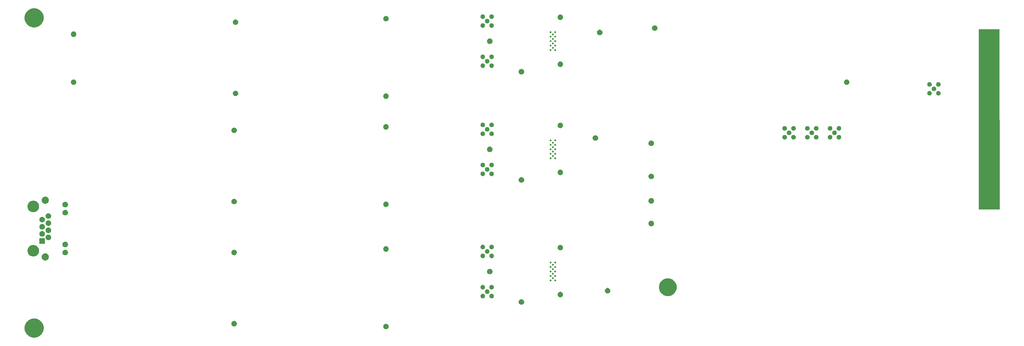
<source format=gbr>
G04 #@! TF.GenerationSoftware,KiCad,Pcbnew,(5.1.5)-3*
G04 #@! TF.CreationDate,2020-02-21T12:25:49-05:00*
G04 #@! TF.ProjectId,input_board,696e7075-745f-4626-9f61-72642e6b6963,rev?*
G04 #@! TF.SameCoordinates,Original*
G04 #@! TF.FileFunction,Soldermask,Bot*
G04 #@! TF.FilePolarity,Negative*
%FSLAX46Y46*%
G04 Gerber Fmt 4.6, Leading zero omitted, Abs format (unit mm)*
G04 Created by KiCad (PCBNEW (5.1.5)-3) date 2020-02-21 12:25:49*
%MOMM*%
%LPD*%
G04 APERTURE LIST*
%ADD10C,0.100000*%
G04 APERTURE END LIST*
D10*
G36*
X305300000Y-110400000D02*
G01*
X299300000Y-110400000D01*
X299300000Y-58800000D01*
X305200000Y-58800000D01*
X305300000Y-110400000D01*
G37*
X305300000Y-110400000D02*
X299300000Y-110400000D01*
X299300000Y-58800000D01*
X305200000Y-58800000D01*
X305300000Y-110400000D01*
G36*
X29498675Y-141817124D02*
G01*
X29996977Y-142023527D01*
X30445438Y-142323180D01*
X30826820Y-142704562D01*
X31126473Y-143153023D01*
X31332876Y-143651325D01*
X31438100Y-144180320D01*
X31438100Y-144719680D01*
X31332876Y-145248675D01*
X31126473Y-145746977D01*
X30826820Y-146195438D01*
X30445438Y-146576820D01*
X29996977Y-146876473D01*
X29498675Y-147082876D01*
X28969680Y-147188100D01*
X28430320Y-147188100D01*
X27901325Y-147082876D01*
X27403023Y-146876473D01*
X26954562Y-146576820D01*
X26573180Y-146195438D01*
X26273527Y-145746977D01*
X26067124Y-145248675D01*
X25961900Y-144719680D01*
X25961900Y-144180320D01*
X26067124Y-143651325D01*
X26273527Y-143153023D01*
X26573180Y-142704562D01*
X26954562Y-142323180D01*
X27403023Y-142023527D01*
X27901325Y-141817124D01*
X28430320Y-141711900D01*
X28969680Y-141711900D01*
X29498675Y-141817124D01*
G37*
G36*
X129729881Y-143242186D02*
G01*
X129873303Y-143301593D01*
X130002388Y-143387846D01*
X130112154Y-143497612D01*
X130198407Y-143626697D01*
X130257814Y-143770119D01*
X130288100Y-143922379D01*
X130288100Y-144077621D01*
X130257814Y-144229881D01*
X130198407Y-144373303D01*
X130140642Y-144459754D01*
X130118328Y-144493149D01*
X130112154Y-144502388D01*
X130002388Y-144612154D01*
X129873303Y-144698407D01*
X129729881Y-144757814D01*
X129577621Y-144788100D01*
X129422379Y-144788100D01*
X129270119Y-144757814D01*
X129126697Y-144698407D01*
X128997612Y-144612154D01*
X128887846Y-144502388D01*
X128881673Y-144493149D01*
X128859358Y-144459754D01*
X128801593Y-144373303D01*
X128742186Y-144229881D01*
X128711900Y-144077621D01*
X128711900Y-143922379D01*
X128742186Y-143770119D01*
X128801593Y-143626697D01*
X128887846Y-143497612D01*
X128997612Y-143387846D01*
X129126697Y-143301593D01*
X129270119Y-143242186D01*
X129422379Y-143211900D01*
X129577621Y-143211900D01*
X129729881Y-143242186D01*
G37*
G36*
X86229881Y-142442186D02*
G01*
X86373303Y-142501593D01*
X86449922Y-142552789D01*
X86490660Y-142580009D01*
X86502388Y-142587846D01*
X86612154Y-142697612D01*
X86698407Y-142826697D01*
X86757814Y-142970119D01*
X86788100Y-143122379D01*
X86788100Y-143277621D01*
X86757814Y-143429881D01*
X86698407Y-143573303D01*
X86612154Y-143702388D01*
X86502388Y-143812154D01*
X86373303Y-143898407D01*
X86229881Y-143957814D01*
X86077621Y-143988100D01*
X85922379Y-143988100D01*
X85770119Y-143957814D01*
X85626697Y-143898407D01*
X85497612Y-143812154D01*
X85387846Y-143702388D01*
X85301593Y-143573303D01*
X85242186Y-143429881D01*
X85211900Y-143277621D01*
X85211900Y-143122379D01*
X85242186Y-142970119D01*
X85301593Y-142826697D01*
X85387846Y-142697612D01*
X85497612Y-142587846D01*
X85509341Y-142580009D01*
X85550078Y-142552789D01*
X85626697Y-142501593D01*
X85770119Y-142442186D01*
X85922379Y-142411900D01*
X86077621Y-142411900D01*
X86229881Y-142442186D01*
G37*
G36*
X168529881Y-136242186D02*
G01*
X168673303Y-136301593D01*
X168802388Y-136387846D01*
X168912154Y-136497612D01*
X168998407Y-136626697D01*
X169057814Y-136770119D01*
X169088100Y-136922379D01*
X169088100Y-137077621D01*
X169057814Y-137229881D01*
X168998407Y-137373303D01*
X168912154Y-137502388D01*
X168802388Y-137612154D01*
X168673303Y-137698407D01*
X168529881Y-137757814D01*
X168377621Y-137788100D01*
X168222379Y-137788100D01*
X168070119Y-137757814D01*
X167926697Y-137698407D01*
X167797612Y-137612154D01*
X167687846Y-137502388D01*
X167601593Y-137373303D01*
X167542186Y-137229881D01*
X167511900Y-137077621D01*
X167511900Y-136922379D01*
X167542186Y-136770119D01*
X167601593Y-136626697D01*
X167687846Y-136497612D01*
X167797612Y-136387846D01*
X167926697Y-136301593D01*
X168070119Y-136242186D01*
X168222379Y-136211900D01*
X168377621Y-136211900D01*
X168529881Y-136242186D01*
G37*
G36*
X157336136Y-134620119D02*
G01*
X157421962Y-134637191D01*
X157541728Y-134686799D01*
X157649516Y-134758821D01*
X157741179Y-134850484D01*
X157813201Y-134958272D01*
X157862809Y-135078038D01*
X157875454Y-135141611D01*
X157888100Y-135205183D01*
X157888100Y-135334817D01*
X157884605Y-135352388D01*
X157862809Y-135461962D01*
X157813201Y-135581728D01*
X157741179Y-135689516D01*
X157649516Y-135781179D01*
X157541728Y-135853201D01*
X157421962Y-135902809D01*
X157358389Y-135915455D01*
X157294817Y-135928100D01*
X157165183Y-135928100D01*
X157101611Y-135915455D01*
X157038038Y-135902809D01*
X156918272Y-135853201D01*
X156810484Y-135781179D01*
X156718821Y-135689516D01*
X156646799Y-135581728D01*
X156597191Y-135461962D01*
X156575395Y-135352388D01*
X156571900Y-135334817D01*
X156571900Y-135205183D01*
X156584545Y-135141611D01*
X156597191Y-135078038D01*
X156646799Y-134958272D01*
X156718821Y-134850484D01*
X156810484Y-134758821D01*
X156918272Y-134686799D01*
X157038038Y-134637191D01*
X157123864Y-134620119D01*
X157165183Y-134611900D01*
X157294817Y-134611900D01*
X157336136Y-134620119D01*
G37*
G36*
X159876136Y-134620119D02*
G01*
X159961962Y-134637191D01*
X160081728Y-134686799D01*
X160189516Y-134758821D01*
X160281179Y-134850484D01*
X160353201Y-134958272D01*
X160402809Y-135078038D01*
X160415454Y-135141611D01*
X160428100Y-135205183D01*
X160428100Y-135334817D01*
X160424605Y-135352388D01*
X160402809Y-135461962D01*
X160353201Y-135581728D01*
X160281179Y-135689516D01*
X160189516Y-135781179D01*
X160081728Y-135853201D01*
X159961962Y-135902809D01*
X159898389Y-135915455D01*
X159834817Y-135928100D01*
X159705183Y-135928100D01*
X159641611Y-135915455D01*
X159578038Y-135902809D01*
X159458272Y-135853201D01*
X159350484Y-135781179D01*
X159258821Y-135689516D01*
X159186799Y-135581728D01*
X159137191Y-135461962D01*
X159115395Y-135352388D01*
X159111900Y-135334817D01*
X159111900Y-135205183D01*
X159124545Y-135141611D01*
X159137191Y-135078038D01*
X159186799Y-134958272D01*
X159258821Y-134850484D01*
X159350484Y-134758821D01*
X159458272Y-134686799D01*
X159578038Y-134637191D01*
X159663864Y-134620119D01*
X159705183Y-134611900D01*
X159834817Y-134611900D01*
X159876136Y-134620119D01*
G37*
G36*
X179679881Y-134092186D02*
G01*
X179823303Y-134151593D01*
X179952388Y-134237846D01*
X180062154Y-134347612D01*
X180148407Y-134476697D01*
X180207814Y-134620119D01*
X180238100Y-134772379D01*
X180238100Y-134927621D01*
X180207814Y-135079881D01*
X180148407Y-135223303D01*
X180105110Y-135288100D01*
X180073896Y-135334816D01*
X180062154Y-135352388D01*
X179952388Y-135462154D01*
X179823303Y-135548407D01*
X179679881Y-135607814D01*
X179527621Y-135638100D01*
X179372379Y-135638100D01*
X179220119Y-135607814D01*
X179076697Y-135548407D01*
X178947612Y-135462154D01*
X178837846Y-135352388D01*
X178826105Y-135334816D01*
X178794890Y-135288100D01*
X178751593Y-135223303D01*
X178692186Y-135079881D01*
X178661900Y-134927621D01*
X178661900Y-134772379D01*
X178692186Y-134620119D01*
X178751593Y-134476697D01*
X178837846Y-134347612D01*
X178947612Y-134237846D01*
X179076697Y-134151593D01*
X179220119Y-134092186D01*
X179372379Y-134061900D01*
X179527621Y-134061900D01*
X179679881Y-134092186D01*
G37*
G36*
X210990337Y-130309438D02*
G01*
X211452242Y-130500764D01*
X211703537Y-130668675D01*
X211853286Y-130768734D01*
X211867946Y-130778530D01*
X212221470Y-131132054D01*
X212499236Y-131547758D01*
X212690562Y-132009663D01*
X212788100Y-132500019D01*
X212788100Y-132999981D01*
X212690562Y-133490337D01*
X212499236Y-133952242D01*
X212221470Y-134367946D01*
X211867946Y-134721470D01*
X211452242Y-134999236D01*
X210990337Y-135190562D01*
X210499981Y-135288100D01*
X210000019Y-135288100D01*
X209509663Y-135190562D01*
X209047758Y-134999236D01*
X208632054Y-134721470D01*
X208278530Y-134367946D01*
X208000764Y-133952242D01*
X207809438Y-133490337D01*
X207711900Y-132999981D01*
X207711900Y-132500019D01*
X207809438Y-132009663D01*
X208000764Y-131547758D01*
X208278530Y-131132054D01*
X208632054Y-130778530D01*
X208646715Y-130768734D01*
X208796463Y-130668675D01*
X209047758Y-130500764D01*
X209509663Y-130309438D01*
X210000019Y-130211900D01*
X210499981Y-130211900D01*
X210990337Y-130309438D01*
G37*
G36*
X158628389Y-133354546D02*
G01*
X158691962Y-133367191D01*
X158811728Y-133416799D01*
X158919516Y-133488821D01*
X159011179Y-133580484D01*
X159083201Y-133688272D01*
X159132809Y-133808038D01*
X159158100Y-133935184D01*
X159158100Y-134064816D01*
X159132809Y-134191962D01*
X159083201Y-134311728D01*
X159011179Y-134419516D01*
X158919516Y-134511179D01*
X158811728Y-134583201D01*
X158691962Y-134632809D01*
X158669932Y-134637191D01*
X158564817Y-134658100D01*
X158435183Y-134658100D01*
X158330068Y-134637191D01*
X158308038Y-134632809D01*
X158188272Y-134583201D01*
X158080484Y-134511179D01*
X157988821Y-134419516D01*
X157916799Y-134311728D01*
X157867191Y-134191962D01*
X157841900Y-134064816D01*
X157841900Y-133935184D01*
X157867191Y-133808038D01*
X157916799Y-133688272D01*
X157988821Y-133580484D01*
X158080484Y-133488821D01*
X158188272Y-133416799D01*
X158308038Y-133367191D01*
X158371611Y-133354546D01*
X158435183Y-133341900D01*
X158564817Y-133341900D01*
X158628389Y-133354546D01*
G37*
G36*
X193229881Y-132992186D02*
G01*
X193373303Y-133051593D01*
X193502388Y-133137846D01*
X193612154Y-133247612D01*
X193698407Y-133376697D01*
X193757814Y-133520119D01*
X193788100Y-133672379D01*
X193788100Y-133827621D01*
X193757814Y-133979881D01*
X193698407Y-134123303D01*
X193612154Y-134252388D01*
X193502388Y-134362154D01*
X193502385Y-134362156D01*
X193502384Y-134362157D01*
X193493720Y-134367946D01*
X193373303Y-134448407D01*
X193229881Y-134507814D01*
X193077621Y-134538100D01*
X192922379Y-134538100D01*
X192770119Y-134507814D01*
X192626697Y-134448407D01*
X192506280Y-134367946D01*
X192497616Y-134362157D01*
X192497615Y-134362156D01*
X192497612Y-134362154D01*
X192387846Y-134252388D01*
X192301593Y-134123303D01*
X192242186Y-133979881D01*
X192211900Y-133827621D01*
X192211900Y-133672379D01*
X192242186Y-133520119D01*
X192301593Y-133376697D01*
X192387846Y-133247612D01*
X192497612Y-133137846D01*
X192626697Y-133051593D01*
X192770119Y-132992186D01*
X192922379Y-132961900D01*
X193077621Y-132961900D01*
X193229881Y-132992186D01*
G37*
G36*
X157358389Y-132084545D02*
G01*
X157421962Y-132097191D01*
X157541728Y-132146799D01*
X157649516Y-132218821D01*
X157741179Y-132310484D01*
X157813201Y-132418272D01*
X157862809Y-132538038D01*
X157888100Y-132665184D01*
X157888100Y-132794816D01*
X157862809Y-132921962D01*
X157813201Y-133041728D01*
X157741179Y-133149516D01*
X157649516Y-133241179D01*
X157541728Y-133313201D01*
X157421962Y-133362809D01*
X157399932Y-133367191D01*
X157294817Y-133388100D01*
X157165183Y-133388100D01*
X157060068Y-133367191D01*
X157038038Y-133362809D01*
X156918272Y-133313201D01*
X156810484Y-133241179D01*
X156718821Y-133149516D01*
X156646799Y-133041728D01*
X156597191Y-132921962D01*
X156571900Y-132794816D01*
X156571900Y-132665184D01*
X156597191Y-132538038D01*
X156646799Y-132418272D01*
X156718821Y-132310484D01*
X156810484Y-132218821D01*
X156918272Y-132146799D01*
X157038038Y-132097191D01*
X157101611Y-132084545D01*
X157165183Y-132071900D01*
X157294817Y-132071900D01*
X157358389Y-132084545D01*
G37*
G36*
X159898389Y-132084545D02*
G01*
X159961962Y-132097191D01*
X160081728Y-132146799D01*
X160189516Y-132218821D01*
X160281179Y-132310484D01*
X160353201Y-132418272D01*
X160402809Y-132538038D01*
X160428100Y-132665184D01*
X160428100Y-132794816D01*
X160402809Y-132921962D01*
X160353201Y-133041728D01*
X160281179Y-133149516D01*
X160189516Y-133241179D01*
X160081728Y-133313201D01*
X159961962Y-133362809D01*
X159939932Y-133367191D01*
X159834817Y-133388100D01*
X159705183Y-133388100D01*
X159600068Y-133367191D01*
X159578038Y-133362809D01*
X159458272Y-133313201D01*
X159350484Y-133241179D01*
X159258821Y-133149516D01*
X159186799Y-133041728D01*
X159137191Y-132921962D01*
X159111900Y-132794816D01*
X159111900Y-132665184D01*
X159137191Y-132538038D01*
X159186799Y-132418272D01*
X159258821Y-132310484D01*
X159350484Y-132218821D01*
X159458272Y-132146799D01*
X159578038Y-132097191D01*
X159641611Y-132084545D01*
X159705183Y-132071900D01*
X159834817Y-132071900D01*
X159898389Y-132084545D01*
G37*
G36*
X176740293Y-130538550D02*
G01*
X176740294Y-130538550D01*
X176740297Y-130538551D01*
X176788825Y-130558651D01*
X176788829Y-130558653D01*
X176788830Y-130558654D01*
X176832511Y-130587841D01*
X176832515Y-130587844D01*
X176869656Y-130624985D01*
X176898849Y-130668675D01*
X176918949Y-130717203D01*
X176929200Y-130768734D01*
X176929200Y-130821266D01*
X176918949Y-130872797D01*
X176898849Y-130921325D01*
X176869656Y-130965015D01*
X176832515Y-131002156D01*
X176832512Y-131002158D01*
X176832511Y-131002159D01*
X176788830Y-131031346D01*
X176788829Y-131031347D01*
X176788825Y-131031349D01*
X176740297Y-131051449D01*
X176740294Y-131051450D01*
X176740293Y-131051450D01*
X176688768Y-131061700D01*
X176636232Y-131061700D01*
X176584707Y-131051450D01*
X176584706Y-131051450D01*
X176584703Y-131051449D01*
X176536175Y-131031349D01*
X176536171Y-131031347D01*
X176536170Y-131031346D01*
X176492489Y-131002159D01*
X176492488Y-131002158D01*
X176492485Y-131002156D01*
X176455344Y-130965015D01*
X176426151Y-130921325D01*
X176406051Y-130872797D01*
X176395800Y-130821266D01*
X176395800Y-130768734D01*
X176406051Y-130717203D01*
X176426151Y-130668675D01*
X176455344Y-130624985D01*
X176492485Y-130587844D01*
X176492489Y-130587841D01*
X176536170Y-130558654D01*
X176536171Y-130558653D01*
X176536175Y-130558651D01*
X176584703Y-130538551D01*
X176584706Y-130538550D01*
X176584707Y-130538550D01*
X176636232Y-130528300D01*
X176688768Y-130528300D01*
X176740293Y-130538550D01*
G37*
G36*
X178060293Y-130538550D02*
G01*
X178060294Y-130538550D01*
X178060297Y-130538551D01*
X178108825Y-130558651D01*
X178108829Y-130558653D01*
X178108830Y-130558654D01*
X178152511Y-130587841D01*
X178152515Y-130587844D01*
X178189656Y-130624985D01*
X178218849Y-130668675D01*
X178238949Y-130717203D01*
X178249200Y-130768734D01*
X178249200Y-130821266D01*
X178238949Y-130872797D01*
X178218849Y-130921325D01*
X178189656Y-130965015D01*
X178152515Y-131002156D01*
X178152512Y-131002158D01*
X178152511Y-131002159D01*
X178108830Y-131031346D01*
X178108829Y-131031347D01*
X178108825Y-131031349D01*
X178060297Y-131051449D01*
X178060294Y-131051450D01*
X178060293Y-131051450D01*
X178008768Y-131061700D01*
X177956232Y-131061700D01*
X177904707Y-131051450D01*
X177904706Y-131051450D01*
X177904703Y-131051449D01*
X177856175Y-131031349D01*
X177856171Y-131031347D01*
X177856170Y-131031346D01*
X177812489Y-131002159D01*
X177812488Y-131002158D01*
X177812485Y-131002156D01*
X177775344Y-130965015D01*
X177746151Y-130921325D01*
X177726051Y-130872797D01*
X177715800Y-130821266D01*
X177715800Y-130768734D01*
X177726051Y-130717203D01*
X177746151Y-130668675D01*
X177775344Y-130624985D01*
X177812485Y-130587844D01*
X177812489Y-130587841D01*
X177856170Y-130558654D01*
X177856171Y-130558653D01*
X177856175Y-130558651D01*
X177904703Y-130538551D01*
X177904706Y-130538550D01*
X177904707Y-130538550D01*
X177956232Y-130528300D01*
X178008768Y-130528300D01*
X178060293Y-130538550D01*
G37*
G36*
X177400293Y-129898550D02*
G01*
X177400294Y-129898550D01*
X177400297Y-129898551D01*
X177448825Y-129918651D01*
X177448829Y-129918653D01*
X177448830Y-129918654D01*
X177492511Y-129947841D01*
X177492515Y-129947844D01*
X177529656Y-129984985D01*
X177558849Y-130028675D01*
X177578949Y-130077203D01*
X177589200Y-130128734D01*
X177589200Y-130181266D01*
X177578949Y-130232797D01*
X177558849Y-130281325D01*
X177558847Y-130281329D01*
X177558846Y-130281330D01*
X177529659Y-130325011D01*
X177529656Y-130325015D01*
X177492515Y-130362156D01*
X177492512Y-130362158D01*
X177492511Y-130362159D01*
X177448830Y-130391346D01*
X177448829Y-130391347D01*
X177448825Y-130391349D01*
X177400297Y-130411449D01*
X177400294Y-130411450D01*
X177400293Y-130411450D01*
X177348768Y-130421700D01*
X177296232Y-130421700D01*
X177244707Y-130411450D01*
X177244706Y-130411450D01*
X177244703Y-130411449D01*
X177196175Y-130391349D01*
X177196171Y-130391347D01*
X177196170Y-130391346D01*
X177152489Y-130362159D01*
X177152488Y-130362158D01*
X177152485Y-130362156D01*
X177115344Y-130325015D01*
X177115341Y-130325011D01*
X177086154Y-130281330D01*
X177086153Y-130281329D01*
X177086151Y-130281325D01*
X177066051Y-130232797D01*
X177055800Y-130181266D01*
X177055800Y-130128734D01*
X177066051Y-130077203D01*
X177086151Y-130028675D01*
X177115344Y-129984985D01*
X177152485Y-129947844D01*
X177152489Y-129947841D01*
X177196170Y-129918654D01*
X177196171Y-129918653D01*
X177196175Y-129918651D01*
X177244703Y-129898551D01*
X177244706Y-129898550D01*
X177244707Y-129898550D01*
X177296232Y-129888300D01*
X177348768Y-129888300D01*
X177400293Y-129898550D01*
G37*
G36*
X178060293Y-129258550D02*
G01*
X178060294Y-129258550D01*
X178060297Y-129258551D01*
X178108825Y-129278651D01*
X178108829Y-129278653D01*
X178108830Y-129278654D01*
X178152511Y-129307841D01*
X178152515Y-129307844D01*
X178189656Y-129344985D01*
X178218849Y-129388675D01*
X178238949Y-129437203D01*
X178249200Y-129488734D01*
X178249200Y-129541266D01*
X178238949Y-129592797D01*
X178218849Y-129641325D01*
X178189656Y-129685015D01*
X178152515Y-129722156D01*
X178152512Y-129722158D01*
X178152511Y-129722159D01*
X178108830Y-129751346D01*
X178108829Y-129751347D01*
X178108825Y-129751349D01*
X178060297Y-129771449D01*
X178060294Y-129771450D01*
X178060293Y-129771450D01*
X178008768Y-129781700D01*
X177956232Y-129781700D01*
X177904707Y-129771450D01*
X177904706Y-129771450D01*
X177904703Y-129771449D01*
X177856175Y-129751349D01*
X177856171Y-129751347D01*
X177856170Y-129751346D01*
X177812489Y-129722159D01*
X177812488Y-129722158D01*
X177812485Y-129722156D01*
X177775344Y-129685015D01*
X177746151Y-129641325D01*
X177726051Y-129592797D01*
X177715800Y-129541266D01*
X177715800Y-129488734D01*
X177726051Y-129437203D01*
X177746151Y-129388675D01*
X177775344Y-129344985D01*
X177812485Y-129307844D01*
X177812489Y-129307841D01*
X177856170Y-129278654D01*
X177856171Y-129278653D01*
X177856175Y-129278651D01*
X177904703Y-129258551D01*
X177904706Y-129258550D01*
X177904707Y-129258550D01*
X177956232Y-129248300D01*
X178008768Y-129248300D01*
X178060293Y-129258550D01*
G37*
G36*
X176740293Y-129258550D02*
G01*
X176740294Y-129258550D01*
X176740297Y-129258551D01*
X176788825Y-129278651D01*
X176788829Y-129278653D01*
X176788830Y-129278654D01*
X176832511Y-129307841D01*
X176832515Y-129307844D01*
X176869656Y-129344985D01*
X176898849Y-129388675D01*
X176918949Y-129437203D01*
X176929200Y-129488734D01*
X176929200Y-129541266D01*
X176918949Y-129592797D01*
X176898849Y-129641325D01*
X176869656Y-129685015D01*
X176832515Y-129722156D01*
X176832512Y-129722158D01*
X176832511Y-129722159D01*
X176788830Y-129751346D01*
X176788829Y-129751347D01*
X176788825Y-129751349D01*
X176740297Y-129771449D01*
X176740294Y-129771450D01*
X176740293Y-129771450D01*
X176688768Y-129781700D01*
X176636232Y-129781700D01*
X176584707Y-129771450D01*
X176584706Y-129771450D01*
X176584703Y-129771449D01*
X176536175Y-129751349D01*
X176536171Y-129751347D01*
X176536170Y-129751346D01*
X176492489Y-129722159D01*
X176492488Y-129722158D01*
X176492485Y-129722156D01*
X176455344Y-129685015D01*
X176426151Y-129641325D01*
X176406051Y-129592797D01*
X176395800Y-129541266D01*
X176395800Y-129488734D01*
X176406051Y-129437203D01*
X176426151Y-129388675D01*
X176455344Y-129344985D01*
X176492485Y-129307844D01*
X176492489Y-129307841D01*
X176536170Y-129278654D01*
X176536171Y-129278653D01*
X176536175Y-129278651D01*
X176584703Y-129258551D01*
X176584706Y-129258550D01*
X176584707Y-129258550D01*
X176636232Y-129248300D01*
X176688768Y-129248300D01*
X176740293Y-129258550D01*
G37*
G36*
X177400293Y-128618550D02*
G01*
X177400294Y-128618550D01*
X177400297Y-128618551D01*
X177448825Y-128638651D01*
X177448829Y-128638653D01*
X177448830Y-128638654D01*
X177492511Y-128667841D01*
X177492515Y-128667844D01*
X177529656Y-128704985D01*
X177558849Y-128748675D01*
X177578949Y-128797203D01*
X177578950Y-128797206D01*
X177578950Y-128797207D01*
X177589200Y-128848732D01*
X177589200Y-128901268D01*
X177578950Y-128952793D01*
X177578949Y-128952797D01*
X177558849Y-129001325D01*
X177558847Y-129001329D01*
X177558846Y-129001330D01*
X177529659Y-129045011D01*
X177529656Y-129045015D01*
X177492515Y-129082156D01*
X177492512Y-129082158D01*
X177492511Y-129082159D01*
X177448830Y-129111346D01*
X177448829Y-129111347D01*
X177448825Y-129111349D01*
X177400297Y-129131449D01*
X177400294Y-129131450D01*
X177400293Y-129131450D01*
X177348768Y-129141700D01*
X177296232Y-129141700D01*
X177244707Y-129131450D01*
X177244706Y-129131450D01*
X177244703Y-129131449D01*
X177196175Y-129111349D01*
X177196171Y-129111347D01*
X177196170Y-129111346D01*
X177152489Y-129082159D01*
X177152488Y-129082158D01*
X177152485Y-129082156D01*
X177115344Y-129045015D01*
X177115341Y-129045011D01*
X177086154Y-129001330D01*
X177086153Y-129001329D01*
X177086151Y-129001325D01*
X177066051Y-128952797D01*
X177066050Y-128952793D01*
X177055800Y-128901268D01*
X177055800Y-128848732D01*
X177066050Y-128797207D01*
X177066050Y-128797206D01*
X177066051Y-128797203D01*
X177086151Y-128748675D01*
X177115344Y-128704985D01*
X177152485Y-128667844D01*
X177152489Y-128667841D01*
X177196170Y-128638654D01*
X177196171Y-128638653D01*
X177196175Y-128638651D01*
X177244703Y-128618551D01*
X177244706Y-128618550D01*
X177244707Y-128618550D01*
X177296232Y-128608300D01*
X177348768Y-128608300D01*
X177400293Y-128618550D01*
G37*
G36*
X159479881Y-127492186D02*
G01*
X159623303Y-127551593D01*
X159752388Y-127637846D01*
X159862154Y-127747612D01*
X159862156Y-127747615D01*
X159862157Y-127747616D01*
X159890642Y-127790246D01*
X159948407Y-127876697D01*
X160007814Y-128020119D01*
X160038100Y-128172379D01*
X160038100Y-128327621D01*
X160007814Y-128479881D01*
X159948407Y-128623303D01*
X159918647Y-128667841D01*
X159864639Y-128748670D01*
X159862154Y-128752388D01*
X159752388Y-128862154D01*
X159623303Y-128948407D01*
X159479881Y-129007814D01*
X159327621Y-129038100D01*
X159172379Y-129038100D01*
X159020119Y-129007814D01*
X158876697Y-128948407D01*
X158747612Y-128862154D01*
X158637846Y-128752388D01*
X158635362Y-128748670D01*
X158581353Y-128667841D01*
X158551593Y-128623303D01*
X158492186Y-128479881D01*
X158461900Y-128327621D01*
X158461900Y-128172379D01*
X158492186Y-128020119D01*
X158551593Y-127876697D01*
X158609358Y-127790246D01*
X158637843Y-127747616D01*
X158637844Y-127747615D01*
X158637846Y-127747612D01*
X158747612Y-127637846D01*
X158876697Y-127551593D01*
X159020119Y-127492186D01*
X159172379Y-127461900D01*
X159327621Y-127461900D01*
X159479881Y-127492186D01*
G37*
G36*
X176740293Y-127978550D02*
G01*
X176740294Y-127978550D01*
X176740297Y-127978551D01*
X176788825Y-127998651D01*
X176788829Y-127998653D01*
X176788830Y-127998654D01*
X176832511Y-128027841D01*
X176832515Y-128027844D01*
X176869656Y-128064985D01*
X176898849Y-128108675D01*
X176918949Y-128157203D01*
X176929200Y-128208734D01*
X176929200Y-128261266D01*
X176918949Y-128312797D01*
X176898849Y-128361325D01*
X176869656Y-128405015D01*
X176832515Y-128442156D01*
X176832512Y-128442158D01*
X176832511Y-128442159D01*
X176788830Y-128471346D01*
X176788829Y-128471347D01*
X176788825Y-128471349D01*
X176740297Y-128491449D01*
X176740294Y-128491450D01*
X176740293Y-128491450D01*
X176688768Y-128501700D01*
X176636232Y-128501700D01*
X176584707Y-128491450D01*
X176584706Y-128491450D01*
X176584703Y-128491449D01*
X176536175Y-128471349D01*
X176536171Y-128471347D01*
X176536170Y-128471346D01*
X176492489Y-128442159D01*
X176492488Y-128442158D01*
X176492485Y-128442156D01*
X176455344Y-128405015D01*
X176426151Y-128361325D01*
X176406051Y-128312797D01*
X176395800Y-128261266D01*
X176395800Y-128208734D01*
X176406051Y-128157203D01*
X176426151Y-128108675D01*
X176455344Y-128064985D01*
X176492485Y-128027844D01*
X176492489Y-128027841D01*
X176536170Y-127998654D01*
X176536171Y-127998653D01*
X176536175Y-127998651D01*
X176584703Y-127978551D01*
X176584706Y-127978550D01*
X176584707Y-127978550D01*
X176636232Y-127968300D01*
X176688768Y-127968300D01*
X176740293Y-127978550D01*
G37*
G36*
X178060293Y-127978550D02*
G01*
X178060294Y-127978550D01*
X178060297Y-127978551D01*
X178108825Y-127998651D01*
X178108829Y-127998653D01*
X178108830Y-127998654D01*
X178152511Y-128027841D01*
X178152515Y-128027844D01*
X178189656Y-128064985D01*
X178218849Y-128108675D01*
X178238949Y-128157203D01*
X178249200Y-128208734D01*
X178249200Y-128261266D01*
X178238949Y-128312797D01*
X178218849Y-128361325D01*
X178189656Y-128405015D01*
X178152515Y-128442156D01*
X178152512Y-128442158D01*
X178152511Y-128442159D01*
X178108830Y-128471346D01*
X178108829Y-128471347D01*
X178108825Y-128471349D01*
X178060297Y-128491449D01*
X178060294Y-128491450D01*
X178060293Y-128491450D01*
X178008768Y-128501700D01*
X177956232Y-128501700D01*
X177904707Y-128491450D01*
X177904706Y-128491450D01*
X177904703Y-128491449D01*
X177856175Y-128471349D01*
X177856171Y-128471347D01*
X177856170Y-128471346D01*
X177812489Y-128442159D01*
X177812488Y-128442158D01*
X177812485Y-128442156D01*
X177775344Y-128405015D01*
X177746151Y-128361325D01*
X177726051Y-128312797D01*
X177715800Y-128261266D01*
X177715800Y-128208734D01*
X177726051Y-128157203D01*
X177746151Y-128108675D01*
X177775344Y-128064985D01*
X177812485Y-128027844D01*
X177812489Y-128027841D01*
X177856170Y-127998654D01*
X177856171Y-127998653D01*
X177856175Y-127998651D01*
X177904703Y-127978551D01*
X177904706Y-127978550D01*
X177904707Y-127978550D01*
X177956232Y-127968300D01*
X178008768Y-127968300D01*
X178060293Y-127978550D01*
G37*
G36*
X177400293Y-127338550D02*
G01*
X177400294Y-127338550D01*
X177400297Y-127338551D01*
X177448825Y-127358651D01*
X177448829Y-127358653D01*
X177448830Y-127358654D01*
X177492511Y-127387841D01*
X177492515Y-127387844D01*
X177529656Y-127424985D01*
X177558849Y-127468675D01*
X177578949Y-127517203D01*
X177578950Y-127517206D01*
X177578950Y-127517207D01*
X177589200Y-127568732D01*
X177589200Y-127621268D01*
X177585902Y-127637846D01*
X177578949Y-127672797D01*
X177558849Y-127721325D01*
X177558847Y-127721329D01*
X177558846Y-127721330D01*
X177541282Y-127747616D01*
X177529656Y-127765015D01*
X177492515Y-127802156D01*
X177492512Y-127802158D01*
X177492511Y-127802159D01*
X177448830Y-127831346D01*
X177448829Y-127831347D01*
X177448825Y-127831349D01*
X177400297Y-127851449D01*
X177400294Y-127851450D01*
X177400293Y-127851450D01*
X177348768Y-127861700D01*
X177296232Y-127861700D01*
X177244707Y-127851450D01*
X177244706Y-127851450D01*
X177244703Y-127851449D01*
X177196175Y-127831349D01*
X177196171Y-127831347D01*
X177196170Y-127831346D01*
X177152489Y-127802159D01*
X177152488Y-127802158D01*
X177152485Y-127802156D01*
X177115344Y-127765015D01*
X177103718Y-127747616D01*
X177086154Y-127721330D01*
X177086153Y-127721329D01*
X177086151Y-127721325D01*
X177066051Y-127672797D01*
X177059098Y-127637846D01*
X177055800Y-127621268D01*
X177055800Y-127568732D01*
X177066050Y-127517207D01*
X177066050Y-127517206D01*
X177066051Y-127517203D01*
X177086151Y-127468675D01*
X177115344Y-127424985D01*
X177152485Y-127387844D01*
X177152489Y-127387841D01*
X177196170Y-127358654D01*
X177196171Y-127358653D01*
X177196175Y-127358651D01*
X177244703Y-127338551D01*
X177244706Y-127338550D01*
X177244707Y-127338550D01*
X177296232Y-127328300D01*
X177348768Y-127328300D01*
X177400293Y-127338550D01*
G37*
G36*
X176740293Y-126698550D02*
G01*
X176740294Y-126698550D01*
X176740297Y-126698551D01*
X176788825Y-126718651D01*
X176788829Y-126718653D01*
X176788830Y-126718654D01*
X176832511Y-126747841D01*
X176832515Y-126747844D01*
X176869656Y-126784985D01*
X176898849Y-126828675D01*
X176918949Y-126877203D01*
X176929200Y-126928734D01*
X176929200Y-126981266D01*
X176918949Y-127032797D01*
X176898849Y-127081325D01*
X176869656Y-127125015D01*
X176832515Y-127162156D01*
X176832512Y-127162158D01*
X176832511Y-127162159D01*
X176788830Y-127191346D01*
X176788829Y-127191347D01*
X176788825Y-127191349D01*
X176740297Y-127211449D01*
X176740294Y-127211450D01*
X176740293Y-127211450D01*
X176688768Y-127221700D01*
X176636232Y-127221700D01*
X176584707Y-127211450D01*
X176584706Y-127211450D01*
X176584703Y-127211449D01*
X176536175Y-127191349D01*
X176536171Y-127191347D01*
X176536170Y-127191346D01*
X176492489Y-127162159D01*
X176492488Y-127162158D01*
X176492485Y-127162156D01*
X176455344Y-127125015D01*
X176426151Y-127081325D01*
X176406051Y-127032797D01*
X176395800Y-126981266D01*
X176395800Y-126928734D01*
X176406051Y-126877203D01*
X176426151Y-126828675D01*
X176455344Y-126784985D01*
X176492485Y-126747844D01*
X176492489Y-126747841D01*
X176536170Y-126718654D01*
X176536171Y-126718653D01*
X176536175Y-126718651D01*
X176584703Y-126698551D01*
X176584706Y-126698550D01*
X176584707Y-126698550D01*
X176636232Y-126688300D01*
X176688768Y-126688300D01*
X176740293Y-126698550D01*
G37*
G36*
X178060293Y-126698550D02*
G01*
X178060294Y-126698550D01*
X178060297Y-126698551D01*
X178108825Y-126718651D01*
X178108829Y-126718653D01*
X178108830Y-126718654D01*
X178152511Y-126747841D01*
X178152515Y-126747844D01*
X178189656Y-126784985D01*
X178218849Y-126828675D01*
X178238949Y-126877203D01*
X178249200Y-126928734D01*
X178249200Y-126981266D01*
X178238949Y-127032797D01*
X178218849Y-127081325D01*
X178189656Y-127125015D01*
X178152515Y-127162156D01*
X178152512Y-127162158D01*
X178152511Y-127162159D01*
X178108830Y-127191346D01*
X178108829Y-127191347D01*
X178108825Y-127191349D01*
X178060297Y-127211449D01*
X178060294Y-127211450D01*
X178060293Y-127211450D01*
X178008768Y-127221700D01*
X177956232Y-127221700D01*
X177904707Y-127211450D01*
X177904706Y-127211450D01*
X177904703Y-127211449D01*
X177856175Y-127191349D01*
X177856171Y-127191347D01*
X177856170Y-127191346D01*
X177812489Y-127162159D01*
X177812488Y-127162158D01*
X177812485Y-127162156D01*
X177775344Y-127125015D01*
X177746151Y-127081325D01*
X177726051Y-127032797D01*
X177715800Y-126981266D01*
X177715800Y-126928734D01*
X177726051Y-126877203D01*
X177746151Y-126828675D01*
X177775344Y-126784985D01*
X177812485Y-126747844D01*
X177812489Y-126747841D01*
X177856170Y-126718654D01*
X177856171Y-126718653D01*
X177856175Y-126718651D01*
X177904703Y-126698551D01*
X177904706Y-126698550D01*
X177904707Y-126698550D01*
X177956232Y-126688300D01*
X178008768Y-126688300D01*
X178060293Y-126698550D01*
G37*
G36*
X177400293Y-126058550D02*
G01*
X177400294Y-126058550D01*
X177400297Y-126058551D01*
X177448825Y-126078651D01*
X177448829Y-126078653D01*
X177448830Y-126078654D01*
X177492511Y-126107841D01*
X177492515Y-126107844D01*
X177529656Y-126144985D01*
X177558849Y-126188675D01*
X177578949Y-126237203D01*
X177589200Y-126288734D01*
X177589200Y-126341266D01*
X177578949Y-126392797D01*
X177558849Y-126441325D01*
X177529656Y-126485015D01*
X177492515Y-126522156D01*
X177492512Y-126522158D01*
X177492511Y-126522159D01*
X177448830Y-126551346D01*
X177448829Y-126551347D01*
X177448825Y-126551349D01*
X177400297Y-126571449D01*
X177400294Y-126571450D01*
X177400293Y-126571450D01*
X177348768Y-126581700D01*
X177296232Y-126581700D01*
X177244707Y-126571450D01*
X177244706Y-126571450D01*
X177244703Y-126571449D01*
X177196175Y-126551349D01*
X177196171Y-126551347D01*
X177196170Y-126551346D01*
X177152489Y-126522159D01*
X177152488Y-126522158D01*
X177152485Y-126522156D01*
X177115344Y-126485015D01*
X177086151Y-126441325D01*
X177066051Y-126392797D01*
X177055800Y-126341266D01*
X177055800Y-126288734D01*
X177066051Y-126237203D01*
X177086151Y-126188675D01*
X177115344Y-126144985D01*
X177152485Y-126107844D01*
X177152489Y-126107841D01*
X177196170Y-126078654D01*
X177196171Y-126078653D01*
X177196175Y-126078651D01*
X177244703Y-126058551D01*
X177244706Y-126058550D01*
X177244707Y-126058550D01*
X177296232Y-126048300D01*
X177348768Y-126048300D01*
X177400293Y-126058550D01*
G37*
G36*
X176740293Y-125418550D02*
G01*
X176740294Y-125418550D01*
X176740297Y-125418551D01*
X176788825Y-125438651D01*
X176788829Y-125438653D01*
X176788830Y-125438654D01*
X176832511Y-125467841D01*
X176832515Y-125467844D01*
X176869656Y-125504985D01*
X176898849Y-125548675D01*
X176918949Y-125597203D01*
X176929200Y-125648734D01*
X176929200Y-125701266D01*
X176918949Y-125752797D01*
X176898849Y-125801325D01*
X176869656Y-125845015D01*
X176832515Y-125882156D01*
X176832512Y-125882158D01*
X176832511Y-125882159D01*
X176788830Y-125911346D01*
X176788829Y-125911347D01*
X176788825Y-125911349D01*
X176740297Y-125931449D01*
X176740294Y-125931450D01*
X176740293Y-125931450D01*
X176688768Y-125941700D01*
X176636232Y-125941700D01*
X176584707Y-125931450D01*
X176584706Y-125931450D01*
X176584703Y-125931449D01*
X176536175Y-125911349D01*
X176536171Y-125911347D01*
X176536170Y-125911346D01*
X176492489Y-125882159D01*
X176492488Y-125882158D01*
X176492485Y-125882156D01*
X176455344Y-125845015D01*
X176426151Y-125801325D01*
X176406051Y-125752797D01*
X176395800Y-125701266D01*
X176395800Y-125648734D01*
X176406051Y-125597203D01*
X176426151Y-125548675D01*
X176455344Y-125504985D01*
X176492485Y-125467844D01*
X176492489Y-125467841D01*
X176536170Y-125438654D01*
X176536171Y-125438653D01*
X176536175Y-125438651D01*
X176584703Y-125418551D01*
X176584706Y-125418550D01*
X176584707Y-125418550D01*
X176636232Y-125408300D01*
X176688768Y-125408300D01*
X176740293Y-125418550D01*
G37*
G36*
X178060293Y-125418550D02*
G01*
X178060294Y-125418550D01*
X178060297Y-125418551D01*
X178108825Y-125438651D01*
X178108829Y-125438653D01*
X178108830Y-125438654D01*
X178152511Y-125467841D01*
X178152515Y-125467844D01*
X178189656Y-125504985D01*
X178218849Y-125548675D01*
X178238949Y-125597203D01*
X178249200Y-125648734D01*
X178249200Y-125701266D01*
X178238949Y-125752797D01*
X178218849Y-125801325D01*
X178189656Y-125845015D01*
X178152515Y-125882156D01*
X178152512Y-125882158D01*
X178152511Y-125882159D01*
X178108830Y-125911346D01*
X178108829Y-125911347D01*
X178108825Y-125911349D01*
X178060297Y-125931449D01*
X178060294Y-125931450D01*
X178060293Y-125931450D01*
X178008768Y-125941700D01*
X177956232Y-125941700D01*
X177904707Y-125931450D01*
X177904706Y-125931450D01*
X177904703Y-125931449D01*
X177856175Y-125911349D01*
X177856171Y-125911347D01*
X177856170Y-125911346D01*
X177812489Y-125882159D01*
X177812488Y-125882158D01*
X177812485Y-125882156D01*
X177775344Y-125845015D01*
X177746151Y-125801325D01*
X177726051Y-125752797D01*
X177715800Y-125701266D01*
X177715800Y-125648734D01*
X177726051Y-125597203D01*
X177746151Y-125548675D01*
X177775344Y-125504985D01*
X177812485Y-125467844D01*
X177812489Y-125467841D01*
X177856170Y-125438654D01*
X177856171Y-125438653D01*
X177856175Y-125438651D01*
X177904703Y-125418551D01*
X177904706Y-125418550D01*
X177904707Y-125418550D01*
X177956232Y-125408300D01*
X178008768Y-125408300D01*
X178060293Y-125418550D01*
G37*
G36*
X32192803Y-123071794D02*
G01*
X32381725Y-123150047D01*
X32551752Y-123263656D01*
X32696344Y-123408248D01*
X32809953Y-123578275D01*
X32888206Y-123767197D01*
X32928100Y-123967756D01*
X32928100Y-124172244D01*
X32888206Y-124372803D01*
X32809953Y-124561725D01*
X32696344Y-124731752D01*
X32551752Y-124876344D01*
X32381725Y-124989953D01*
X32192803Y-125068206D01*
X31992244Y-125108100D01*
X31787756Y-125108100D01*
X31587197Y-125068206D01*
X31398275Y-124989953D01*
X31228248Y-124876344D01*
X31083656Y-124731752D01*
X30970047Y-124561725D01*
X30891794Y-124372803D01*
X30851900Y-124172244D01*
X30851900Y-123967756D01*
X30891794Y-123767197D01*
X30970047Y-123578275D01*
X31083656Y-123408248D01*
X31228248Y-123263656D01*
X31398275Y-123150047D01*
X31587197Y-123071794D01*
X31787756Y-123031900D01*
X31992244Y-123031900D01*
X32192803Y-123071794D01*
G37*
G36*
X157358389Y-123124546D02*
G01*
X157421962Y-123137191D01*
X157541728Y-123186799D01*
X157649516Y-123258821D01*
X157741179Y-123350484D01*
X157813201Y-123458272D01*
X157862809Y-123578038D01*
X157888100Y-123705184D01*
X157888100Y-123834816D01*
X157862809Y-123961962D01*
X157813201Y-124081728D01*
X157741179Y-124189516D01*
X157649516Y-124281179D01*
X157541728Y-124353201D01*
X157421962Y-124402809D01*
X157358389Y-124415455D01*
X157294817Y-124428100D01*
X157165183Y-124428100D01*
X157101611Y-124415455D01*
X157038038Y-124402809D01*
X156918272Y-124353201D01*
X156810484Y-124281179D01*
X156718821Y-124189516D01*
X156646799Y-124081728D01*
X156597191Y-123961962D01*
X156571900Y-123834816D01*
X156571900Y-123705184D01*
X156597191Y-123578038D01*
X156646799Y-123458272D01*
X156718821Y-123350484D01*
X156810484Y-123258821D01*
X156918272Y-123186799D01*
X157038038Y-123137191D01*
X157101611Y-123124546D01*
X157165183Y-123111900D01*
X157294817Y-123111900D01*
X157358389Y-123124546D01*
G37*
G36*
X159898389Y-123124546D02*
G01*
X159961962Y-123137191D01*
X160081728Y-123186799D01*
X160189516Y-123258821D01*
X160281179Y-123350484D01*
X160353201Y-123458272D01*
X160402809Y-123578038D01*
X160428100Y-123705184D01*
X160428100Y-123834816D01*
X160402809Y-123961962D01*
X160353201Y-124081728D01*
X160281179Y-124189516D01*
X160189516Y-124281179D01*
X160081728Y-124353201D01*
X159961962Y-124402809D01*
X159898389Y-124415455D01*
X159834817Y-124428100D01*
X159705183Y-124428100D01*
X159641611Y-124415455D01*
X159578038Y-124402809D01*
X159458272Y-124353201D01*
X159350484Y-124281179D01*
X159258821Y-124189516D01*
X159186799Y-124081728D01*
X159137191Y-123961962D01*
X159111900Y-123834816D01*
X159111900Y-123705184D01*
X159137191Y-123578038D01*
X159186799Y-123458272D01*
X159258821Y-123350484D01*
X159350484Y-123258821D01*
X159458272Y-123186799D01*
X159578038Y-123137191D01*
X159641611Y-123124546D01*
X159705183Y-123111900D01*
X159834817Y-123111900D01*
X159898389Y-123124546D01*
G37*
G36*
X28945109Y-120690812D02*
G01*
X29247771Y-120816178D01*
X29520168Y-120998189D01*
X29751811Y-121229832D01*
X29751813Y-121229835D01*
X29751814Y-121229836D01*
X29797103Y-121297616D01*
X29933822Y-121502229D01*
X30059188Y-121804891D01*
X30123100Y-122126199D01*
X30123100Y-122453801D01*
X30059188Y-122775109D01*
X29933822Y-123077771D01*
X29812847Y-123258821D01*
X29783740Y-123302384D01*
X29751811Y-123350168D01*
X29520168Y-123581811D01*
X29247771Y-123763822D01*
X28945109Y-123889188D01*
X28623801Y-123953100D01*
X28296199Y-123953100D01*
X27974891Y-123889188D01*
X27672229Y-123763822D01*
X27399832Y-123581811D01*
X27168189Y-123350168D01*
X27136261Y-123302384D01*
X27107153Y-123258821D01*
X26986178Y-123077771D01*
X26860812Y-122775109D01*
X26796900Y-122453801D01*
X26796900Y-122126199D01*
X26860812Y-121804891D01*
X26986178Y-121502229D01*
X27122897Y-121297616D01*
X27168186Y-121229836D01*
X27168187Y-121229835D01*
X27168189Y-121229832D01*
X27399832Y-120998189D01*
X27672229Y-120816178D01*
X27974891Y-120690812D01*
X28296199Y-120626900D01*
X28623801Y-120626900D01*
X28945109Y-120690812D01*
G37*
G36*
X37829881Y-122042186D02*
G01*
X37973303Y-122101593D01*
X38102388Y-122187846D01*
X38212154Y-122297612D01*
X38212156Y-122297615D01*
X38212157Y-122297616D01*
X38219121Y-122308038D01*
X38298407Y-122426697D01*
X38357814Y-122570119D01*
X38388100Y-122722379D01*
X38388100Y-122877621D01*
X38357814Y-123029881D01*
X38298407Y-123173303D01*
X38212154Y-123302388D01*
X38102388Y-123412154D01*
X37973303Y-123498407D01*
X37829881Y-123557814D01*
X37677621Y-123588100D01*
X37522379Y-123588100D01*
X37370119Y-123557814D01*
X37226697Y-123498407D01*
X37097612Y-123412154D01*
X36987846Y-123302388D01*
X36901593Y-123173303D01*
X36842186Y-123029881D01*
X36811900Y-122877621D01*
X36811900Y-122722379D01*
X36842186Y-122570119D01*
X36901593Y-122426697D01*
X36980879Y-122308038D01*
X36987843Y-122297616D01*
X36987844Y-122297615D01*
X36987846Y-122297612D01*
X37097612Y-122187846D01*
X37226697Y-122101593D01*
X37370119Y-122042186D01*
X37522379Y-122011900D01*
X37677621Y-122011900D01*
X37829881Y-122042186D01*
G37*
G36*
X86229881Y-122042186D02*
G01*
X86373303Y-122101593D01*
X86502388Y-122187846D01*
X86612154Y-122297612D01*
X86612156Y-122297615D01*
X86612157Y-122297616D01*
X86619121Y-122308038D01*
X86698407Y-122426697D01*
X86757814Y-122570119D01*
X86788100Y-122722379D01*
X86788100Y-122877621D01*
X86757814Y-123029881D01*
X86698407Y-123173303D01*
X86612154Y-123302388D01*
X86502388Y-123412154D01*
X86373303Y-123498407D01*
X86229881Y-123557814D01*
X86077621Y-123588100D01*
X85922379Y-123588100D01*
X85770119Y-123557814D01*
X85626697Y-123498407D01*
X85497612Y-123412154D01*
X85387846Y-123302388D01*
X85301593Y-123173303D01*
X85242186Y-123029881D01*
X85211900Y-122877621D01*
X85211900Y-122722379D01*
X85242186Y-122570119D01*
X85301593Y-122426697D01*
X85380879Y-122308038D01*
X85387843Y-122297616D01*
X85387844Y-122297615D01*
X85387846Y-122297612D01*
X85497612Y-122187846D01*
X85626697Y-122101593D01*
X85770119Y-122042186D01*
X85922379Y-122011900D01*
X86077621Y-122011900D01*
X86229881Y-122042186D01*
G37*
G36*
X158628389Y-121854546D02*
G01*
X158691962Y-121867191D01*
X158811728Y-121916799D01*
X158919516Y-121988821D01*
X159011179Y-122080484D01*
X159083201Y-122188272D01*
X159132809Y-122308038D01*
X159132809Y-122308039D01*
X159156412Y-122426695D01*
X159158100Y-122435184D01*
X159158100Y-122564816D01*
X159132809Y-122691962D01*
X159083201Y-122811728D01*
X159011179Y-122919516D01*
X158919516Y-123011179D01*
X158811728Y-123083201D01*
X158691962Y-123132809D01*
X158669932Y-123137191D01*
X158564817Y-123158100D01*
X158435183Y-123158100D01*
X158330068Y-123137191D01*
X158308038Y-123132809D01*
X158188272Y-123083201D01*
X158080484Y-123011179D01*
X157988821Y-122919516D01*
X157916799Y-122811728D01*
X157867191Y-122691962D01*
X157841900Y-122564816D01*
X157841900Y-122435184D01*
X157843589Y-122426695D01*
X157867191Y-122308039D01*
X157867191Y-122308038D01*
X157916799Y-122188272D01*
X157988821Y-122080484D01*
X158080484Y-121988821D01*
X158188272Y-121916799D01*
X158308038Y-121867191D01*
X158371611Y-121854546D01*
X158435183Y-121841900D01*
X158564817Y-121841900D01*
X158628389Y-121854546D01*
G37*
G36*
X129729881Y-121042186D02*
G01*
X129873303Y-121101593D01*
X130002388Y-121187846D01*
X130112154Y-121297612D01*
X130198407Y-121426697D01*
X130257814Y-121570119D01*
X130288100Y-121722379D01*
X130288100Y-121877621D01*
X130257814Y-122029881D01*
X130198407Y-122173303D01*
X130188404Y-122188273D01*
X130115346Y-122297612D01*
X130112154Y-122302388D01*
X130002388Y-122412154D01*
X129873303Y-122498407D01*
X129729881Y-122557814D01*
X129577621Y-122588100D01*
X129422379Y-122588100D01*
X129270119Y-122557814D01*
X129126697Y-122498407D01*
X128997612Y-122412154D01*
X128887846Y-122302388D01*
X128884655Y-122297612D01*
X128811596Y-122188273D01*
X128801593Y-122173303D01*
X128742186Y-122029881D01*
X128711900Y-121877621D01*
X128711900Y-121722379D01*
X128742186Y-121570119D01*
X128801593Y-121426697D01*
X128887846Y-121297612D01*
X128997612Y-121187846D01*
X129126697Y-121101593D01*
X129270119Y-121042186D01*
X129422379Y-121011900D01*
X129577621Y-121011900D01*
X129729881Y-121042186D01*
G37*
G36*
X179679881Y-120642186D02*
G01*
X179823303Y-120701593D01*
X179952388Y-120787846D01*
X180062154Y-120897612D01*
X180062156Y-120897615D01*
X180062157Y-120897616D01*
X180090642Y-120940246D01*
X180148407Y-121026697D01*
X180207814Y-121170119D01*
X180238100Y-121322379D01*
X180238100Y-121477621D01*
X180207814Y-121629881D01*
X180148407Y-121773303D01*
X180062154Y-121902388D01*
X179952388Y-122012154D01*
X179823303Y-122098407D01*
X179679881Y-122157814D01*
X179527621Y-122188100D01*
X179372379Y-122188100D01*
X179220119Y-122157814D01*
X179076697Y-122098407D01*
X178947612Y-122012154D01*
X178837846Y-121902388D01*
X178751593Y-121773303D01*
X178692186Y-121629881D01*
X178661900Y-121477621D01*
X178661900Y-121322379D01*
X178692186Y-121170119D01*
X178751593Y-121026697D01*
X178809358Y-120940246D01*
X178837843Y-120897616D01*
X178837844Y-120897615D01*
X178837846Y-120897612D01*
X178947612Y-120787846D01*
X179076697Y-120701593D01*
X179220119Y-120642186D01*
X179372379Y-120611900D01*
X179527621Y-120611900D01*
X179679881Y-120642186D01*
G37*
G36*
X159898389Y-120584546D02*
G01*
X159961962Y-120597191D01*
X160081728Y-120646799D01*
X160189516Y-120718821D01*
X160281179Y-120810484D01*
X160353201Y-120918272D01*
X160402809Y-121038038D01*
X160428100Y-121165184D01*
X160428100Y-121294816D01*
X160402809Y-121421962D01*
X160353201Y-121541728D01*
X160281179Y-121649516D01*
X160189516Y-121741179D01*
X160081728Y-121813201D01*
X159961962Y-121862809D01*
X159939932Y-121867191D01*
X159834817Y-121888100D01*
X159705183Y-121888100D01*
X159600068Y-121867191D01*
X159578038Y-121862809D01*
X159458272Y-121813201D01*
X159350484Y-121741179D01*
X159258821Y-121649516D01*
X159186799Y-121541728D01*
X159137191Y-121421962D01*
X159111900Y-121294816D01*
X159111900Y-121165184D01*
X159137191Y-121038038D01*
X159186799Y-120918272D01*
X159258821Y-120810484D01*
X159350484Y-120718821D01*
X159458272Y-120646799D01*
X159578038Y-120597191D01*
X159641611Y-120584546D01*
X159705183Y-120571900D01*
X159834817Y-120571900D01*
X159898389Y-120584546D01*
G37*
G36*
X157358389Y-120584546D02*
G01*
X157421962Y-120597191D01*
X157541728Y-120646799D01*
X157649516Y-120718821D01*
X157741179Y-120810484D01*
X157813201Y-120918272D01*
X157862809Y-121038038D01*
X157888100Y-121165184D01*
X157888100Y-121294816D01*
X157862809Y-121421962D01*
X157813201Y-121541728D01*
X157741179Y-121649516D01*
X157649516Y-121741179D01*
X157541728Y-121813201D01*
X157421962Y-121862809D01*
X157399932Y-121867191D01*
X157294817Y-121888100D01*
X157165183Y-121888100D01*
X157060068Y-121867191D01*
X157038038Y-121862809D01*
X156918272Y-121813201D01*
X156810484Y-121741179D01*
X156718821Y-121649516D01*
X156646799Y-121541728D01*
X156597191Y-121421962D01*
X156571900Y-121294816D01*
X156571900Y-121165184D01*
X156597191Y-121038038D01*
X156646799Y-120918272D01*
X156718821Y-120810484D01*
X156810484Y-120718821D01*
X156918272Y-120646799D01*
X157038038Y-120597191D01*
X157101611Y-120584546D01*
X157165183Y-120571900D01*
X157294817Y-120571900D01*
X157358389Y-120584546D01*
G37*
G36*
X37829881Y-119752186D02*
G01*
X37973303Y-119811593D01*
X38102388Y-119897846D01*
X38212154Y-120007612D01*
X38298407Y-120136697D01*
X38357814Y-120280119D01*
X38388100Y-120432379D01*
X38388100Y-120587621D01*
X38357814Y-120739881D01*
X38298407Y-120883303D01*
X38212154Y-121012388D01*
X38102388Y-121122154D01*
X37973303Y-121208407D01*
X37829881Y-121267814D01*
X37677621Y-121298100D01*
X37522379Y-121298100D01*
X37370119Y-121267814D01*
X37226697Y-121208407D01*
X37097612Y-121122154D01*
X36987846Y-121012388D01*
X36901593Y-120883303D01*
X36842186Y-120739881D01*
X36811900Y-120587621D01*
X36811900Y-120432379D01*
X36842186Y-120280119D01*
X36901593Y-120136697D01*
X36987846Y-120007612D01*
X37097612Y-119897846D01*
X37226697Y-119811593D01*
X37370119Y-119752186D01*
X37522379Y-119721900D01*
X37677621Y-119721900D01*
X37829881Y-119752186D01*
G37*
G36*
X31788100Y-120288100D02*
G01*
X30211900Y-120288100D01*
X30211900Y-118711900D01*
X31788100Y-118711900D01*
X31788100Y-120288100D01*
G37*
G36*
X33009881Y-117722186D02*
G01*
X33153303Y-117781593D01*
X33282388Y-117867846D01*
X33392154Y-117977612D01*
X33478407Y-118106697D01*
X33537814Y-118250119D01*
X33568100Y-118402379D01*
X33568100Y-118557621D01*
X33537814Y-118709881D01*
X33478407Y-118853303D01*
X33392154Y-118982388D01*
X33282388Y-119092154D01*
X33153303Y-119178407D01*
X33009881Y-119237814D01*
X32857621Y-119268100D01*
X32702379Y-119268100D01*
X32550119Y-119237814D01*
X32406697Y-119178407D01*
X32277612Y-119092154D01*
X32167846Y-118982388D01*
X32081593Y-118853303D01*
X32022186Y-118709881D01*
X31991900Y-118557621D01*
X31991900Y-118402379D01*
X32022186Y-118250119D01*
X32081593Y-118106697D01*
X32167846Y-117977612D01*
X32277612Y-117867846D01*
X32406697Y-117781593D01*
X32550119Y-117722186D01*
X32702379Y-117691900D01*
X32857621Y-117691900D01*
X33009881Y-117722186D01*
G37*
G36*
X31229881Y-116702186D02*
G01*
X31373303Y-116761593D01*
X31502388Y-116847846D01*
X31612154Y-116957612D01*
X31698407Y-117086697D01*
X31757814Y-117230119D01*
X31788100Y-117382379D01*
X31788100Y-117537621D01*
X31757814Y-117689881D01*
X31698407Y-117833303D01*
X31612154Y-117962388D01*
X31502388Y-118072154D01*
X31373303Y-118158407D01*
X31229881Y-118217814D01*
X31077621Y-118248100D01*
X30922379Y-118248100D01*
X30770119Y-118217814D01*
X30626697Y-118158407D01*
X30497612Y-118072154D01*
X30387846Y-117962388D01*
X30301593Y-117833303D01*
X30242186Y-117689881D01*
X30211900Y-117537621D01*
X30211900Y-117382379D01*
X30242186Y-117230119D01*
X30301593Y-117086697D01*
X30387846Y-116957612D01*
X30497612Y-116847846D01*
X30626697Y-116761593D01*
X30770119Y-116702186D01*
X30922379Y-116671900D01*
X31077621Y-116671900D01*
X31229881Y-116702186D01*
G37*
G36*
X33009881Y-115682186D02*
G01*
X33153303Y-115741593D01*
X33282388Y-115827846D01*
X33392154Y-115937612D01*
X33478407Y-116066697D01*
X33537814Y-116210119D01*
X33568100Y-116362379D01*
X33568100Y-116517621D01*
X33537814Y-116669881D01*
X33478407Y-116813303D01*
X33392154Y-116942388D01*
X33282388Y-117052154D01*
X33153303Y-117138407D01*
X33009881Y-117197814D01*
X32857621Y-117228100D01*
X32702379Y-117228100D01*
X32550119Y-117197814D01*
X32406697Y-117138407D01*
X32277612Y-117052154D01*
X32167846Y-116942388D01*
X32081593Y-116813303D01*
X32022186Y-116669881D01*
X31991900Y-116517621D01*
X31991900Y-116362379D01*
X32022186Y-116210119D01*
X32081593Y-116066697D01*
X32167846Y-115937612D01*
X32277612Y-115827846D01*
X32406697Y-115741593D01*
X32550119Y-115682186D01*
X32702379Y-115651900D01*
X32857621Y-115651900D01*
X33009881Y-115682186D01*
G37*
G36*
X31229881Y-114662186D02*
G01*
X31373303Y-114721593D01*
X31502388Y-114807846D01*
X31612154Y-114917612D01*
X31698407Y-115046697D01*
X31757814Y-115190119D01*
X31788100Y-115342379D01*
X31788100Y-115497621D01*
X31757814Y-115649881D01*
X31698407Y-115793303D01*
X31612154Y-115922388D01*
X31502388Y-116032154D01*
X31373303Y-116118407D01*
X31229881Y-116177814D01*
X31077621Y-116208100D01*
X30922379Y-116208100D01*
X30770119Y-116177814D01*
X30626697Y-116118407D01*
X30497612Y-116032154D01*
X30387846Y-115922388D01*
X30301593Y-115793303D01*
X30242186Y-115649881D01*
X30211900Y-115497621D01*
X30211900Y-115342379D01*
X30242186Y-115190119D01*
X30301593Y-115046697D01*
X30387846Y-114917612D01*
X30497612Y-114807846D01*
X30626697Y-114721593D01*
X30770119Y-114662186D01*
X30922379Y-114631900D01*
X31077621Y-114631900D01*
X31229881Y-114662186D01*
G37*
G36*
X205729881Y-113742186D02*
G01*
X205873303Y-113801593D01*
X206002388Y-113887846D01*
X206112154Y-113997612D01*
X206198407Y-114126697D01*
X206257814Y-114270119D01*
X206288100Y-114422379D01*
X206288100Y-114577621D01*
X206257814Y-114729881D01*
X206198407Y-114873303D01*
X206112154Y-115002388D01*
X206002388Y-115112154D01*
X205873303Y-115198407D01*
X205729881Y-115257814D01*
X205577621Y-115288100D01*
X205422379Y-115288100D01*
X205270119Y-115257814D01*
X205126697Y-115198407D01*
X204997612Y-115112154D01*
X204887846Y-115002388D01*
X204801593Y-114873303D01*
X204742186Y-114729881D01*
X204711900Y-114577621D01*
X204711900Y-114422379D01*
X204742186Y-114270119D01*
X204801593Y-114126697D01*
X204887846Y-113997612D01*
X204997612Y-113887846D01*
X205126697Y-113801593D01*
X205270119Y-113742186D01*
X205422379Y-113711900D01*
X205577621Y-113711900D01*
X205729881Y-113742186D01*
G37*
G36*
X33009881Y-113642186D02*
G01*
X33153303Y-113701593D01*
X33282388Y-113787846D01*
X33392154Y-113897612D01*
X33478407Y-114026697D01*
X33537814Y-114170119D01*
X33568100Y-114322379D01*
X33568100Y-114477621D01*
X33537814Y-114629881D01*
X33478407Y-114773303D01*
X33392154Y-114902388D01*
X33282388Y-115012154D01*
X33153303Y-115098407D01*
X33009881Y-115157814D01*
X32857621Y-115188100D01*
X32702379Y-115188100D01*
X32550119Y-115157814D01*
X32406697Y-115098407D01*
X32277612Y-115012154D01*
X32167846Y-114902388D01*
X32081593Y-114773303D01*
X32022186Y-114629881D01*
X31991900Y-114477621D01*
X31991900Y-114322379D01*
X32022186Y-114170119D01*
X32081593Y-114026697D01*
X32167846Y-113897612D01*
X32277612Y-113787846D01*
X32406697Y-113701593D01*
X32550119Y-113642186D01*
X32702379Y-113611900D01*
X32857621Y-113611900D01*
X33009881Y-113642186D01*
G37*
G36*
X31229881Y-112622186D02*
G01*
X31373303Y-112681593D01*
X31502388Y-112767846D01*
X31612154Y-112877612D01*
X31698407Y-113006697D01*
X31757814Y-113150119D01*
X31788100Y-113302379D01*
X31788100Y-113457621D01*
X31757814Y-113609881D01*
X31698407Y-113753303D01*
X31612154Y-113882388D01*
X31502388Y-113992154D01*
X31373303Y-114078407D01*
X31229881Y-114137814D01*
X31077621Y-114168100D01*
X30922379Y-114168100D01*
X30770119Y-114137814D01*
X30626697Y-114078407D01*
X30497612Y-113992154D01*
X30387846Y-113882388D01*
X30301593Y-113753303D01*
X30242186Y-113609881D01*
X30211900Y-113457621D01*
X30211900Y-113302379D01*
X30242186Y-113150119D01*
X30301593Y-113006697D01*
X30387846Y-112877612D01*
X30497612Y-112767846D01*
X30626697Y-112681593D01*
X30770119Y-112622186D01*
X30922379Y-112591900D01*
X31077621Y-112591900D01*
X31229881Y-112622186D01*
G37*
G36*
X33009881Y-111602186D02*
G01*
X33153303Y-111661593D01*
X33282388Y-111747846D01*
X33392154Y-111857612D01*
X33392156Y-111857615D01*
X33392157Y-111857616D01*
X33402027Y-111872388D01*
X33478407Y-111986697D01*
X33537814Y-112130119D01*
X33568100Y-112282379D01*
X33568100Y-112437621D01*
X33537814Y-112589881D01*
X33478407Y-112733303D01*
X33392154Y-112862388D01*
X33282388Y-112972154D01*
X33153303Y-113058407D01*
X33009881Y-113117814D01*
X32857621Y-113148100D01*
X32702379Y-113148100D01*
X32550119Y-113117814D01*
X32406697Y-113058407D01*
X32277612Y-112972154D01*
X32167846Y-112862388D01*
X32081593Y-112733303D01*
X32022186Y-112589881D01*
X31991900Y-112437621D01*
X31991900Y-112282379D01*
X32022186Y-112130119D01*
X32081593Y-111986697D01*
X32157973Y-111872388D01*
X32167843Y-111857616D01*
X32167844Y-111857615D01*
X32167846Y-111857612D01*
X32277612Y-111747846D01*
X32406697Y-111661593D01*
X32550119Y-111602186D01*
X32702379Y-111571900D01*
X32857621Y-111571900D01*
X33009881Y-111602186D01*
G37*
G36*
X37829881Y-110612186D02*
G01*
X37973303Y-110671593D01*
X38102388Y-110757846D01*
X38212154Y-110867612D01*
X38298407Y-110996697D01*
X38357814Y-111140119D01*
X38388100Y-111292379D01*
X38388100Y-111447621D01*
X38357814Y-111599881D01*
X38298407Y-111743303D01*
X38295373Y-111747843D01*
X38222025Y-111857616D01*
X38212154Y-111872388D01*
X38102388Y-111982154D01*
X37973303Y-112068407D01*
X37829881Y-112127814D01*
X37677621Y-112158100D01*
X37522379Y-112158100D01*
X37370119Y-112127814D01*
X37226697Y-112068407D01*
X37097612Y-111982154D01*
X36987846Y-111872388D01*
X36977976Y-111857616D01*
X36904627Y-111747843D01*
X36901593Y-111743303D01*
X36842186Y-111599881D01*
X36811900Y-111447621D01*
X36811900Y-111292379D01*
X36842186Y-111140119D01*
X36901593Y-110996697D01*
X36987846Y-110867612D01*
X37097612Y-110757846D01*
X37226697Y-110671593D01*
X37370119Y-110612186D01*
X37522379Y-110581900D01*
X37677621Y-110581900D01*
X37829881Y-110612186D01*
G37*
G36*
X28945109Y-107990812D02*
G01*
X29247771Y-108116178D01*
X29520168Y-108298189D01*
X29751811Y-108529832D01*
X29751813Y-108529835D01*
X29751814Y-108529836D01*
X29806817Y-108612154D01*
X29933822Y-108802229D01*
X30059188Y-109104891D01*
X30123100Y-109426199D01*
X30123100Y-109753801D01*
X30059188Y-110075109D01*
X29933822Y-110377771D01*
X29751811Y-110650168D01*
X29520168Y-110881811D01*
X29247771Y-111063822D01*
X28945109Y-111189188D01*
X28623801Y-111253100D01*
X28296199Y-111253100D01*
X27974891Y-111189188D01*
X27672229Y-111063822D01*
X27399832Y-110881811D01*
X27168189Y-110650168D01*
X26986178Y-110377771D01*
X26860812Y-110075109D01*
X26796900Y-109753801D01*
X26796900Y-109426199D01*
X26860812Y-109104891D01*
X26986178Y-108802229D01*
X27113183Y-108612154D01*
X27168186Y-108529836D01*
X27168187Y-108529835D01*
X27168189Y-108529832D01*
X27399832Y-108298189D01*
X27672229Y-108116178D01*
X27974891Y-107990812D01*
X28296199Y-107926900D01*
X28623801Y-107926900D01*
X28945109Y-107990812D01*
G37*
G36*
X303688100Y-109888100D02*
G01*
X299311900Y-109888100D01*
X299311900Y-109111900D01*
X303688100Y-109111900D01*
X303688100Y-109888100D01*
G37*
G36*
X37829881Y-108322186D02*
G01*
X37973303Y-108381593D01*
X38102388Y-108467846D01*
X38212154Y-108577612D01*
X38298407Y-108706697D01*
X38357814Y-108850119D01*
X38388100Y-109002379D01*
X38388100Y-109157621D01*
X38357814Y-109309881D01*
X38298407Y-109453303D01*
X38212154Y-109582388D01*
X38102388Y-109692154D01*
X37973303Y-109778407D01*
X37829881Y-109837814D01*
X37677621Y-109868100D01*
X37522379Y-109868100D01*
X37370119Y-109837814D01*
X37226697Y-109778407D01*
X37097612Y-109692154D01*
X36987846Y-109582388D01*
X36901593Y-109453303D01*
X36842186Y-109309881D01*
X36811900Y-109157621D01*
X36811900Y-109002379D01*
X36842186Y-108850119D01*
X36901593Y-108706697D01*
X36987846Y-108577612D01*
X37097612Y-108467846D01*
X37226697Y-108381593D01*
X37370119Y-108322186D01*
X37522379Y-108291900D01*
X37677621Y-108291900D01*
X37829881Y-108322186D01*
G37*
G36*
X129729881Y-108242186D02*
G01*
X129873303Y-108301593D01*
X130002388Y-108387846D01*
X130112154Y-108497612D01*
X130112156Y-108497615D01*
X130112157Y-108497616D01*
X130133683Y-108529832D01*
X130198407Y-108626697D01*
X130257814Y-108770119D01*
X130288100Y-108922379D01*
X130288100Y-109077621D01*
X130257814Y-109229881D01*
X130198407Y-109373303D01*
X130112154Y-109502388D01*
X130002388Y-109612154D01*
X129873303Y-109698407D01*
X129729881Y-109757814D01*
X129577621Y-109788100D01*
X129422379Y-109788100D01*
X129270119Y-109757814D01*
X129126697Y-109698407D01*
X128997612Y-109612154D01*
X128887846Y-109502388D01*
X128801593Y-109373303D01*
X128742186Y-109229881D01*
X128711900Y-109077621D01*
X128711900Y-108922379D01*
X128742186Y-108770119D01*
X128801593Y-108626697D01*
X128866317Y-108529832D01*
X128887843Y-108497616D01*
X128887844Y-108497615D01*
X128887846Y-108497612D01*
X128997612Y-108387846D01*
X129126697Y-108301593D01*
X129270119Y-108242186D01*
X129422379Y-108211900D01*
X129577621Y-108211900D01*
X129729881Y-108242186D01*
G37*
G36*
X86229881Y-107442186D02*
G01*
X86373303Y-107501593D01*
X86502388Y-107587846D01*
X86612154Y-107697612D01*
X86698407Y-107826697D01*
X86757814Y-107970119D01*
X86788100Y-108122379D01*
X86788100Y-108277621D01*
X86757814Y-108429881D01*
X86698407Y-108573303D01*
X86669647Y-108616345D01*
X86614816Y-108698405D01*
X86612154Y-108702388D01*
X86502388Y-108812154D01*
X86373303Y-108898407D01*
X86229881Y-108957814D01*
X86077621Y-108988100D01*
X85922379Y-108988100D01*
X85770119Y-108957814D01*
X85626697Y-108898407D01*
X85497612Y-108812154D01*
X85387846Y-108702388D01*
X85385185Y-108698405D01*
X85330353Y-108616345D01*
X85301593Y-108573303D01*
X85242186Y-108429881D01*
X85211900Y-108277621D01*
X85211900Y-108122379D01*
X85242186Y-107970119D01*
X85301593Y-107826697D01*
X85387846Y-107697612D01*
X85497612Y-107587846D01*
X85626697Y-107501593D01*
X85770119Y-107442186D01*
X85922379Y-107411900D01*
X86077621Y-107411900D01*
X86229881Y-107442186D01*
G37*
G36*
X302588100Y-108888100D02*
G01*
X299311900Y-108888100D01*
X299311900Y-108111900D01*
X302588100Y-108111900D01*
X302588100Y-108888100D01*
G37*
G36*
X32192803Y-106811794D02*
G01*
X32381725Y-106890047D01*
X32551752Y-107003656D01*
X32696344Y-107148248D01*
X32809953Y-107318275D01*
X32888206Y-107507197D01*
X32928100Y-107707756D01*
X32928100Y-107912244D01*
X32888206Y-108112803D01*
X32809953Y-108301725D01*
X32696344Y-108471752D01*
X32551752Y-108616344D01*
X32381725Y-108729953D01*
X32192803Y-108808206D01*
X31992244Y-108848100D01*
X31787756Y-108848100D01*
X31587197Y-108808206D01*
X31398275Y-108729953D01*
X31228248Y-108616344D01*
X31083656Y-108471752D01*
X30970047Y-108301725D01*
X30891794Y-108112803D01*
X30851900Y-107912244D01*
X30851900Y-107707756D01*
X30891794Y-107507197D01*
X30970047Y-107318275D01*
X31083656Y-107148248D01*
X31228248Y-107003656D01*
X31398275Y-106890047D01*
X31587197Y-106811794D01*
X31787756Y-106771900D01*
X31992244Y-106771900D01*
X32192803Y-106811794D01*
G37*
G36*
X205729881Y-107242186D02*
G01*
X205873303Y-107301593D01*
X206002388Y-107387846D01*
X206112154Y-107497612D01*
X206112156Y-107497615D01*
X206112157Y-107497616D01*
X206118559Y-107507197D01*
X206198407Y-107626697D01*
X206257814Y-107770119D01*
X206288100Y-107922379D01*
X206288100Y-108077621D01*
X206257814Y-108229881D01*
X206198407Y-108373303D01*
X206160603Y-108429880D01*
X206115346Y-108497612D01*
X206112154Y-108502388D01*
X206002388Y-108612154D01*
X206002385Y-108612156D01*
X206002384Y-108612157D01*
X205996116Y-108616345D01*
X205873303Y-108698407D01*
X205729881Y-108757814D01*
X205577621Y-108788100D01*
X205422379Y-108788100D01*
X205270119Y-108757814D01*
X205126697Y-108698407D01*
X205003884Y-108616345D01*
X204997616Y-108612157D01*
X204997615Y-108612156D01*
X204997612Y-108612154D01*
X204887846Y-108502388D01*
X204884655Y-108497612D01*
X204839397Y-108429880D01*
X204801593Y-108373303D01*
X204742186Y-108229881D01*
X204711900Y-108077621D01*
X204711900Y-107922379D01*
X204742186Y-107770119D01*
X204801593Y-107626697D01*
X204881441Y-107507197D01*
X204887843Y-107497616D01*
X204887844Y-107497615D01*
X204887846Y-107497612D01*
X204997612Y-107387846D01*
X205126697Y-107301593D01*
X205270119Y-107242186D01*
X205422379Y-107211900D01*
X205577621Y-107211900D01*
X205729881Y-107242186D01*
G37*
G36*
X303688100Y-107888100D02*
G01*
X299311900Y-107888100D01*
X299311900Y-107111900D01*
X303688100Y-107111900D01*
X303688100Y-107888100D01*
G37*
G36*
X303688100Y-106888100D02*
G01*
X299311900Y-106888100D01*
X299311900Y-106111900D01*
X303688100Y-106111900D01*
X303688100Y-106888100D01*
G37*
G36*
X303688100Y-105888100D02*
G01*
X299311900Y-105888100D01*
X299311900Y-105111900D01*
X303688100Y-105111900D01*
X303688100Y-105888100D01*
G37*
G36*
X303688100Y-104888100D02*
G01*
X299311900Y-104888100D01*
X299311900Y-104111900D01*
X303688100Y-104111900D01*
X303688100Y-104888100D01*
G37*
G36*
X303688100Y-103888100D02*
G01*
X299311900Y-103888100D01*
X299311900Y-103111900D01*
X303688100Y-103111900D01*
X303688100Y-103888100D01*
G37*
G36*
X303688100Y-102888100D02*
G01*
X299311900Y-102888100D01*
X299311900Y-102111900D01*
X303688100Y-102111900D01*
X303688100Y-102888100D01*
G37*
G36*
X168529881Y-101242186D02*
G01*
X168673303Y-101301593D01*
X168802388Y-101387846D01*
X168912154Y-101497612D01*
X168912156Y-101497615D01*
X168912157Y-101497616D01*
X168940642Y-101540246D01*
X168998407Y-101626697D01*
X169057814Y-101770119D01*
X169088100Y-101922379D01*
X169088100Y-102077621D01*
X169057814Y-102229881D01*
X168998407Y-102373303D01*
X168912154Y-102502388D01*
X168802388Y-102612154D01*
X168673303Y-102698407D01*
X168529881Y-102757814D01*
X168377621Y-102788100D01*
X168222379Y-102788100D01*
X168070119Y-102757814D01*
X167926697Y-102698407D01*
X167797612Y-102612154D01*
X167687846Y-102502388D01*
X167601593Y-102373303D01*
X167542186Y-102229881D01*
X167511900Y-102077621D01*
X167511900Y-101922379D01*
X167542186Y-101770119D01*
X167601593Y-101626697D01*
X167659358Y-101540246D01*
X167687843Y-101497616D01*
X167687844Y-101497615D01*
X167687846Y-101497612D01*
X167797612Y-101387846D01*
X167926697Y-101301593D01*
X168070119Y-101242186D01*
X168222379Y-101211900D01*
X168377621Y-101211900D01*
X168529881Y-101242186D01*
G37*
G36*
X303688100Y-101888100D02*
G01*
X299311900Y-101888100D01*
X299311900Y-101111900D01*
X303688100Y-101111900D01*
X303688100Y-101888100D01*
G37*
G36*
X205729881Y-100242186D02*
G01*
X205873303Y-100301593D01*
X206002388Y-100387846D01*
X206112154Y-100497612D01*
X206198407Y-100626697D01*
X206257814Y-100770119D01*
X206288100Y-100922379D01*
X206288100Y-101077621D01*
X206257814Y-101229881D01*
X206198407Y-101373303D01*
X206140642Y-101459754D01*
X206115346Y-101497612D01*
X206112154Y-101502388D01*
X206002388Y-101612154D01*
X205873303Y-101698407D01*
X205729881Y-101757814D01*
X205577621Y-101788100D01*
X205422379Y-101788100D01*
X205270119Y-101757814D01*
X205126697Y-101698407D01*
X204997612Y-101612154D01*
X204887846Y-101502388D01*
X204884655Y-101497612D01*
X204859358Y-101459754D01*
X204801593Y-101373303D01*
X204742186Y-101229881D01*
X204711900Y-101077621D01*
X204711900Y-100922379D01*
X204742186Y-100770119D01*
X204801593Y-100626697D01*
X204887846Y-100497612D01*
X204997612Y-100387846D01*
X205126697Y-100301593D01*
X205270119Y-100242186D01*
X205422379Y-100211900D01*
X205577621Y-100211900D01*
X205729881Y-100242186D01*
G37*
G36*
X157336136Y-99620119D02*
G01*
X157421962Y-99637191D01*
X157541728Y-99686799D01*
X157649516Y-99758821D01*
X157741179Y-99850484D01*
X157813201Y-99958272D01*
X157862809Y-100078038D01*
X157869545Y-100111900D01*
X157888100Y-100205183D01*
X157888100Y-100334817D01*
X157884605Y-100352388D01*
X157862809Y-100461962D01*
X157813201Y-100581728D01*
X157741179Y-100689516D01*
X157649516Y-100781179D01*
X157541728Y-100853201D01*
X157421962Y-100902809D01*
X157358389Y-100915454D01*
X157294817Y-100928100D01*
X157165183Y-100928100D01*
X157101611Y-100915455D01*
X157038038Y-100902809D01*
X156918272Y-100853201D01*
X156810484Y-100781179D01*
X156718821Y-100689516D01*
X156646799Y-100581728D01*
X156597191Y-100461962D01*
X156575395Y-100352388D01*
X156571900Y-100334817D01*
X156571900Y-100205183D01*
X156590455Y-100111900D01*
X156597191Y-100078038D01*
X156646799Y-99958272D01*
X156718821Y-99850484D01*
X156810484Y-99758821D01*
X156918272Y-99686799D01*
X157038038Y-99637191D01*
X157123864Y-99620119D01*
X157165183Y-99611900D01*
X157294817Y-99611900D01*
X157336136Y-99620119D01*
G37*
G36*
X159876136Y-99620119D02*
G01*
X159961962Y-99637191D01*
X160081728Y-99686799D01*
X160189516Y-99758821D01*
X160281179Y-99850484D01*
X160353201Y-99958272D01*
X160402809Y-100078038D01*
X160409545Y-100111900D01*
X160428100Y-100205183D01*
X160428100Y-100334817D01*
X160424605Y-100352388D01*
X160402809Y-100461962D01*
X160353201Y-100581728D01*
X160281179Y-100689516D01*
X160189516Y-100781179D01*
X160081728Y-100853201D01*
X159961962Y-100902809D01*
X159898389Y-100915454D01*
X159834817Y-100928100D01*
X159705183Y-100928100D01*
X159641611Y-100915455D01*
X159578038Y-100902809D01*
X159458272Y-100853201D01*
X159350484Y-100781179D01*
X159258821Y-100689516D01*
X159186799Y-100581728D01*
X159137191Y-100461962D01*
X159115395Y-100352388D01*
X159111900Y-100334817D01*
X159111900Y-100205183D01*
X159130455Y-100111900D01*
X159137191Y-100078038D01*
X159186799Y-99958272D01*
X159258821Y-99850484D01*
X159350484Y-99758821D01*
X159458272Y-99686799D01*
X159578038Y-99637191D01*
X159663864Y-99620119D01*
X159705183Y-99611900D01*
X159834817Y-99611900D01*
X159876136Y-99620119D01*
G37*
G36*
X303688100Y-100888100D02*
G01*
X299311900Y-100888100D01*
X299311900Y-100111900D01*
X303688100Y-100111900D01*
X303688100Y-100888100D01*
G37*
G36*
X179679881Y-99092186D02*
G01*
X179823303Y-99151593D01*
X179952388Y-99237846D01*
X180062154Y-99347612D01*
X180148407Y-99476697D01*
X180207814Y-99620119D01*
X180238100Y-99772379D01*
X180238100Y-99927621D01*
X180207814Y-100079881D01*
X180148407Y-100223303D01*
X180096095Y-100301593D01*
X180073896Y-100334816D01*
X180062154Y-100352388D01*
X179952388Y-100462154D01*
X179823303Y-100548407D01*
X179679881Y-100607814D01*
X179527621Y-100638100D01*
X179372379Y-100638100D01*
X179220119Y-100607814D01*
X179076697Y-100548407D01*
X178947612Y-100462154D01*
X178837846Y-100352388D01*
X178826105Y-100334816D01*
X178803905Y-100301593D01*
X178751593Y-100223303D01*
X178692186Y-100079881D01*
X178661900Y-99927621D01*
X178661900Y-99772379D01*
X178692186Y-99620119D01*
X178751593Y-99476697D01*
X178837846Y-99347612D01*
X178947612Y-99237846D01*
X179076697Y-99151593D01*
X179220119Y-99092186D01*
X179372379Y-99061900D01*
X179527621Y-99061900D01*
X179679881Y-99092186D01*
G37*
G36*
X303688100Y-99888100D02*
G01*
X299311900Y-99888100D01*
X299311900Y-99111900D01*
X303688100Y-99111900D01*
X303688100Y-99888100D01*
G37*
G36*
X158628389Y-98354545D02*
G01*
X158691962Y-98367191D01*
X158811728Y-98416799D01*
X158919516Y-98488821D01*
X159011179Y-98580484D01*
X159083201Y-98688272D01*
X159132809Y-98808038D01*
X159158100Y-98935184D01*
X159158100Y-99064816D01*
X159132809Y-99191962D01*
X159083201Y-99311728D01*
X159011179Y-99419516D01*
X158919516Y-99511179D01*
X158811728Y-99583201D01*
X158691962Y-99632809D01*
X158669932Y-99637191D01*
X158564817Y-99658100D01*
X158435183Y-99658100D01*
X158330068Y-99637191D01*
X158308038Y-99632809D01*
X158188272Y-99583201D01*
X158080484Y-99511179D01*
X157988821Y-99419516D01*
X157916799Y-99311728D01*
X157867191Y-99191962D01*
X157841900Y-99064816D01*
X157841900Y-98935184D01*
X157867191Y-98808038D01*
X157916799Y-98688272D01*
X157988821Y-98580484D01*
X158080484Y-98488821D01*
X158188272Y-98416799D01*
X158308038Y-98367191D01*
X158371611Y-98354545D01*
X158435183Y-98341900D01*
X158564817Y-98341900D01*
X158628389Y-98354545D01*
G37*
G36*
X303688100Y-98888100D02*
G01*
X299311900Y-98888100D01*
X299311900Y-98111900D01*
X303688100Y-98111900D01*
X303688100Y-98888100D01*
G37*
G36*
X157358389Y-97084545D02*
G01*
X157421962Y-97097191D01*
X157541728Y-97146799D01*
X157649516Y-97218821D01*
X157741179Y-97310484D01*
X157813201Y-97418272D01*
X157862809Y-97538038D01*
X157888100Y-97665184D01*
X157888100Y-97794816D01*
X157862809Y-97921962D01*
X157813201Y-98041728D01*
X157741179Y-98149516D01*
X157649516Y-98241179D01*
X157541728Y-98313201D01*
X157421962Y-98362809D01*
X157399932Y-98367191D01*
X157294817Y-98388100D01*
X157165183Y-98388100D01*
X157060068Y-98367191D01*
X157038038Y-98362809D01*
X156918272Y-98313201D01*
X156810484Y-98241179D01*
X156718821Y-98149516D01*
X156646799Y-98041728D01*
X156597191Y-97921962D01*
X156571900Y-97794816D01*
X156571900Y-97665184D01*
X156597191Y-97538038D01*
X156646799Y-97418272D01*
X156718821Y-97310484D01*
X156810484Y-97218821D01*
X156918272Y-97146799D01*
X157038038Y-97097191D01*
X157101611Y-97084545D01*
X157165183Y-97071900D01*
X157294817Y-97071900D01*
X157358389Y-97084545D01*
G37*
G36*
X159898389Y-97084545D02*
G01*
X159961962Y-97097191D01*
X160081728Y-97146799D01*
X160189516Y-97218821D01*
X160281179Y-97310484D01*
X160353201Y-97418272D01*
X160402809Y-97538038D01*
X160428100Y-97665184D01*
X160428100Y-97794816D01*
X160402809Y-97921962D01*
X160353201Y-98041728D01*
X160281179Y-98149516D01*
X160189516Y-98241179D01*
X160081728Y-98313201D01*
X159961962Y-98362809D01*
X159939932Y-98367191D01*
X159834817Y-98388100D01*
X159705183Y-98388100D01*
X159600068Y-98367191D01*
X159578038Y-98362809D01*
X159458272Y-98313201D01*
X159350484Y-98241179D01*
X159258821Y-98149516D01*
X159186799Y-98041728D01*
X159137191Y-97921962D01*
X159111900Y-97794816D01*
X159111900Y-97665184D01*
X159137191Y-97538038D01*
X159186799Y-97418272D01*
X159258821Y-97310484D01*
X159350484Y-97218821D01*
X159458272Y-97146799D01*
X159578038Y-97097191D01*
X159641611Y-97084545D01*
X159705183Y-97071900D01*
X159834817Y-97071900D01*
X159898389Y-97084545D01*
G37*
G36*
X303688100Y-97888100D02*
G01*
X299311900Y-97888100D01*
X299311900Y-97111900D01*
X303688100Y-97111900D01*
X303688100Y-97888100D01*
G37*
G36*
X303688100Y-96888100D02*
G01*
X299311900Y-96888100D01*
X299311900Y-96111900D01*
X303688100Y-96111900D01*
X303688100Y-96888100D01*
G37*
G36*
X178060293Y-95538550D02*
G01*
X178060294Y-95538550D01*
X178060297Y-95538551D01*
X178108825Y-95558651D01*
X178108829Y-95558653D01*
X178108830Y-95558654D01*
X178152511Y-95587841D01*
X178152515Y-95587844D01*
X178189656Y-95624985D01*
X178218849Y-95668675D01*
X178238949Y-95717203D01*
X178249200Y-95768734D01*
X178249200Y-95821266D01*
X178238949Y-95872797D01*
X178218849Y-95921325D01*
X178189656Y-95965015D01*
X178152515Y-96002156D01*
X178152512Y-96002158D01*
X178152511Y-96002159D01*
X178108830Y-96031346D01*
X178108829Y-96031347D01*
X178108825Y-96031349D01*
X178060297Y-96051449D01*
X178060294Y-96051450D01*
X178060293Y-96051450D01*
X178008768Y-96061700D01*
X177956232Y-96061700D01*
X177904707Y-96051450D01*
X177904706Y-96051450D01*
X177904703Y-96051449D01*
X177856175Y-96031349D01*
X177856171Y-96031347D01*
X177856170Y-96031346D01*
X177812489Y-96002159D01*
X177812488Y-96002158D01*
X177812485Y-96002156D01*
X177775344Y-95965015D01*
X177746151Y-95921325D01*
X177726051Y-95872797D01*
X177715800Y-95821266D01*
X177715800Y-95768734D01*
X177726051Y-95717203D01*
X177746151Y-95668675D01*
X177775344Y-95624985D01*
X177812485Y-95587844D01*
X177812489Y-95587841D01*
X177856170Y-95558654D01*
X177856171Y-95558653D01*
X177856175Y-95558651D01*
X177904703Y-95538551D01*
X177904706Y-95538550D01*
X177904707Y-95538550D01*
X177956232Y-95528300D01*
X178008768Y-95528300D01*
X178060293Y-95538550D01*
G37*
G36*
X176740293Y-95538550D02*
G01*
X176740294Y-95538550D01*
X176740297Y-95538551D01*
X176788825Y-95558651D01*
X176788829Y-95558653D01*
X176788830Y-95558654D01*
X176832511Y-95587841D01*
X176832515Y-95587844D01*
X176869656Y-95624985D01*
X176898849Y-95668675D01*
X176918949Y-95717203D01*
X176929200Y-95768734D01*
X176929200Y-95821266D01*
X176918949Y-95872797D01*
X176898849Y-95921325D01*
X176869656Y-95965015D01*
X176832515Y-96002156D01*
X176832512Y-96002158D01*
X176832511Y-96002159D01*
X176788830Y-96031346D01*
X176788829Y-96031347D01*
X176788825Y-96031349D01*
X176740297Y-96051449D01*
X176740294Y-96051450D01*
X176740293Y-96051450D01*
X176688768Y-96061700D01*
X176636232Y-96061700D01*
X176584707Y-96051450D01*
X176584706Y-96051450D01*
X176584703Y-96051449D01*
X176536175Y-96031349D01*
X176536171Y-96031347D01*
X176536170Y-96031346D01*
X176492489Y-96002159D01*
X176492488Y-96002158D01*
X176492485Y-96002156D01*
X176455344Y-95965015D01*
X176426151Y-95921325D01*
X176406051Y-95872797D01*
X176395800Y-95821266D01*
X176395800Y-95768734D01*
X176406051Y-95717203D01*
X176426151Y-95668675D01*
X176455344Y-95624985D01*
X176492485Y-95587844D01*
X176492489Y-95587841D01*
X176536170Y-95558654D01*
X176536171Y-95558653D01*
X176536175Y-95558651D01*
X176584703Y-95538551D01*
X176584706Y-95538550D01*
X176584707Y-95538550D01*
X176636232Y-95528300D01*
X176688768Y-95528300D01*
X176740293Y-95538550D01*
G37*
G36*
X303688100Y-95888100D02*
G01*
X299311900Y-95888100D01*
X299311900Y-95111900D01*
X303688100Y-95111900D01*
X303688100Y-95888100D01*
G37*
G36*
X177400293Y-94898550D02*
G01*
X177400294Y-94898550D01*
X177400297Y-94898551D01*
X177448825Y-94918651D01*
X177448829Y-94918653D01*
X177448830Y-94918654D01*
X177492511Y-94947841D01*
X177492515Y-94947844D01*
X177529656Y-94984985D01*
X177558849Y-95028675D01*
X177578949Y-95077203D01*
X177578950Y-95077206D01*
X177578950Y-95077207D01*
X177585852Y-95111900D01*
X177589200Y-95128734D01*
X177589200Y-95181266D01*
X177578949Y-95232797D01*
X177558849Y-95281325D01*
X177529656Y-95325015D01*
X177492515Y-95362156D01*
X177492512Y-95362158D01*
X177492511Y-95362159D01*
X177448830Y-95391346D01*
X177448829Y-95391347D01*
X177448825Y-95391349D01*
X177400297Y-95411449D01*
X177400294Y-95411450D01*
X177400293Y-95411450D01*
X177348768Y-95421700D01*
X177296232Y-95421700D01*
X177244707Y-95411450D01*
X177244706Y-95411450D01*
X177244703Y-95411449D01*
X177196175Y-95391349D01*
X177196171Y-95391347D01*
X177196170Y-95391346D01*
X177152489Y-95362159D01*
X177152488Y-95362158D01*
X177152485Y-95362156D01*
X177115344Y-95325015D01*
X177086151Y-95281325D01*
X177066051Y-95232797D01*
X177055800Y-95181266D01*
X177055800Y-95128734D01*
X177059149Y-95111900D01*
X177066050Y-95077207D01*
X177066050Y-95077206D01*
X177066051Y-95077203D01*
X177086151Y-95028675D01*
X177115344Y-94984985D01*
X177152485Y-94947844D01*
X177152489Y-94947841D01*
X177196170Y-94918654D01*
X177196171Y-94918653D01*
X177196175Y-94918651D01*
X177244703Y-94898551D01*
X177244706Y-94898550D01*
X177244707Y-94898550D01*
X177296232Y-94888300D01*
X177348768Y-94888300D01*
X177400293Y-94898550D01*
G37*
G36*
X303688100Y-94888100D02*
G01*
X299311900Y-94888100D01*
X299311900Y-94111900D01*
X303688100Y-94111900D01*
X303688100Y-94888100D01*
G37*
G36*
X178060293Y-94258550D02*
G01*
X178060294Y-94258550D01*
X178060297Y-94258551D01*
X178108825Y-94278651D01*
X178108829Y-94278653D01*
X178108830Y-94278654D01*
X178152511Y-94307841D01*
X178152515Y-94307844D01*
X178189656Y-94344985D01*
X178218849Y-94388675D01*
X178238949Y-94437203D01*
X178249200Y-94488734D01*
X178249200Y-94541266D01*
X178238949Y-94592797D01*
X178218849Y-94641325D01*
X178189656Y-94685015D01*
X178152515Y-94722156D01*
X178152512Y-94722158D01*
X178152511Y-94722159D01*
X178108830Y-94751346D01*
X178108829Y-94751347D01*
X178108825Y-94751349D01*
X178060297Y-94771449D01*
X178060294Y-94771450D01*
X178060293Y-94771450D01*
X178008768Y-94781700D01*
X177956232Y-94781700D01*
X177904707Y-94771450D01*
X177904706Y-94771450D01*
X177904703Y-94771449D01*
X177856175Y-94751349D01*
X177856171Y-94751347D01*
X177856170Y-94751346D01*
X177812489Y-94722159D01*
X177812488Y-94722158D01*
X177812485Y-94722156D01*
X177775344Y-94685015D01*
X177746151Y-94641325D01*
X177726051Y-94592797D01*
X177715800Y-94541266D01*
X177715800Y-94488734D01*
X177726051Y-94437203D01*
X177746151Y-94388675D01*
X177775344Y-94344985D01*
X177812485Y-94307844D01*
X177812489Y-94307841D01*
X177856170Y-94278654D01*
X177856171Y-94278653D01*
X177856175Y-94278651D01*
X177904703Y-94258551D01*
X177904706Y-94258550D01*
X177904707Y-94258550D01*
X177956232Y-94248300D01*
X178008768Y-94248300D01*
X178060293Y-94258550D01*
G37*
G36*
X176740293Y-94258550D02*
G01*
X176740294Y-94258550D01*
X176740297Y-94258551D01*
X176788825Y-94278651D01*
X176788829Y-94278653D01*
X176788830Y-94278654D01*
X176832511Y-94307841D01*
X176832515Y-94307844D01*
X176869656Y-94344985D01*
X176898849Y-94388675D01*
X176918949Y-94437203D01*
X176929200Y-94488734D01*
X176929200Y-94541266D01*
X176918949Y-94592797D01*
X176898849Y-94641325D01*
X176869656Y-94685015D01*
X176832515Y-94722156D01*
X176832512Y-94722158D01*
X176832511Y-94722159D01*
X176788830Y-94751346D01*
X176788829Y-94751347D01*
X176788825Y-94751349D01*
X176740297Y-94771449D01*
X176740294Y-94771450D01*
X176740293Y-94771450D01*
X176688768Y-94781700D01*
X176636232Y-94781700D01*
X176584707Y-94771450D01*
X176584706Y-94771450D01*
X176584703Y-94771449D01*
X176536175Y-94751349D01*
X176536171Y-94751347D01*
X176536170Y-94751346D01*
X176492489Y-94722159D01*
X176492488Y-94722158D01*
X176492485Y-94722156D01*
X176455344Y-94685015D01*
X176426151Y-94641325D01*
X176406051Y-94592797D01*
X176395800Y-94541266D01*
X176395800Y-94488734D01*
X176406051Y-94437203D01*
X176426151Y-94388675D01*
X176455344Y-94344985D01*
X176492485Y-94307844D01*
X176492489Y-94307841D01*
X176536170Y-94278654D01*
X176536171Y-94278653D01*
X176536175Y-94278651D01*
X176584703Y-94258551D01*
X176584706Y-94258550D01*
X176584707Y-94258550D01*
X176636232Y-94248300D01*
X176688768Y-94248300D01*
X176740293Y-94258550D01*
G37*
G36*
X177400293Y-93618550D02*
G01*
X177400294Y-93618550D01*
X177400297Y-93618551D01*
X177448825Y-93638651D01*
X177448829Y-93638653D01*
X177448830Y-93638654D01*
X177492511Y-93667841D01*
X177492515Y-93667844D01*
X177529656Y-93704985D01*
X177558849Y-93748675D01*
X177578949Y-93797203D01*
X177578950Y-93797206D01*
X177578950Y-93797207D01*
X177589200Y-93848732D01*
X177589200Y-93901268D01*
X177578950Y-93952793D01*
X177578949Y-93952797D01*
X177558849Y-94001325D01*
X177558847Y-94001329D01*
X177558846Y-94001330D01*
X177529659Y-94045011D01*
X177529656Y-94045015D01*
X177492515Y-94082156D01*
X177492512Y-94082158D01*
X177492511Y-94082159D01*
X177448830Y-94111346D01*
X177448829Y-94111347D01*
X177448825Y-94111349D01*
X177400297Y-94131449D01*
X177400294Y-94131450D01*
X177400293Y-94131450D01*
X177348768Y-94141700D01*
X177296232Y-94141700D01*
X177244707Y-94131450D01*
X177244706Y-94131450D01*
X177244703Y-94131449D01*
X177196175Y-94111349D01*
X177196171Y-94111347D01*
X177196170Y-94111346D01*
X177152489Y-94082159D01*
X177152488Y-94082158D01*
X177152485Y-94082156D01*
X177115344Y-94045015D01*
X177115341Y-94045011D01*
X177086154Y-94001330D01*
X177086153Y-94001329D01*
X177086151Y-94001325D01*
X177066051Y-93952797D01*
X177066050Y-93952793D01*
X177055800Y-93901268D01*
X177055800Y-93848732D01*
X177066050Y-93797207D01*
X177066050Y-93797206D01*
X177066051Y-93797203D01*
X177086151Y-93748675D01*
X177115344Y-93704985D01*
X177152485Y-93667844D01*
X177152489Y-93667841D01*
X177196170Y-93638654D01*
X177196171Y-93638653D01*
X177196175Y-93638651D01*
X177244703Y-93618551D01*
X177244706Y-93618550D01*
X177244707Y-93618550D01*
X177296232Y-93608300D01*
X177348768Y-93608300D01*
X177400293Y-93618550D01*
G37*
G36*
X159479881Y-92492186D02*
G01*
X159623303Y-92551593D01*
X159752388Y-92637846D01*
X159862154Y-92747612D01*
X159862156Y-92747615D01*
X159862157Y-92747616D01*
X159890642Y-92790246D01*
X159948407Y-92876697D01*
X160007814Y-93020119D01*
X160038100Y-93172379D01*
X160038100Y-93327621D01*
X160007814Y-93479881D01*
X159948407Y-93623303D01*
X159918647Y-93667841D01*
X159864639Y-93748670D01*
X159862154Y-93752388D01*
X159752388Y-93862154D01*
X159623303Y-93948407D01*
X159479881Y-94007814D01*
X159327621Y-94038100D01*
X159172379Y-94038100D01*
X159020119Y-94007814D01*
X158876697Y-93948407D01*
X158747612Y-93862154D01*
X158637846Y-93752388D01*
X158635362Y-93748670D01*
X158581353Y-93667841D01*
X158551593Y-93623303D01*
X158492186Y-93479881D01*
X158461900Y-93327621D01*
X158461900Y-93172379D01*
X158492186Y-93020119D01*
X158551593Y-92876697D01*
X158609358Y-92790246D01*
X158637843Y-92747616D01*
X158637844Y-92747615D01*
X158637846Y-92747612D01*
X158747612Y-92637846D01*
X158876697Y-92551593D01*
X159020119Y-92492186D01*
X159172379Y-92461900D01*
X159327621Y-92461900D01*
X159479881Y-92492186D01*
G37*
G36*
X303688100Y-93888100D02*
G01*
X299311900Y-93888100D01*
X299311900Y-93111900D01*
X303688100Y-93111900D01*
X303688100Y-93888100D01*
G37*
G36*
X178060293Y-92978550D02*
G01*
X178060294Y-92978550D01*
X178060297Y-92978551D01*
X178108825Y-92998651D01*
X178108829Y-92998653D01*
X178108830Y-92998654D01*
X178152511Y-93027841D01*
X178152515Y-93027844D01*
X178189656Y-93064985D01*
X178218849Y-93108675D01*
X178238949Y-93157203D01*
X178249200Y-93208734D01*
X178249200Y-93261266D01*
X178238949Y-93312797D01*
X178218849Y-93361325D01*
X178189656Y-93405015D01*
X178152515Y-93442156D01*
X178152512Y-93442158D01*
X178152511Y-93442159D01*
X178108830Y-93471346D01*
X178108829Y-93471347D01*
X178108825Y-93471349D01*
X178060297Y-93491449D01*
X178060294Y-93491450D01*
X178060293Y-93491450D01*
X178008768Y-93501700D01*
X177956232Y-93501700D01*
X177904707Y-93491450D01*
X177904706Y-93491450D01*
X177904703Y-93491449D01*
X177856175Y-93471349D01*
X177856171Y-93471347D01*
X177856170Y-93471346D01*
X177812489Y-93442159D01*
X177812488Y-93442158D01*
X177812485Y-93442156D01*
X177775344Y-93405015D01*
X177746151Y-93361325D01*
X177726051Y-93312797D01*
X177715800Y-93261266D01*
X177715800Y-93208734D01*
X177726051Y-93157203D01*
X177746151Y-93108675D01*
X177775344Y-93064985D01*
X177812485Y-93027844D01*
X177812489Y-93027841D01*
X177856170Y-92998654D01*
X177856171Y-92998653D01*
X177856175Y-92998651D01*
X177904703Y-92978551D01*
X177904706Y-92978550D01*
X177904707Y-92978550D01*
X177956232Y-92968300D01*
X178008768Y-92968300D01*
X178060293Y-92978550D01*
G37*
G36*
X176740293Y-92978550D02*
G01*
X176740294Y-92978550D01*
X176740297Y-92978551D01*
X176788825Y-92998651D01*
X176788829Y-92998653D01*
X176788830Y-92998654D01*
X176832511Y-93027841D01*
X176832515Y-93027844D01*
X176869656Y-93064985D01*
X176898849Y-93108675D01*
X176918949Y-93157203D01*
X176929200Y-93208734D01*
X176929200Y-93261266D01*
X176918949Y-93312797D01*
X176898849Y-93361325D01*
X176869656Y-93405015D01*
X176832515Y-93442156D01*
X176832512Y-93442158D01*
X176832511Y-93442159D01*
X176788830Y-93471346D01*
X176788829Y-93471347D01*
X176788825Y-93471349D01*
X176740297Y-93491449D01*
X176740294Y-93491450D01*
X176740293Y-93491450D01*
X176688768Y-93501700D01*
X176636232Y-93501700D01*
X176584707Y-93491450D01*
X176584706Y-93491450D01*
X176584703Y-93491449D01*
X176536175Y-93471349D01*
X176536171Y-93471347D01*
X176536170Y-93471346D01*
X176492489Y-93442159D01*
X176492488Y-93442158D01*
X176492485Y-93442156D01*
X176455344Y-93405015D01*
X176426151Y-93361325D01*
X176406051Y-93312797D01*
X176395800Y-93261266D01*
X176395800Y-93208734D01*
X176406051Y-93157203D01*
X176426151Y-93108675D01*
X176455344Y-93064985D01*
X176492485Y-93027844D01*
X176492489Y-93027841D01*
X176536170Y-92998654D01*
X176536171Y-92998653D01*
X176536175Y-92998651D01*
X176584703Y-92978551D01*
X176584706Y-92978550D01*
X176584707Y-92978550D01*
X176636232Y-92968300D01*
X176688768Y-92968300D01*
X176740293Y-92978550D01*
G37*
G36*
X303688100Y-92888100D02*
G01*
X299311900Y-92888100D01*
X299311900Y-92111900D01*
X303688100Y-92111900D01*
X303688100Y-92888100D01*
G37*
G36*
X177400293Y-92338550D02*
G01*
X177400294Y-92338550D01*
X177400297Y-92338551D01*
X177448825Y-92358651D01*
X177448829Y-92358653D01*
X177448830Y-92358654D01*
X177492511Y-92387841D01*
X177492515Y-92387844D01*
X177529656Y-92424985D01*
X177558849Y-92468675D01*
X177578949Y-92517203D01*
X177578950Y-92517206D01*
X177578950Y-92517207D01*
X177589200Y-92568732D01*
X177589200Y-92621268D01*
X177585902Y-92637846D01*
X177578949Y-92672797D01*
X177558849Y-92721325D01*
X177558847Y-92721329D01*
X177558846Y-92721330D01*
X177541282Y-92747616D01*
X177529656Y-92765015D01*
X177492515Y-92802156D01*
X177492512Y-92802158D01*
X177492511Y-92802159D01*
X177448830Y-92831346D01*
X177448829Y-92831347D01*
X177448825Y-92831349D01*
X177400297Y-92851449D01*
X177400294Y-92851450D01*
X177400293Y-92851450D01*
X177348768Y-92861700D01*
X177296232Y-92861700D01*
X177244707Y-92851450D01*
X177244706Y-92851450D01*
X177244703Y-92851449D01*
X177196175Y-92831349D01*
X177196171Y-92831347D01*
X177196170Y-92831346D01*
X177152489Y-92802159D01*
X177152488Y-92802158D01*
X177152485Y-92802156D01*
X177115344Y-92765015D01*
X177103718Y-92747616D01*
X177086154Y-92721330D01*
X177086153Y-92721329D01*
X177086151Y-92721325D01*
X177066051Y-92672797D01*
X177059098Y-92637846D01*
X177055800Y-92621268D01*
X177055800Y-92568732D01*
X177066050Y-92517207D01*
X177066050Y-92517206D01*
X177066051Y-92517203D01*
X177086151Y-92468675D01*
X177115344Y-92424985D01*
X177152485Y-92387844D01*
X177152489Y-92387841D01*
X177196170Y-92358654D01*
X177196171Y-92358653D01*
X177196175Y-92358651D01*
X177244703Y-92338551D01*
X177244706Y-92338550D01*
X177244707Y-92338550D01*
X177296232Y-92328300D01*
X177348768Y-92328300D01*
X177400293Y-92338550D01*
G37*
G36*
X205729881Y-90742186D02*
G01*
X205873303Y-90801593D01*
X205959754Y-90859358D01*
X205993873Y-90882156D01*
X206002388Y-90887846D01*
X206112154Y-90997612D01*
X206198407Y-91126697D01*
X206257814Y-91270119D01*
X206288100Y-91422379D01*
X206288100Y-91577621D01*
X206257814Y-91729881D01*
X206198407Y-91873303D01*
X206140642Y-91959754D01*
X206126268Y-91981266D01*
X206112154Y-92002388D01*
X206002388Y-92112154D01*
X206002385Y-92112156D01*
X206002384Y-92112157D01*
X205959754Y-92140642D01*
X205873303Y-92198407D01*
X205729881Y-92257814D01*
X205577621Y-92288100D01*
X205422379Y-92288100D01*
X205270119Y-92257814D01*
X205126697Y-92198407D01*
X205040246Y-92140642D01*
X204997616Y-92112157D01*
X204997615Y-92112156D01*
X204997612Y-92112154D01*
X204887846Y-92002388D01*
X204873733Y-91981266D01*
X204859358Y-91959754D01*
X204801593Y-91873303D01*
X204742186Y-91729881D01*
X204711900Y-91577621D01*
X204711900Y-91422379D01*
X204742186Y-91270119D01*
X204801593Y-91126697D01*
X204887846Y-90997612D01*
X204997612Y-90887846D01*
X205006128Y-90882156D01*
X205040246Y-90859358D01*
X205126697Y-90801593D01*
X205270119Y-90742186D01*
X205422379Y-90711900D01*
X205577621Y-90711900D01*
X205729881Y-90742186D01*
G37*
G36*
X178060293Y-91698550D02*
G01*
X178060294Y-91698550D01*
X178060297Y-91698551D01*
X178108825Y-91718651D01*
X178108829Y-91718653D01*
X178108830Y-91718654D01*
X178125632Y-91729881D01*
X178152515Y-91747844D01*
X178189656Y-91784985D01*
X178218849Y-91828675D01*
X178238949Y-91877203D01*
X178238950Y-91877206D01*
X178238950Y-91877207D01*
X178249200Y-91928732D01*
X178249200Y-91981268D01*
X178238950Y-92032793D01*
X178238949Y-92032797D01*
X178218849Y-92081325D01*
X178218847Y-92081329D01*
X178218846Y-92081330D01*
X178198250Y-92112154D01*
X178189656Y-92125015D01*
X178152515Y-92162156D01*
X178152512Y-92162158D01*
X178152511Y-92162159D01*
X178108830Y-92191346D01*
X178108829Y-92191347D01*
X178108825Y-92191349D01*
X178060297Y-92211449D01*
X178060294Y-92211450D01*
X178060293Y-92211450D01*
X178008768Y-92221700D01*
X177956232Y-92221700D01*
X177904707Y-92211450D01*
X177904706Y-92211450D01*
X177904703Y-92211449D01*
X177856175Y-92191349D01*
X177856171Y-92191347D01*
X177856170Y-92191346D01*
X177812489Y-92162159D01*
X177812488Y-92162158D01*
X177812485Y-92162156D01*
X177775344Y-92125015D01*
X177766750Y-92112154D01*
X177746154Y-92081330D01*
X177746153Y-92081329D01*
X177746151Y-92081325D01*
X177726051Y-92032797D01*
X177726050Y-92032793D01*
X177715800Y-91981268D01*
X177715800Y-91928732D01*
X177726050Y-91877207D01*
X177726050Y-91877206D01*
X177726051Y-91877203D01*
X177746151Y-91828675D01*
X177775344Y-91784985D01*
X177812485Y-91747844D01*
X177839368Y-91729881D01*
X177856170Y-91718654D01*
X177856171Y-91718653D01*
X177856175Y-91718651D01*
X177904703Y-91698551D01*
X177904706Y-91698550D01*
X177904707Y-91698550D01*
X177956232Y-91688300D01*
X178008768Y-91688300D01*
X178060293Y-91698550D01*
G37*
G36*
X176740293Y-91698550D02*
G01*
X176740294Y-91698550D01*
X176740297Y-91698551D01*
X176788825Y-91718651D01*
X176788829Y-91718653D01*
X176788830Y-91718654D01*
X176805632Y-91729881D01*
X176832515Y-91747844D01*
X176869656Y-91784985D01*
X176898849Y-91828675D01*
X176918949Y-91877203D01*
X176918950Y-91877206D01*
X176918950Y-91877207D01*
X176929200Y-91928732D01*
X176929200Y-91981268D01*
X176918950Y-92032793D01*
X176918949Y-92032797D01*
X176898849Y-92081325D01*
X176898847Y-92081329D01*
X176898846Y-92081330D01*
X176878250Y-92112154D01*
X176869656Y-92125015D01*
X176832515Y-92162156D01*
X176832512Y-92162158D01*
X176832511Y-92162159D01*
X176788830Y-92191346D01*
X176788829Y-92191347D01*
X176788825Y-92191349D01*
X176740297Y-92211449D01*
X176740294Y-92211450D01*
X176740293Y-92211450D01*
X176688768Y-92221700D01*
X176636232Y-92221700D01*
X176584707Y-92211450D01*
X176584706Y-92211450D01*
X176584703Y-92211449D01*
X176536175Y-92191349D01*
X176536171Y-92191347D01*
X176536170Y-92191346D01*
X176492489Y-92162159D01*
X176492488Y-92162158D01*
X176492485Y-92162156D01*
X176455344Y-92125015D01*
X176446750Y-92112154D01*
X176426154Y-92081330D01*
X176426153Y-92081329D01*
X176426151Y-92081325D01*
X176406051Y-92032797D01*
X176406050Y-92032793D01*
X176395800Y-91981268D01*
X176395800Y-91928732D01*
X176406050Y-91877207D01*
X176406050Y-91877206D01*
X176406051Y-91877203D01*
X176426151Y-91828675D01*
X176455344Y-91784985D01*
X176492485Y-91747844D01*
X176519368Y-91729881D01*
X176536170Y-91718654D01*
X176536171Y-91718653D01*
X176536175Y-91718651D01*
X176584703Y-91698551D01*
X176584706Y-91698550D01*
X176584707Y-91698550D01*
X176636232Y-91688300D01*
X176688768Y-91688300D01*
X176740293Y-91698550D01*
G37*
G36*
X303688100Y-91888100D02*
G01*
X299311900Y-91888100D01*
X299311900Y-91111900D01*
X303688100Y-91111900D01*
X303688100Y-91888100D01*
G37*
G36*
X177400293Y-91058550D02*
G01*
X177400294Y-91058550D01*
X177400297Y-91058551D01*
X177448825Y-91078651D01*
X177448829Y-91078653D01*
X177448830Y-91078654D01*
X177492511Y-91107841D01*
X177492515Y-91107844D01*
X177529656Y-91144985D01*
X177558849Y-91188675D01*
X177578949Y-91237203D01*
X177589200Y-91288734D01*
X177589200Y-91341266D01*
X177578949Y-91392797D01*
X177558849Y-91441325D01*
X177529656Y-91485015D01*
X177492515Y-91522156D01*
X177492512Y-91522158D01*
X177492511Y-91522159D01*
X177448830Y-91551346D01*
X177448829Y-91551347D01*
X177448825Y-91551349D01*
X177400297Y-91571449D01*
X177400294Y-91571450D01*
X177400293Y-91571450D01*
X177348768Y-91581700D01*
X177296232Y-91581700D01*
X177244707Y-91571450D01*
X177244706Y-91571450D01*
X177244703Y-91571449D01*
X177196175Y-91551349D01*
X177196171Y-91551347D01*
X177196170Y-91551346D01*
X177152489Y-91522159D01*
X177152488Y-91522158D01*
X177152485Y-91522156D01*
X177115344Y-91485015D01*
X177086151Y-91441325D01*
X177066051Y-91392797D01*
X177055800Y-91341266D01*
X177055800Y-91288734D01*
X177066051Y-91237203D01*
X177086151Y-91188675D01*
X177115344Y-91144985D01*
X177152485Y-91107844D01*
X177152489Y-91107841D01*
X177196170Y-91078654D01*
X177196171Y-91078653D01*
X177196175Y-91078651D01*
X177244703Y-91058551D01*
X177244706Y-91058550D01*
X177244707Y-91058550D01*
X177296232Y-91048300D01*
X177348768Y-91048300D01*
X177400293Y-91058550D01*
G37*
G36*
X176740293Y-90418550D02*
G01*
X176740294Y-90418550D01*
X176740297Y-90418551D01*
X176788825Y-90438651D01*
X176788829Y-90438653D01*
X176788830Y-90438654D01*
X176832511Y-90467841D01*
X176832515Y-90467844D01*
X176869656Y-90504985D01*
X176898849Y-90548675D01*
X176918949Y-90597203D01*
X176929200Y-90648734D01*
X176929200Y-90701266D01*
X176918949Y-90752797D01*
X176898849Y-90801325D01*
X176869656Y-90845015D01*
X176832515Y-90882156D01*
X176832512Y-90882158D01*
X176832511Y-90882159D01*
X176788830Y-90911346D01*
X176788829Y-90911347D01*
X176788825Y-90911349D01*
X176740297Y-90931449D01*
X176740294Y-90931450D01*
X176740293Y-90931450D01*
X176688768Y-90941700D01*
X176636232Y-90941700D01*
X176584707Y-90931450D01*
X176584706Y-90931450D01*
X176584703Y-90931449D01*
X176536175Y-90911349D01*
X176536171Y-90911347D01*
X176536170Y-90911346D01*
X176492489Y-90882159D01*
X176492488Y-90882158D01*
X176492485Y-90882156D01*
X176455344Y-90845015D01*
X176426151Y-90801325D01*
X176406051Y-90752797D01*
X176395800Y-90701266D01*
X176395800Y-90648734D01*
X176406051Y-90597203D01*
X176426151Y-90548675D01*
X176455344Y-90504985D01*
X176492485Y-90467844D01*
X176492489Y-90467841D01*
X176536170Y-90438654D01*
X176536171Y-90438653D01*
X176536175Y-90438651D01*
X176584703Y-90418551D01*
X176584706Y-90418550D01*
X176584707Y-90418550D01*
X176636232Y-90408300D01*
X176688768Y-90408300D01*
X176740293Y-90418550D01*
G37*
G36*
X178060293Y-90418550D02*
G01*
X178060294Y-90418550D01*
X178060297Y-90418551D01*
X178108825Y-90438651D01*
X178108829Y-90438653D01*
X178108830Y-90438654D01*
X178152511Y-90467841D01*
X178152515Y-90467844D01*
X178189656Y-90504985D01*
X178218849Y-90548675D01*
X178238949Y-90597203D01*
X178249200Y-90648734D01*
X178249200Y-90701266D01*
X178238949Y-90752797D01*
X178218849Y-90801325D01*
X178189656Y-90845015D01*
X178152515Y-90882156D01*
X178152512Y-90882158D01*
X178152511Y-90882159D01*
X178108830Y-90911346D01*
X178108829Y-90911347D01*
X178108825Y-90911349D01*
X178060297Y-90931449D01*
X178060294Y-90931450D01*
X178060293Y-90931450D01*
X178008768Y-90941700D01*
X177956232Y-90941700D01*
X177904707Y-90931450D01*
X177904706Y-90931450D01*
X177904703Y-90931449D01*
X177856175Y-90911349D01*
X177856171Y-90911347D01*
X177856170Y-90911346D01*
X177812489Y-90882159D01*
X177812488Y-90882158D01*
X177812485Y-90882156D01*
X177775344Y-90845015D01*
X177746151Y-90801325D01*
X177726051Y-90752797D01*
X177715800Y-90701266D01*
X177715800Y-90648734D01*
X177726051Y-90597203D01*
X177746151Y-90548675D01*
X177775344Y-90504985D01*
X177812485Y-90467844D01*
X177812489Y-90467841D01*
X177856170Y-90438654D01*
X177856171Y-90438653D01*
X177856175Y-90438651D01*
X177904703Y-90418551D01*
X177904706Y-90418550D01*
X177904707Y-90418550D01*
X177956232Y-90408300D01*
X178008768Y-90408300D01*
X178060293Y-90418550D01*
G37*
G36*
X303688100Y-90888100D02*
G01*
X299311900Y-90888100D01*
X299311900Y-90111900D01*
X303688100Y-90111900D01*
X303688100Y-90888100D01*
G37*
G36*
X189729881Y-89242186D02*
G01*
X189873303Y-89301593D01*
X190002388Y-89387846D01*
X190112154Y-89497612D01*
X190198407Y-89626697D01*
X190257814Y-89770119D01*
X190288100Y-89922379D01*
X190288100Y-90077621D01*
X190257814Y-90229881D01*
X190198407Y-90373303D01*
X190112154Y-90502388D01*
X190002388Y-90612154D01*
X189873303Y-90698407D01*
X189729881Y-90757814D01*
X189577621Y-90788100D01*
X189422379Y-90788100D01*
X189270119Y-90757814D01*
X189126697Y-90698407D01*
X188997612Y-90612154D01*
X188887846Y-90502388D01*
X188801593Y-90373303D01*
X188742186Y-90229881D01*
X188711900Y-90077621D01*
X188711900Y-89922379D01*
X188742186Y-89770119D01*
X188801593Y-89626697D01*
X188887846Y-89497612D01*
X188997612Y-89387846D01*
X189126697Y-89301593D01*
X189270119Y-89242186D01*
X189422379Y-89211900D01*
X189577621Y-89211900D01*
X189729881Y-89242186D01*
G37*
G36*
X252898389Y-89124546D02*
G01*
X252961962Y-89137191D01*
X253081728Y-89186799D01*
X253189516Y-89258821D01*
X253281179Y-89350484D01*
X253353201Y-89458272D01*
X253402809Y-89578038D01*
X253428100Y-89705184D01*
X253428100Y-89834816D01*
X253402809Y-89961962D01*
X253353201Y-90081728D01*
X253281179Y-90189516D01*
X253189516Y-90281179D01*
X253081728Y-90353201D01*
X252961962Y-90402809D01*
X252898389Y-90415455D01*
X252834817Y-90428100D01*
X252705183Y-90428100D01*
X252641611Y-90415454D01*
X252578038Y-90402809D01*
X252458272Y-90353201D01*
X252350484Y-90281179D01*
X252258821Y-90189516D01*
X252186799Y-90081728D01*
X252137191Y-89961962D01*
X252111900Y-89834816D01*
X252111900Y-89705184D01*
X252137191Y-89578038D01*
X252186799Y-89458272D01*
X252258821Y-89350484D01*
X252350484Y-89258821D01*
X252458272Y-89186799D01*
X252578038Y-89137191D01*
X252641611Y-89124546D01*
X252705183Y-89111900D01*
X252834817Y-89111900D01*
X252898389Y-89124546D01*
G37*
G36*
X256858389Y-89124546D02*
G01*
X256921962Y-89137191D01*
X257041728Y-89186799D01*
X257149516Y-89258821D01*
X257241179Y-89350484D01*
X257313201Y-89458272D01*
X257362809Y-89578038D01*
X257388100Y-89705184D01*
X257388100Y-89834816D01*
X257362809Y-89961962D01*
X257313201Y-90081728D01*
X257241179Y-90189516D01*
X257149516Y-90281179D01*
X257041728Y-90353201D01*
X256921962Y-90402809D01*
X256858389Y-90415455D01*
X256794817Y-90428100D01*
X256665183Y-90428100D01*
X256601611Y-90415454D01*
X256538038Y-90402809D01*
X256418272Y-90353201D01*
X256310484Y-90281179D01*
X256218821Y-90189516D01*
X256146799Y-90081728D01*
X256097191Y-89961962D01*
X256071900Y-89834816D01*
X256071900Y-89705184D01*
X256097191Y-89578038D01*
X256146799Y-89458272D01*
X256218821Y-89350484D01*
X256310484Y-89258821D01*
X256418272Y-89186799D01*
X256538038Y-89137191D01*
X256601611Y-89124546D01*
X256665183Y-89111900D01*
X256794817Y-89111900D01*
X256858389Y-89124546D01*
G37*
G36*
X259398389Y-89124546D02*
G01*
X259461962Y-89137191D01*
X259581728Y-89186799D01*
X259689516Y-89258821D01*
X259781179Y-89350484D01*
X259853201Y-89458272D01*
X259902809Y-89578038D01*
X259928100Y-89705184D01*
X259928100Y-89834816D01*
X259902809Y-89961962D01*
X259853201Y-90081728D01*
X259781179Y-90189516D01*
X259689516Y-90281179D01*
X259581728Y-90353201D01*
X259461962Y-90402809D01*
X259398389Y-90415455D01*
X259334817Y-90428100D01*
X259205183Y-90428100D01*
X259141611Y-90415454D01*
X259078038Y-90402809D01*
X258958272Y-90353201D01*
X258850484Y-90281179D01*
X258758821Y-90189516D01*
X258686799Y-90081728D01*
X258637191Y-89961962D01*
X258611900Y-89834816D01*
X258611900Y-89705184D01*
X258637191Y-89578038D01*
X258686799Y-89458272D01*
X258758821Y-89350484D01*
X258850484Y-89258821D01*
X258958272Y-89186799D01*
X259078038Y-89137191D01*
X259141611Y-89124546D01*
X259205183Y-89111900D01*
X259334817Y-89111900D01*
X259398389Y-89124546D01*
G37*
G36*
X243858389Y-89124546D02*
G01*
X243921962Y-89137191D01*
X244041728Y-89186799D01*
X244149516Y-89258821D01*
X244241179Y-89350484D01*
X244313201Y-89458272D01*
X244362809Y-89578038D01*
X244388100Y-89705184D01*
X244388100Y-89834816D01*
X244362809Y-89961962D01*
X244313201Y-90081728D01*
X244241179Y-90189516D01*
X244149516Y-90281179D01*
X244041728Y-90353201D01*
X243921962Y-90402809D01*
X243858389Y-90415455D01*
X243794817Y-90428100D01*
X243665183Y-90428100D01*
X243601611Y-90415454D01*
X243538038Y-90402809D01*
X243418272Y-90353201D01*
X243310484Y-90281179D01*
X243218821Y-90189516D01*
X243146799Y-90081728D01*
X243097191Y-89961962D01*
X243071900Y-89834816D01*
X243071900Y-89705184D01*
X243097191Y-89578038D01*
X243146799Y-89458272D01*
X243218821Y-89350484D01*
X243310484Y-89258821D01*
X243418272Y-89186799D01*
X243538038Y-89137191D01*
X243601611Y-89124546D01*
X243665183Y-89111900D01*
X243794817Y-89111900D01*
X243858389Y-89124546D01*
G37*
G36*
X250358389Y-89124546D02*
G01*
X250421962Y-89137191D01*
X250541728Y-89186799D01*
X250649516Y-89258821D01*
X250741179Y-89350484D01*
X250813201Y-89458272D01*
X250862809Y-89578038D01*
X250888100Y-89705184D01*
X250888100Y-89834816D01*
X250862809Y-89961962D01*
X250813201Y-90081728D01*
X250741179Y-90189516D01*
X250649516Y-90281179D01*
X250541728Y-90353201D01*
X250421962Y-90402809D01*
X250358389Y-90415455D01*
X250294817Y-90428100D01*
X250165183Y-90428100D01*
X250101611Y-90415454D01*
X250038038Y-90402809D01*
X249918272Y-90353201D01*
X249810484Y-90281179D01*
X249718821Y-90189516D01*
X249646799Y-90081728D01*
X249597191Y-89961962D01*
X249571900Y-89834816D01*
X249571900Y-89705184D01*
X249597191Y-89578038D01*
X249646799Y-89458272D01*
X249718821Y-89350484D01*
X249810484Y-89258821D01*
X249918272Y-89186799D01*
X250038038Y-89137191D01*
X250101611Y-89124546D01*
X250165183Y-89111900D01*
X250294817Y-89111900D01*
X250358389Y-89124546D01*
G37*
G36*
X246398389Y-89124546D02*
G01*
X246461962Y-89137191D01*
X246581728Y-89186799D01*
X246689516Y-89258821D01*
X246781179Y-89350484D01*
X246853201Y-89458272D01*
X246902809Y-89578038D01*
X246928100Y-89705184D01*
X246928100Y-89834816D01*
X246902809Y-89961962D01*
X246853201Y-90081728D01*
X246781179Y-90189516D01*
X246689516Y-90281179D01*
X246581728Y-90353201D01*
X246461962Y-90402809D01*
X246398389Y-90415455D01*
X246334817Y-90428100D01*
X246205183Y-90428100D01*
X246141611Y-90415454D01*
X246078038Y-90402809D01*
X245958272Y-90353201D01*
X245850484Y-90281179D01*
X245758821Y-90189516D01*
X245686799Y-90081728D01*
X245637191Y-89961962D01*
X245611900Y-89834816D01*
X245611900Y-89705184D01*
X245637191Y-89578038D01*
X245686799Y-89458272D01*
X245758821Y-89350484D01*
X245850484Y-89258821D01*
X245958272Y-89186799D01*
X246078038Y-89137191D01*
X246141611Y-89124546D01*
X246205183Y-89111900D01*
X246334817Y-89111900D01*
X246398389Y-89124546D01*
G37*
G36*
X303688100Y-89888100D02*
G01*
X299311900Y-89888100D01*
X299311900Y-89111900D01*
X303688100Y-89111900D01*
X303688100Y-89888100D01*
G37*
G36*
X157358389Y-88124545D02*
G01*
X157421962Y-88137191D01*
X157541728Y-88186799D01*
X157649516Y-88258821D01*
X157741179Y-88350484D01*
X157813201Y-88458272D01*
X157862809Y-88578038D01*
X157888100Y-88705184D01*
X157888100Y-88834816D01*
X157862809Y-88961962D01*
X157813201Y-89081728D01*
X157741179Y-89189516D01*
X157649516Y-89281179D01*
X157541728Y-89353201D01*
X157421962Y-89402809D01*
X157358389Y-89415454D01*
X157294817Y-89428100D01*
X157165183Y-89428100D01*
X157101611Y-89415454D01*
X157038038Y-89402809D01*
X156918272Y-89353201D01*
X156810484Y-89281179D01*
X156718821Y-89189516D01*
X156646799Y-89081728D01*
X156597191Y-88961962D01*
X156571900Y-88834816D01*
X156571900Y-88705184D01*
X156597191Y-88578038D01*
X156646799Y-88458272D01*
X156718821Y-88350484D01*
X156810484Y-88258821D01*
X156918272Y-88186799D01*
X157038038Y-88137191D01*
X157101611Y-88124545D01*
X157165183Y-88111900D01*
X157294817Y-88111900D01*
X157358389Y-88124545D01*
G37*
G36*
X159898389Y-88124545D02*
G01*
X159961962Y-88137191D01*
X160081728Y-88186799D01*
X160189516Y-88258821D01*
X160281179Y-88350484D01*
X160353201Y-88458272D01*
X160402809Y-88578038D01*
X160428100Y-88705184D01*
X160428100Y-88834816D01*
X160402809Y-88961962D01*
X160353201Y-89081728D01*
X160281179Y-89189516D01*
X160189516Y-89281179D01*
X160081728Y-89353201D01*
X159961962Y-89402809D01*
X159898389Y-89415454D01*
X159834817Y-89428100D01*
X159705183Y-89428100D01*
X159641611Y-89415454D01*
X159578038Y-89402809D01*
X159458272Y-89353201D01*
X159350484Y-89281179D01*
X159258821Y-89189516D01*
X159186799Y-89081728D01*
X159137191Y-88961962D01*
X159111900Y-88834816D01*
X159111900Y-88705184D01*
X159137191Y-88578038D01*
X159186799Y-88458272D01*
X159258821Y-88350484D01*
X159350484Y-88258821D01*
X159458272Y-88186799D01*
X159578038Y-88137191D01*
X159641611Y-88124545D01*
X159705183Y-88111900D01*
X159834817Y-88111900D01*
X159898389Y-88124545D01*
G37*
G36*
X245128389Y-87854546D02*
G01*
X245191962Y-87867191D01*
X245311728Y-87916799D01*
X245419516Y-87988821D01*
X245511179Y-88080484D01*
X245583201Y-88188272D01*
X245632809Y-88308038D01*
X245658100Y-88435184D01*
X245658100Y-88564816D01*
X245632809Y-88691962D01*
X245583201Y-88811728D01*
X245511179Y-88919516D01*
X245419516Y-89011179D01*
X245311728Y-89083201D01*
X245191962Y-89132809D01*
X245169932Y-89137191D01*
X245064817Y-89158100D01*
X244935183Y-89158100D01*
X244830068Y-89137191D01*
X244808038Y-89132809D01*
X244688272Y-89083201D01*
X244580484Y-89011179D01*
X244488821Y-88919516D01*
X244416799Y-88811728D01*
X244367191Y-88691962D01*
X244341900Y-88564816D01*
X244341900Y-88435184D01*
X244367191Y-88308038D01*
X244416799Y-88188272D01*
X244488821Y-88080484D01*
X244580484Y-87988821D01*
X244688272Y-87916799D01*
X244808038Y-87867191D01*
X244871611Y-87854546D01*
X244935183Y-87841900D01*
X245064817Y-87841900D01*
X245128389Y-87854546D01*
G37*
G36*
X258128389Y-87854546D02*
G01*
X258191962Y-87867191D01*
X258311728Y-87916799D01*
X258419516Y-87988821D01*
X258511179Y-88080484D01*
X258583201Y-88188272D01*
X258632809Y-88308038D01*
X258658100Y-88435184D01*
X258658100Y-88564816D01*
X258632809Y-88691962D01*
X258583201Y-88811728D01*
X258511179Y-88919516D01*
X258419516Y-89011179D01*
X258311728Y-89083201D01*
X258191962Y-89132809D01*
X258169932Y-89137191D01*
X258064817Y-89158100D01*
X257935183Y-89158100D01*
X257830068Y-89137191D01*
X257808038Y-89132809D01*
X257688272Y-89083201D01*
X257580484Y-89011179D01*
X257488821Y-88919516D01*
X257416799Y-88811728D01*
X257367191Y-88691962D01*
X257341900Y-88564816D01*
X257341900Y-88435184D01*
X257367191Y-88308038D01*
X257416799Y-88188272D01*
X257488821Y-88080484D01*
X257580484Y-87988821D01*
X257688272Y-87916799D01*
X257808038Y-87867191D01*
X257871611Y-87854546D01*
X257935183Y-87841900D01*
X258064817Y-87841900D01*
X258128389Y-87854546D01*
G37*
G36*
X251628389Y-87854546D02*
G01*
X251691962Y-87867191D01*
X251811728Y-87916799D01*
X251919516Y-87988821D01*
X252011179Y-88080484D01*
X252083201Y-88188272D01*
X252132809Y-88308038D01*
X252158100Y-88435184D01*
X252158100Y-88564816D01*
X252132809Y-88691962D01*
X252083201Y-88811728D01*
X252011179Y-88919516D01*
X251919516Y-89011179D01*
X251811728Y-89083201D01*
X251691962Y-89132809D01*
X251669932Y-89137191D01*
X251564817Y-89158100D01*
X251435183Y-89158100D01*
X251330068Y-89137191D01*
X251308038Y-89132809D01*
X251188272Y-89083201D01*
X251080484Y-89011179D01*
X250988821Y-88919516D01*
X250916799Y-88811728D01*
X250867191Y-88691962D01*
X250841900Y-88564816D01*
X250841900Y-88435184D01*
X250867191Y-88308038D01*
X250916799Y-88188272D01*
X250988821Y-88080484D01*
X251080484Y-87988821D01*
X251188272Y-87916799D01*
X251308038Y-87867191D01*
X251371611Y-87854546D01*
X251435183Y-87841900D01*
X251564817Y-87841900D01*
X251628389Y-87854546D01*
G37*
G36*
X303688100Y-88888100D02*
G01*
X299311900Y-88888100D01*
X299311900Y-88111900D01*
X303688100Y-88111900D01*
X303688100Y-88888100D01*
G37*
G36*
X86229881Y-87042186D02*
G01*
X86373303Y-87101593D01*
X86502388Y-87187846D01*
X86612154Y-87297612D01*
X86612156Y-87297615D01*
X86612157Y-87297616D01*
X86619121Y-87308038D01*
X86698407Y-87426697D01*
X86757814Y-87570119D01*
X86788100Y-87722379D01*
X86788100Y-87877621D01*
X86757814Y-88029881D01*
X86698407Y-88173303D01*
X86612154Y-88302388D01*
X86502388Y-88412154D01*
X86373303Y-88498407D01*
X86229881Y-88557814D01*
X86077621Y-88588100D01*
X85922379Y-88588100D01*
X85770119Y-88557814D01*
X85626697Y-88498407D01*
X85497612Y-88412154D01*
X85387846Y-88302388D01*
X85301593Y-88173303D01*
X85242186Y-88029881D01*
X85211900Y-87877621D01*
X85211900Y-87722379D01*
X85242186Y-87570119D01*
X85301593Y-87426697D01*
X85380879Y-87308038D01*
X85387843Y-87297616D01*
X85387844Y-87297615D01*
X85387846Y-87297612D01*
X85497612Y-87187846D01*
X85626697Y-87101593D01*
X85770119Y-87042186D01*
X85922379Y-87011900D01*
X86077621Y-87011900D01*
X86229881Y-87042186D01*
G37*
G36*
X158628389Y-86854545D02*
G01*
X158691962Y-86867191D01*
X158811728Y-86916799D01*
X158919516Y-86988821D01*
X159011179Y-87080484D01*
X159083201Y-87188272D01*
X159132809Y-87308038D01*
X159132809Y-87308039D01*
X159156412Y-87426695D01*
X159158100Y-87435184D01*
X159158100Y-87564816D01*
X159132809Y-87691962D01*
X159083201Y-87811728D01*
X159011179Y-87919516D01*
X158919516Y-88011179D01*
X158811728Y-88083201D01*
X158691962Y-88132809D01*
X158669932Y-88137191D01*
X158564817Y-88158100D01*
X158435183Y-88158100D01*
X158330068Y-88137191D01*
X158308038Y-88132809D01*
X158188272Y-88083201D01*
X158080484Y-88011179D01*
X157988821Y-87919516D01*
X157916799Y-87811728D01*
X157867191Y-87691962D01*
X157841900Y-87564816D01*
X157841900Y-87435184D01*
X157843589Y-87426695D01*
X157867191Y-87308039D01*
X157867191Y-87308038D01*
X157916799Y-87188272D01*
X157988821Y-87080484D01*
X158080484Y-86988821D01*
X158188272Y-86916799D01*
X158308038Y-86867191D01*
X158371611Y-86854545D01*
X158435183Y-86841900D01*
X158564817Y-86841900D01*
X158628389Y-86854545D01*
G37*
G36*
X243858389Y-86584546D02*
G01*
X243921962Y-86597191D01*
X244041728Y-86646799D01*
X244149516Y-86718821D01*
X244241179Y-86810484D01*
X244313201Y-86918272D01*
X244362809Y-87038038D01*
X244388100Y-87165184D01*
X244388100Y-87294816D01*
X244362809Y-87421962D01*
X244313201Y-87541728D01*
X244241179Y-87649516D01*
X244149516Y-87741179D01*
X244041728Y-87813201D01*
X243921962Y-87862809D01*
X243899932Y-87867191D01*
X243794817Y-87888100D01*
X243665183Y-87888100D01*
X243560068Y-87867191D01*
X243538038Y-87862809D01*
X243418272Y-87813201D01*
X243310484Y-87741179D01*
X243218821Y-87649516D01*
X243146799Y-87541728D01*
X243097191Y-87421962D01*
X243071900Y-87294816D01*
X243071900Y-87165184D01*
X243097191Y-87038038D01*
X243146799Y-86918272D01*
X243218821Y-86810484D01*
X243310484Y-86718821D01*
X243418272Y-86646799D01*
X243538038Y-86597191D01*
X243601611Y-86584546D01*
X243665183Y-86571900D01*
X243794817Y-86571900D01*
X243858389Y-86584546D01*
G37*
G36*
X252898389Y-86584546D02*
G01*
X252961962Y-86597191D01*
X253081728Y-86646799D01*
X253189516Y-86718821D01*
X253281179Y-86810484D01*
X253353201Y-86918272D01*
X253402809Y-87038038D01*
X253428100Y-87165184D01*
X253428100Y-87294816D01*
X253402809Y-87421962D01*
X253353201Y-87541728D01*
X253281179Y-87649516D01*
X253189516Y-87741179D01*
X253081728Y-87813201D01*
X252961962Y-87862809D01*
X252939932Y-87867191D01*
X252834817Y-87888100D01*
X252705183Y-87888100D01*
X252600068Y-87867191D01*
X252578038Y-87862809D01*
X252458272Y-87813201D01*
X252350484Y-87741179D01*
X252258821Y-87649516D01*
X252186799Y-87541728D01*
X252137191Y-87421962D01*
X252111900Y-87294816D01*
X252111900Y-87165184D01*
X252137191Y-87038038D01*
X252186799Y-86918272D01*
X252258821Y-86810484D01*
X252350484Y-86718821D01*
X252458272Y-86646799D01*
X252578038Y-86597191D01*
X252641611Y-86584546D01*
X252705183Y-86571900D01*
X252834817Y-86571900D01*
X252898389Y-86584546D01*
G37*
G36*
X250358389Y-86584546D02*
G01*
X250421962Y-86597191D01*
X250541728Y-86646799D01*
X250649516Y-86718821D01*
X250741179Y-86810484D01*
X250813201Y-86918272D01*
X250862809Y-87038038D01*
X250888100Y-87165184D01*
X250888100Y-87294816D01*
X250862809Y-87421962D01*
X250813201Y-87541728D01*
X250741179Y-87649516D01*
X250649516Y-87741179D01*
X250541728Y-87813201D01*
X250421962Y-87862809D01*
X250399932Y-87867191D01*
X250294817Y-87888100D01*
X250165183Y-87888100D01*
X250060068Y-87867191D01*
X250038038Y-87862809D01*
X249918272Y-87813201D01*
X249810484Y-87741179D01*
X249718821Y-87649516D01*
X249646799Y-87541728D01*
X249597191Y-87421962D01*
X249571900Y-87294816D01*
X249571900Y-87165184D01*
X249597191Y-87038038D01*
X249646799Y-86918272D01*
X249718821Y-86810484D01*
X249810484Y-86718821D01*
X249918272Y-86646799D01*
X250038038Y-86597191D01*
X250101611Y-86584546D01*
X250165183Y-86571900D01*
X250294817Y-86571900D01*
X250358389Y-86584546D01*
G37*
G36*
X246398389Y-86584546D02*
G01*
X246461962Y-86597191D01*
X246581728Y-86646799D01*
X246689516Y-86718821D01*
X246781179Y-86810484D01*
X246853201Y-86918272D01*
X246902809Y-87038038D01*
X246928100Y-87165184D01*
X246928100Y-87294816D01*
X246902809Y-87421962D01*
X246853201Y-87541728D01*
X246781179Y-87649516D01*
X246689516Y-87741179D01*
X246581728Y-87813201D01*
X246461962Y-87862809D01*
X246439932Y-87867191D01*
X246334817Y-87888100D01*
X246205183Y-87888100D01*
X246100068Y-87867191D01*
X246078038Y-87862809D01*
X245958272Y-87813201D01*
X245850484Y-87741179D01*
X245758821Y-87649516D01*
X245686799Y-87541728D01*
X245637191Y-87421962D01*
X245611900Y-87294816D01*
X245611900Y-87165184D01*
X245637191Y-87038038D01*
X245686799Y-86918272D01*
X245758821Y-86810484D01*
X245850484Y-86718821D01*
X245958272Y-86646799D01*
X246078038Y-86597191D01*
X246141611Y-86584546D01*
X246205183Y-86571900D01*
X246334817Y-86571900D01*
X246398389Y-86584546D01*
G37*
G36*
X256858389Y-86584546D02*
G01*
X256921962Y-86597191D01*
X257041728Y-86646799D01*
X257149516Y-86718821D01*
X257241179Y-86810484D01*
X257313201Y-86918272D01*
X257362809Y-87038038D01*
X257388100Y-87165184D01*
X257388100Y-87294816D01*
X257362809Y-87421962D01*
X257313201Y-87541728D01*
X257241179Y-87649516D01*
X257149516Y-87741179D01*
X257041728Y-87813201D01*
X256921962Y-87862809D01*
X256899932Y-87867191D01*
X256794817Y-87888100D01*
X256665183Y-87888100D01*
X256560068Y-87867191D01*
X256538038Y-87862809D01*
X256418272Y-87813201D01*
X256310484Y-87741179D01*
X256218821Y-87649516D01*
X256146799Y-87541728D01*
X256097191Y-87421962D01*
X256071900Y-87294816D01*
X256071900Y-87165184D01*
X256097191Y-87038038D01*
X256146799Y-86918272D01*
X256218821Y-86810484D01*
X256310484Y-86718821D01*
X256418272Y-86646799D01*
X256538038Y-86597191D01*
X256601611Y-86584546D01*
X256665183Y-86571900D01*
X256794817Y-86571900D01*
X256858389Y-86584546D01*
G37*
G36*
X259398389Y-86584546D02*
G01*
X259461962Y-86597191D01*
X259581728Y-86646799D01*
X259689516Y-86718821D01*
X259781179Y-86810484D01*
X259853201Y-86918272D01*
X259902809Y-87038038D01*
X259928100Y-87165184D01*
X259928100Y-87294816D01*
X259902809Y-87421962D01*
X259853201Y-87541728D01*
X259781179Y-87649516D01*
X259689516Y-87741179D01*
X259581728Y-87813201D01*
X259461962Y-87862809D01*
X259439932Y-87867191D01*
X259334817Y-87888100D01*
X259205183Y-87888100D01*
X259100068Y-87867191D01*
X259078038Y-87862809D01*
X258958272Y-87813201D01*
X258850484Y-87741179D01*
X258758821Y-87649516D01*
X258686799Y-87541728D01*
X258637191Y-87421962D01*
X258611900Y-87294816D01*
X258611900Y-87165184D01*
X258637191Y-87038038D01*
X258686799Y-86918272D01*
X258758821Y-86810484D01*
X258850484Y-86718821D01*
X258958272Y-86646799D01*
X259078038Y-86597191D01*
X259141611Y-86584546D01*
X259205183Y-86571900D01*
X259334817Y-86571900D01*
X259398389Y-86584546D01*
G37*
G36*
X303688100Y-87888100D02*
G01*
X299311900Y-87888100D01*
X299311900Y-87111900D01*
X303688100Y-87111900D01*
X303688100Y-87888100D01*
G37*
G36*
X129729881Y-86042186D02*
G01*
X129873303Y-86101593D01*
X130002388Y-86187846D01*
X130112154Y-86297612D01*
X130198407Y-86426697D01*
X130257814Y-86570119D01*
X130288100Y-86722379D01*
X130288100Y-86877621D01*
X130257814Y-87029881D01*
X130198407Y-87173303D01*
X130188404Y-87188273D01*
X130115346Y-87297612D01*
X130112154Y-87302388D01*
X130002388Y-87412154D01*
X130002385Y-87412156D01*
X130002384Y-87412157D01*
X129980626Y-87426695D01*
X129873303Y-87498407D01*
X129729881Y-87557814D01*
X129577621Y-87588100D01*
X129422379Y-87588100D01*
X129270119Y-87557814D01*
X129126697Y-87498407D01*
X129019374Y-87426695D01*
X128997616Y-87412157D01*
X128997615Y-87412156D01*
X128997612Y-87412154D01*
X128887846Y-87302388D01*
X128884655Y-87297612D01*
X128811596Y-87188273D01*
X128801593Y-87173303D01*
X128742186Y-87029881D01*
X128711900Y-86877621D01*
X128711900Y-86722379D01*
X128742186Y-86570119D01*
X128801593Y-86426697D01*
X128887846Y-86297612D01*
X128997612Y-86187846D01*
X129126697Y-86101593D01*
X129270119Y-86042186D01*
X129422379Y-86011900D01*
X129577621Y-86011900D01*
X129729881Y-86042186D01*
G37*
G36*
X179679881Y-85642186D02*
G01*
X179823303Y-85701593D01*
X179952388Y-85787846D01*
X180062154Y-85897612D01*
X180062156Y-85897615D01*
X180062157Y-85897616D01*
X180090642Y-85940246D01*
X180148407Y-86026697D01*
X180207814Y-86170119D01*
X180238100Y-86322379D01*
X180238100Y-86477621D01*
X180207814Y-86629881D01*
X180148407Y-86773303D01*
X180062154Y-86902388D01*
X179952388Y-87012154D01*
X179823303Y-87098407D01*
X179679881Y-87157814D01*
X179527621Y-87188100D01*
X179372379Y-87188100D01*
X179220119Y-87157814D01*
X179076697Y-87098407D01*
X178947612Y-87012154D01*
X178837846Y-86902388D01*
X178751593Y-86773303D01*
X178692186Y-86629881D01*
X178661900Y-86477621D01*
X178661900Y-86322379D01*
X178692186Y-86170119D01*
X178751593Y-86026697D01*
X178809358Y-85940246D01*
X178837843Y-85897616D01*
X178837844Y-85897615D01*
X178837846Y-85897612D01*
X178947612Y-85787846D01*
X179076697Y-85701593D01*
X179220119Y-85642186D01*
X179372379Y-85611900D01*
X179527621Y-85611900D01*
X179679881Y-85642186D01*
G37*
G36*
X159898389Y-85584546D02*
G01*
X159961962Y-85597191D01*
X160081728Y-85646799D01*
X160189516Y-85718821D01*
X160281179Y-85810484D01*
X160353201Y-85918272D01*
X160402809Y-86038038D01*
X160428100Y-86165184D01*
X160428100Y-86294816D01*
X160402809Y-86421962D01*
X160353201Y-86541728D01*
X160281179Y-86649516D01*
X160189516Y-86741179D01*
X160081728Y-86813201D01*
X159961962Y-86862809D01*
X159939932Y-86867191D01*
X159834817Y-86888100D01*
X159705183Y-86888100D01*
X159600068Y-86867191D01*
X159578038Y-86862809D01*
X159458272Y-86813201D01*
X159350484Y-86741179D01*
X159258821Y-86649516D01*
X159186799Y-86541728D01*
X159137191Y-86421962D01*
X159111900Y-86294816D01*
X159111900Y-86165184D01*
X159137191Y-86038038D01*
X159186799Y-85918272D01*
X159258821Y-85810484D01*
X159350484Y-85718821D01*
X159458272Y-85646799D01*
X159578038Y-85597191D01*
X159641611Y-85584545D01*
X159705183Y-85571900D01*
X159834817Y-85571900D01*
X159898389Y-85584546D01*
G37*
G36*
X303688100Y-86888100D02*
G01*
X299311900Y-86888100D01*
X299311900Y-86111900D01*
X303688100Y-86111900D01*
X303688100Y-86888100D01*
G37*
G36*
X157358389Y-85584546D02*
G01*
X157421962Y-85597191D01*
X157541728Y-85646799D01*
X157649516Y-85718821D01*
X157741179Y-85810484D01*
X157813201Y-85918272D01*
X157862809Y-86038038D01*
X157888100Y-86165184D01*
X157888100Y-86294816D01*
X157862809Y-86421962D01*
X157813201Y-86541728D01*
X157741179Y-86649516D01*
X157649516Y-86741179D01*
X157541728Y-86813201D01*
X157421962Y-86862809D01*
X157399932Y-86867191D01*
X157294817Y-86888100D01*
X157165183Y-86888100D01*
X157060068Y-86867191D01*
X157038038Y-86862809D01*
X156918272Y-86813201D01*
X156810484Y-86741179D01*
X156718821Y-86649516D01*
X156646799Y-86541728D01*
X156597191Y-86421962D01*
X156571900Y-86294816D01*
X156571900Y-86165184D01*
X156597191Y-86038038D01*
X156646799Y-85918272D01*
X156718821Y-85810484D01*
X156810484Y-85718821D01*
X156918272Y-85646799D01*
X157038038Y-85597191D01*
X157101611Y-85584545D01*
X157165183Y-85571900D01*
X157294817Y-85571900D01*
X157358389Y-85584546D01*
G37*
G36*
X303688100Y-85888100D02*
G01*
X299311900Y-85888100D01*
X299311900Y-85111900D01*
X303688100Y-85111900D01*
X303688100Y-85888100D01*
G37*
G36*
X303688100Y-84888100D02*
G01*
X299311900Y-84888100D01*
X299311900Y-84111900D01*
X303688100Y-84111900D01*
X303688100Y-84888100D01*
G37*
G36*
X303688100Y-83888100D02*
G01*
X299311900Y-83888100D01*
X299311900Y-83111900D01*
X303688100Y-83111900D01*
X303688100Y-83888100D01*
G37*
G36*
X303688100Y-82888100D02*
G01*
X299311900Y-82888100D01*
X299311900Y-82111900D01*
X303688100Y-82111900D01*
X303688100Y-82888100D01*
G37*
G36*
X303688100Y-81888100D02*
G01*
X299311900Y-81888100D01*
X299311900Y-81111900D01*
X303688100Y-81111900D01*
X303688100Y-81888100D01*
G37*
G36*
X303688100Y-80888100D02*
G01*
X299311900Y-80888100D01*
X299311900Y-80111900D01*
X303688100Y-80111900D01*
X303688100Y-80888100D01*
G37*
G36*
X303688100Y-79888100D02*
G01*
X299311900Y-79888100D01*
X299311900Y-79111900D01*
X303688100Y-79111900D01*
X303688100Y-79888100D01*
G37*
G36*
X303688100Y-78888100D02*
G01*
X299311900Y-78888100D01*
X299311900Y-78111900D01*
X303688100Y-78111900D01*
X303688100Y-78888100D01*
G37*
G36*
X129729881Y-77242186D02*
G01*
X129873303Y-77301593D01*
X130002388Y-77387846D01*
X130112154Y-77497612D01*
X130198407Y-77626697D01*
X130257814Y-77770119D01*
X130288100Y-77922379D01*
X130288100Y-78077621D01*
X130257814Y-78229881D01*
X130198407Y-78373303D01*
X130112154Y-78502388D01*
X130002388Y-78612154D01*
X129873303Y-78698407D01*
X129729881Y-78757814D01*
X129577621Y-78788100D01*
X129422379Y-78788100D01*
X129270119Y-78757814D01*
X129126697Y-78698407D01*
X128997612Y-78612154D01*
X128887846Y-78502388D01*
X128801593Y-78373303D01*
X128742186Y-78229881D01*
X128711900Y-78077621D01*
X128711900Y-77922379D01*
X128742186Y-77770119D01*
X128801593Y-77626697D01*
X128887846Y-77497612D01*
X128997612Y-77387846D01*
X129126697Y-77301593D01*
X129270119Y-77242186D01*
X129422379Y-77211900D01*
X129577621Y-77211900D01*
X129729881Y-77242186D01*
G37*
G36*
X86629881Y-76442186D02*
G01*
X86773303Y-76501593D01*
X86820020Y-76532809D01*
X86900822Y-76586799D01*
X86902388Y-76587846D01*
X87012154Y-76697612D01*
X87098407Y-76826697D01*
X87157814Y-76970119D01*
X87188100Y-77122379D01*
X87188100Y-77277621D01*
X87157814Y-77429881D01*
X87098407Y-77573303D01*
X87012154Y-77702388D01*
X86902388Y-77812154D01*
X86902385Y-77812156D01*
X86902384Y-77812157D01*
X86859754Y-77840642D01*
X86773303Y-77898407D01*
X86629881Y-77957814D01*
X86477621Y-77988100D01*
X86322379Y-77988100D01*
X86170119Y-77957814D01*
X86026697Y-77898407D01*
X85940246Y-77840642D01*
X85897616Y-77812157D01*
X85897615Y-77812156D01*
X85897612Y-77812154D01*
X85787846Y-77702388D01*
X85701593Y-77573303D01*
X85642186Y-77429881D01*
X85611900Y-77277621D01*
X85611900Y-77122379D01*
X85642186Y-76970119D01*
X85701593Y-76826697D01*
X85787846Y-76697612D01*
X85897612Y-76587846D01*
X85899179Y-76586799D01*
X85979980Y-76532809D01*
X86026697Y-76501593D01*
X86170119Y-76442186D01*
X86322379Y-76411900D01*
X86477621Y-76411900D01*
X86629881Y-76442186D01*
G37*
G36*
X303688100Y-77888100D02*
G01*
X299311900Y-77888100D01*
X299311900Y-77111900D01*
X303688100Y-77111900D01*
X303688100Y-77888100D01*
G37*
G36*
X285358389Y-76524546D02*
G01*
X285421962Y-76537191D01*
X285541728Y-76586799D01*
X285649516Y-76658821D01*
X285741179Y-76750484D01*
X285813201Y-76858272D01*
X285862809Y-76978038D01*
X285888100Y-77105184D01*
X285888100Y-77234816D01*
X285862809Y-77361962D01*
X285813201Y-77481728D01*
X285741179Y-77589516D01*
X285649516Y-77681179D01*
X285541728Y-77753201D01*
X285421962Y-77802809D01*
X285358389Y-77815455D01*
X285294817Y-77828100D01*
X285165183Y-77828100D01*
X285101611Y-77815455D01*
X285038038Y-77802809D01*
X284918272Y-77753201D01*
X284810484Y-77681179D01*
X284718821Y-77589516D01*
X284646799Y-77481728D01*
X284597191Y-77361962D01*
X284571900Y-77234816D01*
X284571900Y-77105184D01*
X284597191Y-76978038D01*
X284646799Y-76858272D01*
X284718821Y-76750484D01*
X284810484Y-76658821D01*
X284918272Y-76586799D01*
X285038038Y-76537191D01*
X285101611Y-76524546D01*
X285165183Y-76511900D01*
X285294817Y-76511900D01*
X285358389Y-76524546D01*
G37*
G36*
X287898389Y-76524546D02*
G01*
X287961962Y-76537191D01*
X288081728Y-76586799D01*
X288189516Y-76658821D01*
X288281179Y-76750484D01*
X288353201Y-76858272D01*
X288402809Y-76978038D01*
X288428100Y-77105184D01*
X288428100Y-77234816D01*
X288402809Y-77361962D01*
X288353201Y-77481728D01*
X288281179Y-77589516D01*
X288189516Y-77681179D01*
X288081728Y-77753201D01*
X287961962Y-77802809D01*
X287898389Y-77815455D01*
X287834817Y-77828100D01*
X287705183Y-77828100D01*
X287641611Y-77815455D01*
X287578038Y-77802809D01*
X287458272Y-77753201D01*
X287350484Y-77681179D01*
X287258821Y-77589516D01*
X287186799Y-77481728D01*
X287137191Y-77361962D01*
X287111900Y-77234816D01*
X287111900Y-77105184D01*
X287137191Y-76978038D01*
X287186799Y-76858272D01*
X287258821Y-76750484D01*
X287350484Y-76658821D01*
X287458272Y-76586799D01*
X287578038Y-76537191D01*
X287641611Y-76524546D01*
X287705183Y-76511900D01*
X287834817Y-76511900D01*
X287898389Y-76524546D01*
G37*
G36*
X303688100Y-76888100D02*
G01*
X299311900Y-76888100D01*
X299311900Y-76111900D01*
X303688100Y-76111900D01*
X303688100Y-76888100D01*
G37*
G36*
X286628389Y-75254545D02*
G01*
X286691962Y-75267191D01*
X286811728Y-75316799D01*
X286919516Y-75388821D01*
X287011179Y-75480484D01*
X287083201Y-75588272D01*
X287132809Y-75708038D01*
X287158100Y-75835184D01*
X287158100Y-75964816D01*
X287132809Y-76091962D01*
X287083201Y-76211728D01*
X287011179Y-76319516D01*
X286919516Y-76411179D01*
X286811728Y-76483201D01*
X286691962Y-76532809D01*
X286669932Y-76537191D01*
X286564817Y-76558100D01*
X286435183Y-76558100D01*
X286330068Y-76537191D01*
X286308038Y-76532809D01*
X286188272Y-76483201D01*
X286080484Y-76411179D01*
X285988821Y-76319516D01*
X285916799Y-76211728D01*
X285867191Y-76091962D01*
X285841900Y-75964816D01*
X285841900Y-75835184D01*
X285867191Y-75708038D01*
X285916799Y-75588272D01*
X285988821Y-75480484D01*
X286080484Y-75388821D01*
X286188272Y-75316799D01*
X286308038Y-75267191D01*
X286371611Y-75254545D01*
X286435183Y-75241900D01*
X286564817Y-75241900D01*
X286628389Y-75254545D01*
G37*
G36*
X303688100Y-75888100D02*
G01*
X299311900Y-75888100D01*
X299311900Y-75111900D01*
X303688100Y-75111900D01*
X303688100Y-75888100D01*
G37*
G36*
X287898389Y-73984545D02*
G01*
X287961962Y-73997191D01*
X288081728Y-74046799D01*
X288189516Y-74118821D01*
X288281179Y-74210484D01*
X288353201Y-74318272D01*
X288402809Y-74438038D01*
X288428100Y-74565184D01*
X288428100Y-74694816D01*
X288402809Y-74821962D01*
X288353201Y-74941728D01*
X288281179Y-75049516D01*
X288189516Y-75141179D01*
X288081728Y-75213201D01*
X287961962Y-75262809D01*
X287939932Y-75267191D01*
X287834817Y-75288100D01*
X287705183Y-75288100D01*
X287600068Y-75267191D01*
X287578038Y-75262809D01*
X287458272Y-75213201D01*
X287350484Y-75141179D01*
X287258821Y-75049516D01*
X287186799Y-74941728D01*
X287137191Y-74821962D01*
X287111900Y-74694816D01*
X287111900Y-74565184D01*
X287137191Y-74438038D01*
X287186799Y-74318272D01*
X287258821Y-74210484D01*
X287350484Y-74118821D01*
X287458272Y-74046799D01*
X287578038Y-73997191D01*
X287641611Y-73984545D01*
X287705183Y-73971900D01*
X287834817Y-73971900D01*
X287898389Y-73984545D01*
G37*
G36*
X285358389Y-73984545D02*
G01*
X285421962Y-73997191D01*
X285541728Y-74046799D01*
X285649516Y-74118821D01*
X285741179Y-74210484D01*
X285813201Y-74318272D01*
X285862809Y-74438038D01*
X285888100Y-74565184D01*
X285888100Y-74694816D01*
X285862809Y-74821962D01*
X285813201Y-74941728D01*
X285741179Y-75049516D01*
X285649516Y-75141179D01*
X285541728Y-75213201D01*
X285421962Y-75262809D01*
X285399932Y-75267191D01*
X285294817Y-75288100D01*
X285165183Y-75288100D01*
X285060068Y-75267191D01*
X285038038Y-75262809D01*
X284918272Y-75213201D01*
X284810484Y-75141179D01*
X284718821Y-75049516D01*
X284646799Y-74941728D01*
X284597191Y-74821962D01*
X284571900Y-74694816D01*
X284571900Y-74565184D01*
X284597191Y-74438038D01*
X284646799Y-74318272D01*
X284718821Y-74210484D01*
X284810484Y-74118821D01*
X284918272Y-74046799D01*
X285038038Y-73997191D01*
X285101611Y-73984545D01*
X285165183Y-73971900D01*
X285294817Y-73971900D01*
X285358389Y-73984545D01*
G37*
G36*
X303688100Y-74888100D02*
G01*
X299311900Y-74888100D01*
X299311900Y-74111900D01*
X303688100Y-74111900D01*
X303688100Y-74888100D01*
G37*
G36*
X261729881Y-73242186D02*
G01*
X261873303Y-73301593D01*
X262002388Y-73387846D01*
X262112154Y-73497612D01*
X262198407Y-73626697D01*
X262257814Y-73770119D01*
X262288100Y-73922379D01*
X262288100Y-74077621D01*
X262257814Y-74229881D01*
X262198407Y-74373303D01*
X262112154Y-74502388D01*
X262002388Y-74612154D01*
X261873303Y-74698407D01*
X261729881Y-74757814D01*
X261577621Y-74788100D01*
X261422379Y-74788100D01*
X261270119Y-74757814D01*
X261126697Y-74698407D01*
X260997612Y-74612154D01*
X260887846Y-74502388D01*
X260801593Y-74373303D01*
X260742186Y-74229881D01*
X260711900Y-74077621D01*
X260711900Y-73922379D01*
X260742186Y-73770119D01*
X260801593Y-73626697D01*
X260887846Y-73497612D01*
X260997612Y-73387846D01*
X261126697Y-73301593D01*
X261270119Y-73242186D01*
X261422379Y-73211900D01*
X261577621Y-73211900D01*
X261729881Y-73242186D01*
G37*
G36*
X40229881Y-73242186D02*
G01*
X40373303Y-73301593D01*
X40502388Y-73387846D01*
X40612154Y-73497612D01*
X40698407Y-73626697D01*
X40757814Y-73770119D01*
X40788100Y-73922379D01*
X40788100Y-74077621D01*
X40757814Y-74229881D01*
X40698407Y-74373303D01*
X40612154Y-74502388D01*
X40502388Y-74612154D01*
X40373303Y-74698407D01*
X40229881Y-74757814D01*
X40077621Y-74788100D01*
X39922379Y-74788100D01*
X39770119Y-74757814D01*
X39626697Y-74698407D01*
X39497612Y-74612154D01*
X39387846Y-74502388D01*
X39301593Y-74373303D01*
X39242186Y-74229881D01*
X39211900Y-74077621D01*
X39211900Y-73922379D01*
X39242186Y-73770119D01*
X39301593Y-73626697D01*
X39387846Y-73497612D01*
X39497612Y-73387846D01*
X39626697Y-73301593D01*
X39770119Y-73242186D01*
X39922379Y-73211900D01*
X40077621Y-73211900D01*
X40229881Y-73242186D01*
G37*
G36*
X303688100Y-73888100D02*
G01*
X299311900Y-73888100D01*
X299311900Y-73111900D01*
X303688100Y-73111900D01*
X303688100Y-73888100D01*
G37*
G36*
X303688100Y-72888100D02*
G01*
X299311900Y-72888100D01*
X299311900Y-72111900D01*
X303688100Y-72111900D01*
X303688100Y-72888100D01*
G37*
G36*
X168529881Y-70242186D02*
G01*
X168673303Y-70301593D01*
X168802388Y-70387846D01*
X168912154Y-70497612D01*
X168998407Y-70626697D01*
X169057814Y-70770119D01*
X169088100Y-70922379D01*
X169088100Y-71077621D01*
X169057814Y-71229881D01*
X168998407Y-71373303D01*
X168912154Y-71502388D01*
X168802388Y-71612154D01*
X168673303Y-71698407D01*
X168529881Y-71757814D01*
X168377621Y-71788100D01*
X168222379Y-71788100D01*
X168070119Y-71757814D01*
X167926697Y-71698407D01*
X167797612Y-71612154D01*
X167687846Y-71502388D01*
X167601593Y-71373303D01*
X167542186Y-71229881D01*
X167511900Y-71077621D01*
X167511900Y-70922379D01*
X167542186Y-70770119D01*
X167601593Y-70626697D01*
X167687846Y-70497612D01*
X167797612Y-70387846D01*
X167926697Y-70301593D01*
X168070119Y-70242186D01*
X168222379Y-70211900D01*
X168377621Y-70211900D01*
X168529881Y-70242186D01*
G37*
G36*
X157336136Y-68620119D02*
G01*
X157421962Y-68637191D01*
X157541728Y-68686799D01*
X157649516Y-68758821D01*
X157741179Y-68850484D01*
X157813201Y-68958272D01*
X157862809Y-69078038D01*
X157869545Y-69111900D01*
X157888100Y-69205183D01*
X157888100Y-69334817D01*
X157884605Y-69352388D01*
X157862809Y-69461962D01*
X157813201Y-69581728D01*
X157741179Y-69689516D01*
X157649516Y-69781179D01*
X157541728Y-69853201D01*
X157421962Y-69902809D01*
X157358389Y-69915454D01*
X157294817Y-69928100D01*
X157165183Y-69928100D01*
X157101611Y-69915454D01*
X157038038Y-69902809D01*
X156918272Y-69853201D01*
X156810484Y-69781179D01*
X156718821Y-69689516D01*
X156646799Y-69581728D01*
X156597191Y-69461962D01*
X156575395Y-69352388D01*
X156571900Y-69334817D01*
X156571900Y-69205183D01*
X156590455Y-69111900D01*
X156597191Y-69078038D01*
X156646799Y-68958272D01*
X156718821Y-68850484D01*
X156810484Y-68758821D01*
X156918272Y-68686799D01*
X157038038Y-68637191D01*
X157123864Y-68620119D01*
X157165183Y-68611900D01*
X157294817Y-68611900D01*
X157336136Y-68620119D01*
G37*
G36*
X159876136Y-68620119D02*
G01*
X159961962Y-68637191D01*
X160081728Y-68686799D01*
X160189516Y-68758821D01*
X160281179Y-68850484D01*
X160353201Y-68958272D01*
X160402809Y-69078038D01*
X160409545Y-69111900D01*
X160428100Y-69205183D01*
X160428100Y-69334817D01*
X160424605Y-69352388D01*
X160402809Y-69461962D01*
X160353201Y-69581728D01*
X160281179Y-69689516D01*
X160189516Y-69781179D01*
X160081728Y-69853201D01*
X159961962Y-69902809D01*
X159898389Y-69915454D01*
X159834817Y-69928100D01*
X159705183Y-69928100D01*
X159641611Y-69915454D01*
X159578038Y-69902809D01*
X159458272Y-69853201D01*
X159350484Y-69781179D01*
X159258821Y-69689516D01*
X159186799Y-69581728D01*
X159137191Y-69461962D01*
X159115395Y-69352388D01*
X159111900Y-69334817D01*
X159111900Y-69205183D01*
X159130455Y-69111900D01*
X159137191Y-69078038D01*
X159186799Y-68958272D01*
X159258821Y-68850484D01*
X159350484Y-68758821D01*
X159458272Y-68686799D01*
X159578038Y-68637191D01*
X159663864Y-68620119D01*
X159705183Y-68611900D01*
X159834817Y-68611900D01*
X159876136Y-68620119D01*
G37*
G36*
X303688100Y-69888100D02*
G01*
X299311900Y-69888100D01*
X299311900Y-69111900D01*
X303688100Y-69111900D01*
X303688100Y-69888100D01*
G37*
G36*
X179679881Y-68092186D02*
G01*
X179823303Y-68151593D01*
X179952388Y-68237846D01*
X180062154Y-68347612D01*
X180148407Y-68476697D01*
X180207814Y-68620119D01*
X180238100Y-68772379D01*
X180238100Y-68927621D01*
X180207814Y-69079881D01*
X180148407Y-69223303D01*
X180090642Y-69309754D01*
X180073896Y-69334816D01*
X180062154Y-69352388D01*
X179952388Y-69462154D01*
X179823303Y-69548407D01*
X179679881Y-69607814D01*
X179527621Y-69638100D01*
X179372379Y-69638100D01*
X179220119Y-69607814D01*
X179076697Y-69548407D01*
X178947612Y-69462154D01*
X178837846Y-69352388D01*
X178826105Y-69334816D01*
X178809358Y-69309754D01*
X178751593Y-69223303D01*
X178692186Y-69079881D01*
X178661900Y-68927621D01*
X178661900Y-68772379D01*
X178692186Y-68620119D01*
X178751593Y-68476697D01*
X178837846Y-68347612D01*
X178947612Y-68237846D01*
X179076697Y-68151593D01*
X179220119Y-68092186D01*
X179372379Y-68061900D01*
X179527621Y-68061900D01*
X179679881Y-68092186D01*
G37*
G36*
X303688100Y-68888100D02*
G01*
X299311900Y-68888100D01*
X299311900Y-68111900D01*
X303688100Y-68111900D01*
X303688100Y-68888100D01*
G37*
G36*
X158628389Y-67354546D02*
G01*
X158691962Y-67367191D01*
X158811728Y-67416799D01*
X158919516Y-67488821D01*
X159011179Y-67580484D01*
X159083201Y-67688272D01*
X159132809Y-67808038D01*
X159158100Y-67935184D01*
X159158100Y-68064816D01*
X159132809Y-68191962D01*
X159083201Y-68311728D01*
X159011179Y-68419516D01*
X158919516Y-68511179D01*
X158811728Y-68583201D01*
X158691962Y-68632809D01*
X158669932Y-68637191D01*
X158564817Y-68658100D01*
X158435183Y-68658100D01*
X158330068Y-68637191D01*
X158308038Y-68632809D01*
X158188272Y-68583201D01*
X158080484Y-68511179D01*
X157988821Y-68419516D01*
X157916799Y-68311728D01*
X157867191Y-68191962D01*
X157841900Y-68064816D01*
X157841900Y-67935184D01*
X157867191Y-67808038D01*
X157916799Y-67688272D01*
X157988821Y-67580484D01*
X158080484Y-67488821D01*
X158188272Y-67416799D01*
X158308038Y-67367191D01*
X158371611Y-67354546D01*
X158435183Y-67341900D01*
X158564817Y-67341900D01*
X158628389Y-67354546D01*
G37*
G36*
X303688100Y-67888100D02*
G01*
X299311900Y-67888100D01*
X299311900Y-67111900D01*
X303688100Y-67111900D01*
X303688100Y-67888100D01*
G37*
G36*
X157358389Y-66084546D02*
G01*
X157421962Y-66097191D01*
X157541728Y-66146799D01*
X157649516Y-66218821D01*
X157741179Y-66310484D01*
X157813201Y-66418272D01*
X157862809Y-66538038D01*
X157888100Y-66665184D01*
X157888100Y-66794816D01*
X157862809Y-66921962D01*
X157813201Y-67041728D01*
X157741179Y-67149516D01*
X157649516Y-67241179D01*
X157541728Y-67313201D01*
X157421962Y-67362809D01*
X157399932Y-67367191D01*
X157294817Y-67388100D01*
X157165183Y-67388100D01*
X157060068Y-67367191D01*
X157038038Y-67362809D01*
X156918272Y-67313201D01*
X156810484Y-67241179D01*
X156718821Y-67149516D01*
X156646799Y-67041728D01*
X156597191Y-66921962D01*
X156571900Y-66794816D01*
X156571900Y-66665184D01*
X156597191Y-66538038D01*
X156646799Y-66418272D01*
X156718821Y-66310484D01*
X156810484Y-66218821D01*
X156918272Y-66146799D01*
X157038038Y-66097191D01*
X157101611Y-66084546D01*
X157165183Y-66071900D01*
X157294817Y-66071900D01*
X157358389Y-66084546D01*
G37*
G36*
X159898389Y-66084546D02*
G01*
X159961962Y-66097191D01*
X160081728Y-66146799D01*
X160189516Y-66218821D01*
X160281179Y-66310484D01*
X160353201Y-66418272D01*
X160402809Y-66538038D01*
X160428100Y-66665184D01*
X160428100Y-66794816D01*
X160402809Y-66921962D01*
X160353201Y-67041728D01*
X160281179Y-67149516D01*
X160189516Y-67241179D01*
X160081728Y-67313201D01*
X159961962Y-67362809D01*
X159939932Y-67367191D01*
X159834817Y-67388100D01*
X159705183Y-67388100D01*
X159600068Y-67367191D01*
X159578038Y-67362809D01*
X159458272Y-67313201D01*
X159350484Y-67241179D01*
X159258821Y-67149516D01*
X159186799Y-67041728D01*
X159137191Y-66921962D01*
X159111900Y-66794816D01*
X159111900Y-66665184D01*
X159137191Y-66538038D01*
X159186799Y-66418272D01*
X159258821Y-66310484D01*
X159350484Y-66218821D01*
X159458272Y-66146799D01*
X159578038Y-66097191D01*
X159641611Y-66084546D01*
X159705183Y-66071900D01*
X159834817Y-66071900D01*
X159898389Y-66084546D01*
G37*
G36*
X303688100Y-66888100D02*
G01*
X299311900Y-66888100D01*
X299311900Y-66111900D01*
X303688100Y-66111900D01*
X303688100Y-66888100D01*
G37*
G36*
X303688100Y-65888100D02*
G01*
X299311900Y-65888100D01*
X299311900Y-65111900D01*
X303688100Y-65111900D01*
X303688100Y-65888100D01*
G37*
G36*
X176740293Y-64538550D02*
G01*
X176740294Y-64538550D01*
X176740297Y-64538551D01*
X176788825Y-64558651D01*
X176788829Y-64558653D01*
X176788830Y-64558654D01*
X176832511Y-64587841D01*
X176832515Y-64587844D01*
X176869656Y-64624985D01*
X176898849Y-64668675D01*
X176918949Y-64717203D01*
X176929200Y-64768734D01*
X176929200Y-64821266D01*
X176918949Y-64872797D01*
X176898849Y-64921325D01*
X176869656Y-64965015D01*
X176832515Y-65002156D01*
X176832512Y-65002158D01*
X176832511Y-65002159D01*
X176788830Y-65031346D01*
X176788829Y-65031347D01*
X176788825Y-65031349D01*
X176740297Y-65051449D01*
X176740294Y-65051450D01*
X176740293Y-65051450D01*
X176688768Y-65061700D01*
X176636232Y-65061700D01*
X176584707Y-65051450D01*
X176584706Y-65051450D01*
X176584703Y-65051449D01*
X176536175Y-65031349D01*
X176536171Y-65031347D01*
X176536170Y-65031346D01*
X176492489Y-65002159D01*
X176492488Y-65002158D01*
X176492485Y-65002156D01*
X176455344Y-64965015D01*
X176426151Y-64921325D01*
X176406051Y-64872797D01*
X176395800Y-64821266D01*
X176395800Y-64768734D01*
X176406051Y-64717203D01*
X176426151Y-64668675D01*
X176455344Y-64624985D01*
X176492485Y-64587844D01*
X176492489Y-64587841D01*
X176536170Y-64558654D01*
X176536171Y-64558653D01*
X176536175Y-64558651D01*
X176584703Y-64538551D01*
X176584706Y-64538550D01*
X176584707Y-64538550D01*
X176636232Y-64528300D01*
X176688768Y-64528300D01*
X176740293Y-64538550D01*
G37*
G36*
X178060293Y-64538550D02*
G01*
X178060294Y-64538550D01*
X178060297Y-64538551D01*
X178108825Y-64558651D01*
X178108829Y-64558653D01*
X178108830Y-64558654D01*
X178152511Y-64587841D01*
X178152515Y-64587844D01*
X178189656Y-64624985D01*
X178218849Y-64668675D01*
X178238949Y-64717203D01*
X178249200Y-64768734D01*
X178249200Y-64821266D01*
X178238949Y-64872797D01*
X178218849Y-64921325D01*
X178189656Y-64965015D01*
X178152515Y-65002156D01*
X178152512Y-65002158D01*
X178152511Y-65002159D01*
X178108830Y-65031346D01*
X178108829Y-65031347D01*
X178108825Y-65031349D01*
X178060297Y-65051449D01*
X178060294Y-65051450D01*
X178060293Y-65051450D01*
X178008768Y-65061700D01*
X177956232Y-65061700D01*
X177904707Y-65051450D01*
X177904706Y-65051450D01*
X177904703Y-65051449D01*
X177856175Y-65031349D01*
X177856171Y-65031347D01*
X177856170Y-65031346D01*
X177812489Y-65002159D01*
X177812488Y-65002158D01*
X177812485Y-65002156D01*
X177775344Y-64965015D01*
X177746151Y-64921325D01*
X177726051Y-64872797D01*
X177715800Y-64821266D01*
X177715800Y-64768734D01*
X177726051Y-64717203D01*
X177746151Y-64668675D01*
X177775344Y-64624985D01*
X177812485Y-64587844D01*
X177812489Y-64587841D01*
X177856170Y-64558654D01*
X177856171Y-64558653D01*
X177856175Y-64558651D01*
X177904703Y-64538551D01*
X177904706Y-64538550D01*
X177904707Y-64538550D01*
X177956232Y-64528300D01*
X178008768Y-64528300D01*
X178060293Y-64538550D01*
G37*
G36*
X303688100Y-64888100D02*
G01*
X299311900Y-64888100D01*
X299311900Y-64111900D01*
X303688100Y-64111900D01*
X303688100Y-64888100D01*
G37*
G36*
X177400293Y-63898550D02*
G01*
X177400294Y-63898550D01*
X177400297Y-63898551D01*
X177448825Y-63918651D01*
X177448829Y-63918653D01*
X177448830Y-63918654D01*
X177492511Y-63947841D01*
X177492515Y-63947844D01*
X177529656Y-63984985D01*
X177558849Y-64028675D01*
X177578949Y-64077203D01*
X177578950Y-64077206D01*
X177578950Y-64077207D01*
X177585852Y-64111900D01*
X177589200Y-64128734D01*
X177589200Y-64181266D01*
X177578949Y-64232797D01*
X177558849Y-64281325D01*
X177529656Y-64325015D01*
X177492515Y-64362156D01*
X177492512Y-64362158D01*
X177492511Y-64362159D01*
X177448830Y-64391346D01*
X177448829Y-64391347D01*
X177448825Y-64391349D01*
X177400297Y-64411449D01*
X177400294Y-64411450D01*
X177400293Y-64411450D01*
X177348768Y-64421700D01*
X177296232Y-64421700D01*
X177244707Y-64411450D01*
X177244706Y-64411450D01*
X177244703Y-64411449D01*
X177196175Y-64391349D01*
X177196171Y-64391347D01*
X177196170Y-64391346D01*
X177152489Y-64362159D01*
X177152488Y-64362158D01*
X177152485Y-64362156D01*
X177115344Y-64325015D01*
X177086151Y-64281325D01*
X177066051Y-64232797D01*
X177055800Y-64181266D01*
X177055800Y-64128734D01*
X177059149Y-64111900D01*
X177066050Y-64077207D01*
X177066050Y-64077206D01*
X177066051Y-64077203D01*
X177086151Y-64028675D01*
X177115344Y-63984985D01*
X177152485Y-63947844D01*
X177152489Y-63947841D01*
X177196170Y-63918654D01*
X177196171Y-63918653D01*
X177196175Y-63918651D01*
X177244703Y-63898551D01*
X177244706Y-63898550D01*
X177244707Y-63898550D01*
X177296232Y-63888300D01*
X177348768Y-63888300D01*
X177400293Y-63898550D01*
G37*
G36*
X303688100Y-63888100D02*
G01*
X299311900Y-63888100D01*
X299311900Y-63111900D01*
X303688100Y-63111900D01*
X303688100Y-63888100D01*
G37*
G36*
X178060293Y-63258550D02*
G01*
X178060294Y-63258550D01*
X178060297Y-63258551D01*
X178108825Y-63278651D01*
X178108829Y-63278653D01*
X178108830Y-63278654D01*
X178152511Y-63307841D01*
X178152515Y-63307844D01*
X178189656Y-63344985D01*
X178218849Y-63388675D01*
X178238949Y-63437203D01*
X178249200Y-63488734D01*
X178249200Y-63541266D01*
X178238949Y-63592797D01*
X178218849Y-63641325D01*
X178189656Y-63685015D01*
X178152515Y-63722156D01*
X178152512Y-63722158D01*
X178152511Y-63722159D01*
X178108830Y-63751346D01*
X178108829Y-63751347D01*
X178108825Y-63751349D01*
X178060297Y-63771449D01*
X178060294Y-63771450D01*
X178060293Y-63771450D01*
X178008768Y-63781700D01*
X177956232Y-63781700D01*
X177904707Y-63771450D01*
X177904706Y-63771450D01*
X177904703Y-63771449D01*
X177856175Y-63751349D01*
X177856171Y-63751347D01*
X177856170Y-63751346D01*
X177812489Y-63722159D01*
X177812488Y-63722158D01*
X177812485Y-63722156D01*
X177775344Y-63685015D01*
X177746151Y-63641325D01*
X177726051Y-63592797D01*
X177715800Y-63541266D01*
X177715800Y-63488734D01*
X177726051Y-63437203D01*
X177746151Y-63388675D01*
X177775344Y-63344985D01*
X177812485Y-63307844D01*
X177812489Y-63307841D01*
X177856170Y-63278654D01*
X177856171Y-63278653D01*
X177856175Y-63278651D01*
X177904703Y-63258551D01*
X177904706Y-63258550D01*
X177904707Y-63258550D01*
X177956232Y-63248300D01*
X178008768Y-63248300D01*
X178060293Y-63258550D01*
G37*
G36*
X176740293Y-63258550D02*
G01*
X176740294Y-63258550D01*
X176740297Y-63258551D01*
X176788825Y-63278651D01*
X176788829Y-63278653D01*
X176788830Y-63278654D01*
X176832511Y-63307841D01*
X176832515Y-63307844D01*
X176869656Y-63344985D01*
X176898849Y-63388675D01*
X176918949Y-63437203D01*
X176929200Y-63488734D01*
X176929200Y-63541266D01*
X176918949Y-63592797D01*
X176898849Y-63641325D01*
X176869656Y-63685015D01*
X176832515Y-63722156D01*
X176832512Y-63722158D01*
X176832511Y-63722159D01*
X176788830Y-63751346D01*
X176788829Y-63751347D01*
X176788825Y-63751349D01*
X176740297Y-63771449D01*
X176740294Y-63771450D01*
X176740293Y-63771450D01*
X176688768Y-63781700D01*
X176636232Y-63781700D01*
X176584707Y-63771450D01*
X176584706Y-63771450D01*
X176584703Y-63771449D01*
X176536175Y-63751349D01*
X176536171Y-63751347D01*
X176536170Y-63751346D01*
X176492489Y-63722159D01*
X176492488Y-63722158D01*
X176492485Y-63722156D01*
X176455344Y-63685015D01*
X176426151Y-63641325D01*
X176406051Y-63592797D01*
X176395800Y-63541266D01*
X176395800Y-63488734D01*
X176406051Y-63437203D01*
X176426151Y-63388675D01*
X176455344Y-63344985D01*
X176492485Y-63307844D01*
X176492489Y-63307841D01*
X176536170Y-63278654D01*
X176536171Y-63278653D01*
X176536175Y-63278651D01*
X176584703Y-63258551D01*
X176584706Y-63258550D01*
X176584707Y-63258550D01*
X176636232Y-63248300D01*
X176688768Y-63248300D01*
X176740293Y-63258550D01*
G37*
G36*
X177400293Y-62618550D02*
G01*
X177400294Y-62618550D01*
X177400297Y-62618551D01*
X177448825Y-62638651D01*
X177448829Y-62638653D01*
X177448830Y-62638654D01*
X177492511Y-62667841D01*
X177492515Y-62667844D01*
X177529656Y-62704985D01*
X177558849Y-62748675D01*
X177578949Y-62797203D01*
X177578950Y-62797206D01*
X177578950Y-62797207D01*
X177589200Y-62848732D01*
X177589200Y-62901268D01*
X177578950Y-62952793D01*
X177578949Y-62952797D01*
X177558849Y-63001325D01*
X177558847Y-63001329D01*
X177558846Y-63001330D01*
X177529659Y-63045011D01*
X177529656Y-63045015D01*
X177492515Y-63082156D01*
X177492512Y-63082158D01*
X177492511Y-63082159D01*
X177448830Y-63111346D01*
X177448829Y-63111347D01*
X177448825Y-63111349D01*
X177400297Y-63131449D01*
X177400294Y-63131450D01*
X177400293Y-63131450D01*
X177348768Y-63141700D01*
X177296232Y-63141700D01*
X177244707Y-63131450D01*
X177244706Y-63131450D01*
X177244703Y-63131449D01*
X177196175Y-63111349D01*
X177196171Y-63111347D01*
X177196170Y-63111346D01*
X177152489Y-63082159D01*
X177152488Y-63082158D01*
X177152485Y-63082156D01*
X177115344Y-63045015D01*
X177115341Y-63045011D01*
X177086154Y-63001330D01*
X177086153Y-63001329D01*
X177086151Y-63001325D01*
X177066051Y-62952797D01*
X177066050Y-62952793D01*
X177055800Y-62901268D01*
X177055800Y-62848732D01*
X177066050Y-62797207D01*
X177066050Y-62797206D01*
X177066051Y-62797203D01*
X177086151Y-62748675D01*
X177115344Y-62704985D01*
X177152485Y-62667844D01*
X177152489Y-62667841D01*
X177196170Y-62638654D01*
X177196171Y-62638653D01*
X177196175Y-62638651D01*
X177244703Y-62618551D01*
X177244706Y-62618550D01*
X177244707Y-62618550D01*
X177296232Y-62608300D01*
X177348768Y-62608300D01*
X177400293Y-62618550D01*
G37*
G36*
X159479881Y-61492186D02*
G01*
X159623303Y-61551593D01*
X159752388Y-61637846D01*
X159862154Y-61747612D01*
X159862156Y-61747615D01*
X159862157Y-61747616D01*
X159890642Y-61790246D01*
X159948407Y-61876697D01*
X160007814Y-62020119D01*
X160038100Y-62172379D01*
X160038100Y-62327621D01*
X160007814Y-62479881D01*
X159948407Y-62623303D01*
X159918647Y-62667841D01*
X159864639Y-62748670D01*
X159862154Y-62752388D01*
X159752388Y-62862154D01*
X159623303Y-62948407D01*
X159479881Y-63007814D01*
X159327621Y-63038100D01*
X159172379Y-63038100D01*
X159020119Y-63007814D01*
X158876697Y-62948407D01*
X158747612Y-62862154D01*
X158637846Y-62752388D01*
X158635362Y-62748670D01*
X158581353Y-62667841D01*
X158551593Y-62623303D01*
X158492186Y-62479881D01*
X158461900Y-62327621D01*
X158461900Y-62172379D01*
X158492186Y-62020119D01*
X158551593Y-61876697D01*
X158609358Y-61790246D01*
X158637843Y-61747616D01*
X158637844Y-61747615D01*
X158637846Y-61747612D01*
X158747612Y-61637846D01*
X158876697Y-61551593D01*
X159020119Y-61492186D01*
X159172379Y-61461900D01*
X159327621Y-61461900D01*
X159479881Y-61492186D01*
G37*
G36*
X303688100Y-62888100D02*
G01*
X299311900Y-62888100D01*
X299311900Y-62111900D01*
X303688100Y-62111900D01*
X303688100Y-62888100D01*
G37*
G36*
X178060293Y-61978550D02*
G01*
X178060294Y-61978550D01*
X178060297Y-61978551D01*
X178108825Y-61998651D01*
X178108829Y-61998653D01*
X178108830Y-61998654D01*
X178152511Y-62027841D01*
X178152515Y-62027844D01*
X178189656Y-62064985D01*
X178218849Y-62108675D01*
X178238949Y-62157203D01*
X178249200Y-62208734D01*
X178249200Y-62261266D01*
X178238949Y-62312797D01*
X178218849Y-62361325D01*
X178189656Y-62405015D01*
X178152515Y-62442156D01*
X178152512Y-62442158D01*
X178152511Y-62442159D01*
X178108830Y-62471346D01*
X178108829Y-62471347D01*
X178108825Y-62471349D01*
X178060297Y-62491449D01*
X178060294Y-62491450D01*
X178060293Y-62491450D01*
X178008768Y-62501700D01*
X177956232Y-62501700D01*
X177904707Y-62491450D01*
X177904706Y-62491450D01*
X177904703Y-62491449D01*
X177856175Y-62471349D01*
X177856171Y-62471347D01*
X177856170Y-62471346D01*
X177812489Y-62442159D01*
X177812488Y-62442158D01*
X177812485Y-62442156D01*
X177775344Y-62405015D01*
X177746151Y-62361325D01*
X177726051Y-62312797D01*
X177715800Y-62261266D01*
X177715800Y-62208734D01*
X177726051Y-62157203D01*
X177746151Y-62108675D01*
X177775344Y-62064985D01*
X177812485Y-62027844D01*
X177812489Y-62027841D01*
X177856170Y-61998654D01*
X177856171Y-61998653D01*
X177856175Y-61998651D01*
X177904703Y-61978551D01*
X177904706Y-61978550D01*
X177904707Y-61978550D01*
X177956232Y-61968300D01*
X178008768Y-61968300D01*
X178060293Y-61978550D01*
G37*
G36*
X176740293Y-61978550D02*
G01*
X176740294Y-61978550D01*
X176740297Y-61978551D01*
X176788825Y-61998651D01*
X176788829Y-61998653D01*
X176788830Y-61998654D01*
X176832511Y-62027841D01*
X176832515Y-62027844D01*
X176869656Y-62064985D01*
X176898849Y-62108675D01*
X176918949Y-62157203D01*
X176929200Y-62208734D01*
X176929200Y-62261266D01*
X176918949Y-62312797D01*
X176898849Y-62361325D01*
X176869656Y-62405015D01*
X176832515Y-62442156D01*
X176832512Y-62442158D01*
X176832511Y-62442159D01*
X176788830Y-62471346D01*
X176788829Y-62471347D01*
X176788825Y-62471349D01*
X176740297Y-62491449D01*
X176740294Y-62491450D01*
X176740293Y-62491450D01*
X176688768Y-62501700D01*
X176636232Y-62501700D01*
X176584707Y-62491450D01*
X176584706Y-62491450D01*
X176584703Y-62491449D01*
X176536175Y-62471349D01*
X176536171Y-62471347D01*
X176536170Y-62471346D01*
X176492489Y-62442159D01*
X176492488Y-62442158D01*
X176492485Y-62442156D01*
X176455344Y-62405015D01*
X176426151Y-62361325D01*
X176406051Y-62312797D01*
X176395800Y-62261266D01*
X176395800Y-62208734D01*
X176406051Y-62157203D01*
X176426151Y-62108675D01*
X176455344Y-62064985D01*
X176492485Y-62027844D01*
X176492489Y-62027841D01*
X176536170Y-61998654D01*
X176536171Y-61998653D01*
X176536175Y-61998651D01*
X176584703Y-61978551D01*
X176584706Y-61978550D01*
X176584707Y-61978550D01*
X176636232Y-61968300D01*
X176688768Y-61968300D01*
X176740293Y-61978550D01*
G37*
G36*
X303688100Y-61888100D02*
G01*
X299311900Y-61888100D01*
X299311900Y-61111900D01*
X303688100Y-61111900D01*
X303688100Y-61888100D01*
G37*
G36*
X177400293Y-61338550D02*
G01*
X177400294Y-61338550D01*
X177400297Y-61338551D01*
X177448825Y-61358651D01*
X177448829Y-61358653D01*
X177448830Y-61358654D01*
X177492511Y-61387841D01*
X177492515Y-61387844D01*
X177529656Y-61424985D01*
X177558849Y-61468675D01*
X177578949Y-61517203D01*
X177578950Y-61517206D01*
X177578950Y-61517207D01*
X177589200Y-61568732D01*
X177589200Y-61621268D01*
X177585902Y-61637846D01*
X177578949Y-61672797D01*
X177558849Y-61721325D01*
X177558847Y-61721329D01*
X177558846Y-61721330D01*
X177541282Y-61747616D01*
X177529656Y-61765015D01*
X177492515Y-61802156D01*
X177492512Y-61802158D01*
X177492511Y-61802159D01*
X177448830Y-61831346D01*
X177448829Y-61831347D01*
X177448825Y-61831349D01*
X177400297Y-61851449D01*
X177400294Y-61851450D01*
X177400293Y-61851450D01*
X177348768Y-61861700D01*
X177296232Y-61861700D01*
X177244707Y-61851450D01*
X177244706Y-61851450D01*
X177244703Y-61851449D01*
X177196175Y-61831349D01*
X177196171Y-61831347D01*
X177196170Y-61831346D01*
X177152489Y-61802159D01*
X177152488Y-61802158D01*
X177152485Y-61802156D01*
X177115344Y-61765015D01*
X177103718Y-61747616D01*
X177086154Y-61721330D01*
X177086153Y-61721329D01*
X177086151Y-61721325D01*
X177066051Y-61672797D01*
X177059098Y-61637846D01*
X177055800Y-61621268D01*
X177055800Y-61568732D01*
X177066050Y-61517207D01*
X177066050Y-61517206D01*
X177066051Y-61517203D01*
X177086151Y-61468675D01*
X177115344Y-61424985D01*
X177152485Y-61387844D01*
X177152489Y-61387841D01*
X177196170Y-61358654D01*
X177196171Y-61358653D01*
X177196175Y-61358651D01*
X177244703Y-61338551D01*
X177244706Y-61338550D01*
X177244707Y-61338550D01*
X177296232Y-61328300D01*
X177348768Y-61328300D01*
X177400293Y-61338550D01*
G37*
G36*
X176740293Y-60698550D02*
G01*
X176740294Y-60698550D01*
X176740297Y-60698551D01*
X176788825Y-60718651D01*
X176788829Y-60718653D01*
X176788830Y-60718654D01*
X176832511Y-60747841D01*
X176832515Y-60747844D01*
X176869656Y-60784985D01*
X176898849Y-60828675D01*
X176918949Y-60877203D01*
X176929200Y-60928734D01*
X176929200Y-60981266D01*
X176918949Y-61032797D01*
X176898849Y-61081325D01*
X176898847Y-61081329D01*
X176898846Y-61081330D01*
X176869659Y-61125011D01*
X176869656Y-61125015D01*
X176832515Y-61162156D01*
X176832512Y-61162158D01*
X176832511Y-61162159D01*
X176788830Y-61191346D01*
X176788829Y-61191347D01*
X176788825Y-61191349D01*
X176740297Y-61211449D01*
X176740294Y-61211450D01*
X176740293Y-61211450D01*
X176688768Y-61221700D01*
X176636232Y-61221700D01*
X176584707Y-61211450D01*
X176584706Y-61211450D01*
X176584703Y-61211449D01*
X176536175Y-61191349D01*
X176536171Y-61191347D01*
X176536170Y-61191346D01*
X176492489Y-61162159D01*
X176492488Y-61162158D01*
X176492485Y-61162156D01*
X176455344Y-61125015D01*
X176455341Y-61125011D01*
X176426154Y-61081330D01*
X176426153Y-61081329D01*
X176426151Y-61081325D01*
X176406051Y-61032797D01*
X176395800Y-60981266D01*
X176395800Y-60928734D01*
X176406051Y-60877203D01*
X176426151Y-60828675D01*
X176455344Y-60784985D01*
X176492485Y-60747844D01*
X176492489Y-60747841D01*
X176536170Y-60718654D01*
X176536171Y-60718653D01*
X176536175Y-60718651D01*
X176584703Y-60698551D01*
X176584706Y-60698550D01*
X176584707Y-60698550D01*
X176636232Y-60688300D01*
X176688768Y-60688300D01*
X176740293Y-60698550D01*
G37*
G36*
X178060293Y-60698550D02*
G01*
X178060294Y-60698550D01*
X178060297Y-60698551D01*
X178108825Y-60718651D01*
X178108829Y-60718653D01*
X178108830Y-60718654D01*
X178152511Y-60747841D01*
X178152515Y-60747844D01*
X178189656Y-60784985D01*
X178218849Y-60828675D01*
X178238949Y-60877203D01*
X178249200Y-60928734D01*
X178249200Y-60981266D01*
X178238949Y-61032797D01*
X178218849Y-61081325D01*
X178218847Y-61081329D01*
X178218846Y-61081330D01*
X178189659Y-61125011D01*
X178189656Y-61125015D01*
X178152515Y-61162156D01*
X178152512Y-61162158D01*
X178152511Y-61162159D01*
X178108830Y-61191346D01*
X178108829Y-61191347D01*
X178108825Y-61191349D01*
X178060297Y-61211449D01*
X178060294Y-61211450D01*
X178060293Y-61211450D01*
X178008768Y-61221700D01*
X177956232Y-61221700D01*
X177904707Y-61211450D01*
X177904706Y-61211450D01*
X177904703Y-61211449D01*
X177856175Y-61191349D01*
X177856171Y-61191347D01*
X177856170Y-61191346D01*
X177812489Y-61162159D01*
X177812488Y-61162158D01*
X177812485Y-61162156D01*
X177775344Y-61125015D01*
X177775341Y-61125011D01*
X177746154Y-61081330D01*
X177746153Y-61081329D01*
X177746151Y-61081325D01*
X177726051Y-61032797D01*
X177715800Y-60981266D01*
X177715800Y-60928734D01*
X177726051Y-60877203D01*
X177746151Y-60828675D01*
X177775344Y-60784985D01*
X177812485Y-60747844D01*
X177812489Y-60747841D01*
X177856170Y-60718654D01*
X177856171Y-60718653D01*
X177856175Y-60718651D01*
X177904703Y-60698551D01*
X177904706Y-60698550D01*
X177904707Y-60698550D01*
X177956232Y-60688300D01*
X178008768Y-60688300D01*
X178060293Y-60698550D01*
G37*
G36*
X40229881Y-59492186D02*
G01*
X40373303Y-59551593D01*
X40502388Y-59637846D01*
X40612154Y-59747612D01*
X40698407Y-59876697D01*
X40757814Y-60020119D01*
X40788100Y-60172379D01*
X40788100Y-60327621D01*
X40757814Y-60479881D01*
X40698407Y-60623303D01*
X40654977Y-60688300D01*
X40615191Y-60747844D01*
X40612154Y-60752388D01*
X40502388Y-60862154D01*
X40373303Y-60948407D01*
X40229881Y-61007814D01*
X40077621Y-61038100D01*
X39922379Y-61038100D01*
X39770119Y-61007814D01*
X39626697Y-60948407D01*
X39497612Y-60862154D01*
X39387846Y-60752388D01*
X39384810Y-60747844D01*
X39345023Y-60688300D01*
X39301593Y-60623303D01*
X39242186Y-60479881D01*
X39211900Y-60327621D01*
X39211900Y-60172379D01*
X39242186Y-60020119D01*
X39301593Y-59876697D01*
X39387846Y-59747612D01*
X39497612Y-59637846D01*
X39626697Y-59551593D01*
X39770119Y-59492186D01*
X39922379Y-59461900D01*
X40077621Y-59461900D01*
X40229881Y-59492186D01*
G37*
G36*
X303688100Y-60888100D02*
G01*
X299311900Y-60888100D01*
X299311900Y-60111900D01*
X303688100Y-60111900D01*
X303688100Y-60888100D01*
G37*
G36*
X177400293Y-60058550D02*
G01*
X177400294Y-60058550D01*
X177400297Y-60058551D01*
X177448825Y-60078651D01*
X177448829Y-60078653D01*
X177448830Y-60078654D01*
X177492511Y-60107841D01*
X177492515Y-60107844D01*
X177529656Y-60144985D01*
X177529658Y-60144988D01*
X177529659Y-60144989D01*
X177547961Y-60172379D01*
X177558849Y-60188675D01*
X177578949Y-60237203D01*
X177589200Y-60288734D01*
X177589200Y-60341266D01*
X177578949Y-60392797D01*
X177558849Y-60441325D01*
X177558847Y-60441329D01*
X177558846Y-60441330D01*
X177529659Y-60485011D01*
X177529656Y-60485015D01*
X177492515Y-60522156D01*
X177492512Y-60522158D01*
X177492511Y-60522159D01*
X177448830Y-60551346D01*
X177448829Y-60551347D01*
X177448825Y-60551349D01*
X177400297Y-60571449D01*
X177400294Y-60571450D01*
X177400293Y-60571450D01*
X177348768Y-60581700D01*
X177296232Y-60581700D01*
X177244707Y-60571450D01*
X177244706Y-60571450D01*
X177244703Y-60571449D01*
X177196175Y-60551349D01*
X177196171Y-60551347D01*
X177196170Y-60551346D01*
X177152489Y-60522159D01*
X177152488Y-60522158D01*
X177152485Y-60522156D01*
X177115344Y-60485015D01*
X177115341Y-60485011D01*
X177086154Y-60441330D01*
X177086153Y-60441329D01*
X177086151Y-60441325D01*
X177066051Y-60392797D01*
X177055800Y-60341266D01*
X177055800Y-60288734D01*
X177066051Y-60237203D01*
X177086151Y-60188675D01*
X177097040Y-60172379D01*
X177115341Y-60144989D01*
X177115342Y-60144988D01*
X177115344Y-60144985D01*
X177152485Y-60107844D01*
X177152489Y-60107841D01*
X177196170Y-60078654D01*
X177196171Y-60078653D01*
X177196175Y-60078651D01*
X177244703Y-60058551D01*
X177244706Y-60058550D01*
X177244707Y-60058550D01*
X177296232Y-60048300D01*
X177348768Y-60048300D01*
X177400293Y-60058550D01*
G37*
G36*
X190979881Y-58992186D02*
G01*
X191123303Y-59051593D01*
X191252388Y-59137846D01*
X191362154Y-59247612D01*
X191448407Y-59376697D01*
X191507814Y-59520119D01*
X191538100Y-59672379D01*
X191538100Y-59827621D01*
X191507814Y-59979881D01*
X191448407Y-60123303D01*
X191404726Y-60188675D01*
X191372301Y-60237203D01*
X191362154Y-60252388D01*
X191252388Y-60362154D01*
X191123303Y-60448407D01*
X190979881Y-60507814D01*
X190827621Y-60538100D01*
X190672379Y-60538100D01*
X190520119Y-60507814D01*
X190376697Y-60448407D01*
X190247612Y-60362154D01*
X190137846Y-60252388D01*
X190127700Y-60237203D01*
X190095274Y-60188675D01*
X190051593Y-60123303D01*
X189992186Y-59979881D01*
X189961900Y-59827621D01*
X189961900Y-59672379D01*
X189992186Y-59520119D01*
X190051593Y-59376697D01*
X190137846Y-59247612D01*
X190247612Y-59137846D01*
X190376697Y-59051593D01*
X190520119Y-58992186D01*
X190672379Y-58961900D01*
X190827621Y-58961900D01*
X190979881Y-58992186D01*
G37*
G36*
X176740293Y-59418550D02*
G01*
X176740294Y-59418550D01*
X176740297Y-59418551D01*
X176788825Y-59438651D01*
X176788829Y-59438653D01*
X176788830Y-59438654D01*
X176832511Y-59467841D01*
X176832515Y-59467844D01*
X176869656Y-59504985D01*
X176869658Y-59504988D01*
X176869659Y-59504989D01*
X176879769Y-59520119D01*
X176898849Y-59548675D01*
X176918949Y-59597203D01*
X176918950Y-59597206D01*
X176918950Y-59597207D01*
X176929200Y-59648732D01*
X176929200Y-59701268D01*
X176919980Y-59747616D01*
X176918949Y-59752797D01*
X176898849Y-59801325D01*
X176898847Y-59801329D01*
X176898846Y-59801330D01*
X176869659Y-59845011D01*
X176869656Y-59845015D01*
X176832515Y-59882156D01*
X176832512Y-59882158D01*
X176832511Y-59882159D01*
X176788830Y-59911346D01*
X176788829Y-59911347D01*
X176788825Y-59911349D01*
X176740297Y-59931449D01*
X176740294Y-59931450D01*
X176740293Y-59931450D01*
X176688768Y-59941700D01*
X176636232Y-59941700D01*
X176584707Y-59931450D01*
X176584706Y-59931450D01*
X176584703Y-59931449D01*
X176536175Y-59911349D01*
X176536171Y-59911347D01*
X176536170Y-59911346D01*
X176492489Y-59882159D01*
X176492488Y-59882158D01*
X176492485Y-59882156D01*
X176455344Y-59845015D01*
X176455341Y-59845011D01*
X176426154Y-59801330D01*
X176426153Y-59801329D01*
X176426151Y-59801325D01*
X176406051Y-59752797D01*
X176405020Y-59747616D01*
X176395800Y-59701268D01*
X176395800Y-59648732D01*
X176406050Y-59597207D01*
X176406050Y-59597206D01*
X176406051Y-59597203D01*
X176426151Y-59548675D01*
X176445232Y-59520119D01*
X176455341Y-59504989D01*
X176455342Y-59504988D01*
X176455344Y-59504985D01*
X176492485Y-59467844D01*
X176492489Y-59467841D01*
X176536170Y-59438654D01*
X176536171Y-59438653D01*
X176536175Y-59438651D01*
X176584703Y-59418551D01*
X176584706Y-59418550D01*
X176584707Y-59418550D01*
X176636232Y-59408300D01*
X176688768Y-59408300D01*
X176740293Y-59418550D01*
G37*
G36*
X178060293Y-59418550D02*
G01*
X178060294Y-59418550D01*
X178060297Y-59418551D01*
X178108825Y-59438651D01*
X178108829Y-59438653D01*
X178108830Y-59438654D01*
X178152511Y-59467841D01*
X178152515Y-59467844D01*
X178189656Y-59504985D01*
X178189658Y-59504988D01*
X178189659Y-59504989D01*
X178199769Y-59520119D01*
X178218849Y-59548675D01*
X178238949Y-59597203D01*
X178238950Y-59597206D01*
X178238950Y-59597207D01*
X178249200Y-59648732D01*
X178249200Y-59701268D01*
X178239980Y-59747616D01*
X178238949Y-59752797D01*
X178218849Y-59801325D01*
X178218847Y-59801329D01*
X178218846Y-59801330D01*
X178189659Y-59845011D01*
X178189656Y-59845015D01*
X178152515Y-59882156D01*
X178152512Y-59882158D01*
X178152511Y-59882159D01*
X178108830Y-59911346D01*
X178108829Y-59911347D01*
X178108825Y-59911349D01*
X178060297Y-59931449D01*
X178060294Y-59931450D01*
X178060293Y-59931450D01*
X178008768Y-59941700D01*
X177956232Y-59941700D01*
X177904707Y-59931450D01*
X177904706Y-59931450D01*
X177904703Y-59931449D01*
X177856175Y-59911349D01*
X177856171Y-59911347D01*
X177856170Y-59911346D01*
X177812489Y-59882159D01*
X177812488Y-59882158D01*
X177812485Y-59882156D01*
X177775344Y-59845015D01*
X177775341Y-59845011D01*
X177746154Y-59801330D01*
X177746153Y-59801329D01*
X177746151Y-59801325D01*
X177726051Y-59752797D01*
X177725020Y-59747616D01*
X177715800Y-59701268D01*
X177715800Y-59648732D01*
X177726050Y-59597207D01*
X177726050Y-59597206D01*
X177726051Y-59597203D01*
X177746151Y-59548675D01*
X177765232Y-59520119D01*
X177775341Y-59504989D01*
X177775342Y-59504988D01*
X177775344Y-59504985D01*
X177812485Y-59467844D01*
X177812489Y-59467841D01*
X177856170Y-59438654D01*
X177856171Y-59438653D01*
X177856175Y-59438651D01*
X177904703Y-59418551D01*
X177904706Y-59418550D01*
X177904707Y-59418550D01*
X177956232Y-59408300D01*
X178008768Y-59408300D01*
X178060293Y-59418550D01*
G37*
G36*
X303688100Y-59888100D02*
G01*
X299311900Y-59888100D01*
X299311900Y-59111900D01*
X303688100Y-59111900D01*
X303688100Y-59888100D01*
G37*
G36*
X206729881Y-57742186D02*
G01*
X206873303Y-57801593D01*
X207002388Y-57887846D01*
X207112154Y-57997612D01*
X207198407Y-58126697D01*
X207257814Y-58270119D01*
X207288100Y-58422379D01*
X207288100Y-58577621D01*
X207257814Y-58729881D01*
X207198407Y-58873303D01*
X207112154Y-59002388D01*
X207002388Y-59112154D01*
X206873303Y-59198407D01*
X206729881Y-59257814D01*
X206577621Y-59288100D01*
X206422379Y-59288100D01*
X206270119Y-59257814D01*
X206126697Y-59198407D01*
X205997612Y-59112154D01*
X205887846Y-59002388D01*
X205801593Y-58873303D01*
X205742186Y-58729881D01*
X205711900Y-58577621D01*
X205711900Y-58422379D01*
X205742186Y-58270119D01*
X205801593Y-58126697D01*
X205887846Y-57997612D01*
X205997612Y-57887846D01*
X206126697Y-57801593D01*
X206270119Y-57742186D01*
X206422379Y-57711900D01*
X206577621Y-57711900D01*
X206729881Y-57742186D01*
G37*
G36*
X157358389Y-57124545D02*
G01*
X157421962Y-57137191D01*
X157541728Y-57186799D01*
X157649516Y-57258821D01*
X157741179Y-57350484D01*
X157813201Y-57458272D01*
X157862809Y-57578038D01*
X157888100Y-57705184D01*
X157888100Y-57834816D01*
X157862809Y-57961962D01*
X157813201Y-58081728D01*
X157741179Y-58189516D01*
X157649516Y-58281179D01*
X157541728Y-58353201D01*
X157421962Y-58402809D01*
X157358389Y-58415455D01*
X157294817Y-58428100D01*
X157165183Y-58428100D01*
X157101611Y-58415455D01*
X157038038Y-58402809D01*
X156918272Y-58353201D01*
X156810484Y-58281179D01*
X156718821Y-58189516D01*
X156646799Y-58081728D01*
X156597191Y-57961962D01*
X156571900Y-57834816D01*
X156571900Y-57705184D01*
X156597191Y-57578038D01*
X156646799Y-57458272D01*
X156718821Y-57350484D01*
X156810484Y-57258821D01*
X156918272Y-57186799D01*
X157038038Y-57137191D01*
X157101611Y-57124545D01*
X157165183Y-57111900D01*
X157294817Y-57111900D01*
X157358389Y-57124545D01*
G37*
G36*
X159898389Y-57124545D02*
G01*
X159961962Y-57137191D01*
X160081728Y-57186799D01*
X160189516Y-57258821D01*
X160281179Y-57350484D01*
X160353201Y-57458272D01*
X160402809Y-57578038D01*
X160428100Y-57705184D01*
X160428100Y-57834816D01*
X160402809Y-57961962D01*
X160353201Y-58081728D01*
X160281179Y-58189516D01*
X160189516Y-58281179D01*
X160081728Y-58353201D01*
X159961962Y-58402809D01*
X159898389Y-58415455D01*
X159834817Y-58428100D01*
X159705183Y-58428100D01*
X159641611Y-58415455D01*
X159578038Y-58402809D01*
X159458272Y-58353201D01*
X159350484Y-58281179D01*
X159258821Y-58189516D01*
X159186799Y-58081728D01*
X159137191Y-57961962D01*
X159111900Y-57834816D01*
X159111900Y-57705184D01*
X159137191Y-57578038D01*
X159186799Y-57458272D01*
X159258821Y-57350484D01*
X159350484Y-57258821D01*
X159458272Y-57186799D01*
X159578038Y-57137191D01*
X159641611Y-57124545D01*
X159705183Y-57111900D01*
X159834817Y-57111900D01*
X159898389Y-57124545D01*
G37*
G36*
X29498675Y-52917124D02*
G01*
X29996977Y-53123527D01*
X30445438Y-53423180D01*
X30826820Y-53804562D01*
X31126473Y-54253023D01*
X31332876Y-54751325D01*
X31438100Y-55280320D01*
X31438100Y-55819680D01*
X31332876Y-56348675D01*
X31126473Y-56846977D01*
X30876536Y-57221033D01*
X30826821Y-57295437D01*
X30445437Y-57676821D01*
X30392937Y-57711900D01*
X29996977Y-57976473D01*
X29498675Y-58182876D01*
X28969680Y-58288100D01*
X28430320Y-58288100D01*
X27901325Y-58182876D01*
X27403023Y-57976473D01*
X27007063Y-57711900D01*
X26954563Y-57676821D01*
X26573179Y-57295437D01*
X26523464Y-57221033D01*
X26273527Y-56846977D01*
X26067124Y-56348675D01*
X25961900Y-55819680D01*
X25961900Y-55280320D01*
X26067124Y-54751325D01*
X26273527Y-54253023D01*
X26573180Y-53804562D01*
X26954562Y-53423180D01*
X27403023Y-53123527D01*
X27901325Y-52917124D01*
X28430320Y-52811900D01*
X28969680Y-52811900D01*
X29498675Y-52917124D01*
G37*
G36*
X86629881Y-56042186D02*
G01*
X86773303Y-56101593D01*
X86902388Y-56187846D01*
X87012154Y-56297612D01*
X87012156Y-56297615D01*
X87012157Y-56297616D01*
X87019121Y-56308038D01*
X87098407Y-56426697D01*
X87157814Y-56570119D01*
X87188100Y-56722379D01*
X87188100Y-56877621D01*
X87157814Y-57029881D01*
X87098407Y-57173303D01*
X87012154Y-57302388D01*
X86902388Y-57412154D01*
X86902385Y-57412156D01*
X86902384Y-57412157D01*
X86859754Y-57440642D01*
X86773303Y-57498407D01*
X86629881Y-57557814D01*
X86477621Y-57588100D01*
X86322379Y-57588100D01*
X86170119Y-57557814D01*
X86026697Y-57498407D01*
X85940246Y-57440642D01*
X85897616Y-57412157D01*
X85897615Y-57412156D01*
X85897612Y-57412154D01*
X85787846Y-57302388D01*
X85701593Y-57173303D01*
X85642186Y-57029881D01*
X85611900Y-56877621D01*
X85611900Y-56722379D01*
X85642186Y-56570119D01*
X85701593Y-56426697D01*
X85780879Y-56308038D01*
X85787843Y-56297616D01*
X85787844Y-56297615D01*
X85787846Y-56297612D01*
X85897612Y-56187846D01*
X86026697Y-56101593D01*
X86170119Y-56042186D01*
X86322379Y-56011900D01*
X86477621Y-56011900D01*
X86629881Y-56042186D01*
G37*
G36*
X158628389Y-55854545D02*
G01*
X158691962Y-55867191D01*
X158811728Y-55916799D01*
X158919516Y-55988821D01*
X159011179Y-56080484D01*
X159083201Y-56188272D01*
X159132809Y-56308038D01*
X159132809Y-56308039D01*
X159156412Y-56426695D01*
X159158100Y-56435184D01*
X159158100Y-56564816D01*
X159132809Y-56691962D01*
X159083201Y-56811728D01*
X159011179Y-56919516D01*
X158919516Y-57011179D01*
X158811728Y-57083201D01*
X158691962Y-57132809D01*
X158671395Y-57136900D01*
X158564817Y-57158100D01*
X158435183Y-57158100D01*
X158328605Y-57136900D01*
X158308038Y-57132809D01*
X158188272Y-57083201D01*
X158080484Y-57011179D01*
X157988821Y-56919516D01*
X157916799Y-56811728D01*
X157867191Y-56691962D01*
X157841900Y-56564816D01*
X157841900Y-56435184D01*
X157843589Y-56426695D01*
X157867191Y-56308039D01*
X157867191Y-56308038D01*
X157916799Y-56188272D01*
X157988821Y-56080484D01*
X158080484Y-55988821D01*
X158188272Y-55916799D01*
X158308038Y-55867191D01*
X158371611Y-55854545D01*
X158435183Y-55841900D01*
X158564817Y-55841900D01*
X158628389Y-55854545D01*
G37*
G36*
X129729881Y-55042186D02*
G01*
X129873303Y-55101593D01*
X130002388Y-55187846D01*
X130112154Y-55297612D01*
X130198407Y-55426697D01*
X130257814Y-55570119D01*
X130288100Y-55722379D01*
X130288100Y-55877621D01*
X130257814Y-56029881D01*
X130198407Y-56173303D01*
X130188404Y-56188273D01*
X130115346Y-56297612D01*
X130112154Y-56302388D01*
X130002388Y-56412154D01*
X129873303Y-56498407D01*
X129729881Y-56557814D01*
X129577621Y-56588100D01*
X129422379Y-56588100D01*
X129270119Y-56557814D01*
X129126697Y-56498407D01*
X128997612Y-56412154D01*
X128887846Y-56302388D01*
X128884655Y-56297612D01*
X128811596Y-56188273D01*
X128801593Y-56173303D01*
X128742186Y-56029881D01*
X128711900Y-55877621D01*
X128711900Y-55722379D01*
X128742186Y-55570119D01*
X128801593Y-55426697D01*
X128887846Y-55297612D01*
X128997612Y-55187846D01*
X129126697Y-55101593D01*
X129270119Y-55042186D01*
X129422379Y-55011900D01*
X129577621Y-55011900D01*
X129729881Y-55042186D01*
G37*
G36*
X179679881Y-54642186D02*
G01*
X179823303Y-54701593D01*
X179952388Y-54787846D01*
X180062154Y-54897612D01*
X180062156Y-54897615D01*
X180062157Y-54897616D01*
X180090642Y-54940246D01*
X180148407Y-55026697D01*
X180207814Y-55170119D01*
X180238100Y-55322379D01*
X180238100Y-55477621D01*
X180207814Y-55629881D01*
X180148407Y-55773303D01*
X180102571Y-55841900D01*
X180070235Y-55890295D01*
X180062154Y-55902388D01*
X179952388Y-56012154D01*
X179823303Y-56098407D01*
X179679881Y-56157814D01*
X179527621Y-56188100D01*
X179372379Y-56188100D01*
X179220119Y-56157814D01*
X179076697Y-56098407D01*
X178947612Y-56012154D01*
X178837846Y-55902388D01*
X178829766Y-55890295D01*
X178797429Y-55841900D01*
X178751593Y-55773303D01*
X178692186Y-55629881D01*
X178661900Y-55477621D01*
X178661900Y-55322379D01*
X178692186Y-55170119D01*
X178751593Y-55026697D01*
X178809358Y-54940246D01*
X178837843Y-54897616D01*
X178837844Y-54897615D01*
X178837846Y-54897612D01*
X178947612Y-54787846D01*
X179076697Y-54701593D01*
X179220119Y-54642186D01*
X179372379Y-54611900D01*
X179527621Y-54611900D01*
X179679881Y-54642186D01*
G37*
G36*
X159898389Y-54584545D02*
G01*
X159961962Y-54597191D01*
X160081728Y-54646799D01*
X160189516Y-54718821D01*
X160281179Y-54810484D01*
X160353201Y-54918272D01*
X160402809Y-55038038D01*
X160428100Y-55165184D01*
X160428100Y-55294816D01*
X160402809Y-55421962D01*
X160353201Y-55541728D01*
X160281179Y-55649516D01*
X160189516Y-55741179D01*
X160081728Y-55813201D01*
X159961962Y-55862809D01*
X159939932Y-55867191D01*
X159834817Y-55888100D01*
X159705183Y-55888100D01*
X159600068Y-55867191D01*
X159578038Y-55862809D01*
X159458272Y-55813201D01*
X159350484Y-55741179D01*
X159258821Y-55649516D01*
X159186799Y-55541728D01*
X159137191Y-55421962D01*
X159111900Y-55294816D01*
X159111900Y-55165184D01*
X159137191Y-55038038D01*
X159186799Y-54918272D01*
X159258821Y-54810484D01*
X159350484Y-54718821D01*
X159458272Y-54646799D01*
X159578038Y-54597191D01*
X159641611Y-54584545D01*
X159705183Y-54571900D01*
X159834817Y-54571900D01*
X159898389Y-54584545D01*
G37*
G36*
X157358389Y-54584545D02*
G01*
X157421962Y-54597191D01*
X157541728Y-54646799D01*
X157649516Y-54718821D01*
X157741179Y-54810484D01*
X157813201Y-54918272D01*
X157862809Y-55038038D01*
X157888100Y-55165184D01*
X157888100Y-55294816D01*
X157862809Y-55421962D01*
X157813201Y-55541728D01*
X157741179Y-55649516D01*
X157649516Y-55741179D01*
X157541728Y-55813201D01*
X157421962Y-55862809D01*
X157399932Y-55867191D01*
X157294817Y-55888100D01*
X157165183Y-55888100D01*
X157060068Y-55867191D01*
X157038038Y-55862809D01*
X156918272Y-55813201D01*
X156810484Y-55741179D01*
X156718821Y-55649516D01*
X156646799Y-55541728D01*
X156597191Y-55421962D01*
X156571900Y-55294816D01*
X156571900Y-55165184D01*
X156597191Y-55038038D01*
X156646799Y-54918272D01*
X156718821Y-54810484D01*
X156810484Y-54718821D01*
X156918272Y-54646799D01*
X157038038Y-54597191D01*
X157101611Y-54584545D01*
X157165183Y-54571900D01*
X157294817Y-54571900D01*
X157358389Y-54584545D01*
G37*
M02*

</source>
